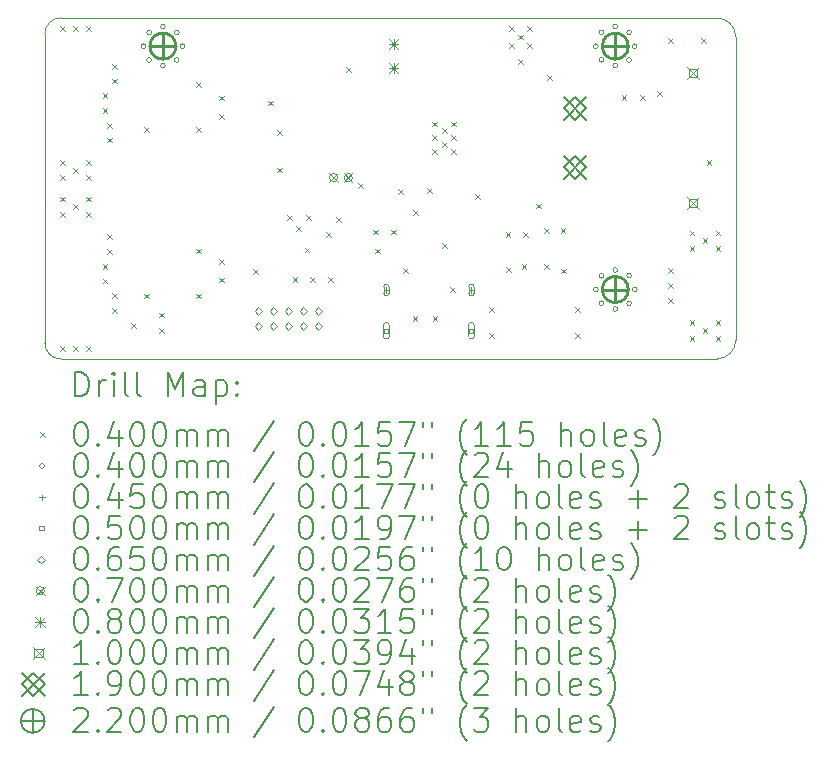
<source format=gbr>
%TF.GenerationSoftware,KiCad,Pcbnew,8.0.1*%
%TF.CreationDate,2024-03-31T17:14:52+03:00*%
%TF.ProjectId,Master board,4d617374-6572-4206-926f-6172642e6b69,rev?*%
%TF.SameCoordinates,Original*%
%TF.FileFunction,Drillmap*%
%TF.FilePolarity,Positive*%
%FSLAX45Y45*%
G04 Gerber Fmt 4.5, Leading zero omitted, Abs format (unit mm)*
G04 Created by KiCad (PCBNEW 8.0.1) date 2024-03-31 17:14:52*
%MOMM*%
%LPD*%
G01*
G04 APERTURE LIST*
%ADD10C,0.050000*%
%ADD11C,0.200000*%
%ADD12C,0.100000*%
%ADD13C,0.190000*%
%ADD14C,0.220000*%
G04 APERTURE END LIST*
D10*
X16539900Y-6780700D02*
X16539900Y-9346700D01*
X10689900Y-9372700D02*
X10689900Y-6754700D01*
X10824900Y-9507700D02*
G75*
G02*
X10689900Y-9372700I0J135000D01*
G01*
X16378900Y-6619700D02*
X10824900Y-6619700D01*
X16378900Y-9507700D02*
X10824900Y-9507700D01*
X16539900Y-9346700D02*
G75*
G02*
X16378900Y-9507700I-161000J0D01*
G01*
X16378900Y-6619700D02*
G75*
G02*
X16539900Y-6780700I0J-161000D01*
G01*
X10689900Y-6754700D02*
G75*
G02*
X10824900Y-6619700I135000J0D01*
G01*
D11*
D12*
X10819900Y-6689200D02*
X10859900Y-6729200D01*
X10859900Y-6689200D02*
X10819900Y-6729200D01*
X10819900Y-7824200D02*
X10859900Y-7864200D01*
X10859900Y-7824200D02*
X10819900Y-7864200D01*
X10819900Y-7954200D02*
X10859900Y-7994200D01*
X10859900Y-7954200D02*
X10819900Y-7994200D01*
X10819900Y-8133200D02*
X10859900Y-8173200D01*
X10859900Y-8133200D02*
X10819900Y-8173200D01*
X10819900Y-8263200D02*
X10859900Y-8303200D01*
X10859900Y-8263200D02*
X10819900Y-8303200D01*
X10819900Y-9398200D02*
X10859900Y-9438200D01*
X10859900Y-9398200D02*
X10819900Y-9438200D01*
X10929900Y-6689200D02*
X10969900Y-6729200D01*
X10969900Y-6689200D02*
X10929900Y-6729200D01*
X10929900Y-7889200D02*
X10969900Y-7929200D01*
X10969900Y-7889200D02*
X10929900Y-7929200D01*
X10929900Y-8198200D02*
X10969900Y-8238200D01*
X10969900Y-8198200D02*
X10929900Y-8238200D01*
X10929900Y-9398200D02*
X10969900Y-9438200D01*
X10969900Y-9398200D02*
X10929900Y-9438200D01*
X11039900Y-6689200D02*
X11079900Y-6729200D01*
X11079900Y-6689200D02*
X11039900Y-6729200D01*
X11039900Y-7824200D02*
X11079900Y-7864200D01*
X11079900Y-7824200D02*
X11039900Y-7864200D01*
X11039900Y-7954200D02*
X11079900Y-7994200D01*
X11079900Y-7954200D02*
X11039900Y-7994200D01*
X11039900Y-8133200D02*
X11079900Y-8173200D01*
X11079900Y-8133200D02*
X11039900Y-8173200D01*
X11039900Y-8263200D02*
X11079900Y-8303200D01*
X11079900Y-8263200D02*
X11039900Y-8303200D01*
X11039900Y-9398200D02*
X11079900Y-9438200D01*
X11079900Y-9398200D02*
X11039900Y-9438200D01*
X11179900Y-7259200D02*
X11219900Y-7299200D01*
X11219900Y-7259200D02*
X11179900Y-7299200D01*
X11179900Y-7384200D02*
X11219900Y-7424200D01*
X11219900Y-7384200D02*
X11179900Y-7424200D01*
X11179900Y-8703200D02*
X11219900Y-8743200D01*
X11219900Y-8703200D02*
X11179900Y-8743200D01*
X11179900Y-8828200D02*
X11219900Y-8868200D01*
X11219900Y-8828200D02*
X11179900Y-8868200D01*
X11219900Y-7509200D02*
X11259900Y-7549200D01*
X11259900Y-7509200D02*
X11219900Y-7549200D01*
X11219900Y-7634200D02*
X11259900Y-7674200D01*
X11259900Y-7634200D02*
X11219900Y-7674200D01*
X11219900Y-8453200D02*
X11259900Y-8493200D01*
X11259900Y-8453200D02*
X11219900Y-8493200D01*
X11219900Y-8578200D02*
X11259900Y-8618200D01*
X11259900Y-8578200D02*
X11219900Y-8618200D01*
X11259900Y-7009200D02*
X11299900Y-7049200D01*
X11299900Y-7009200D02*
X11259900Y-7049200D01*
X11259900Y-7134200D02*
X11299900Y-7174200D01*
X11299900Y-7134200D02*
X11259900Y-7174200D01*
X11259900Y-8953200D02*
X11299900Y-8993200D01*
X11299900Y-8953200D02*
X11259900Y-8993200D01*
X11259900Y-9078200D02*
X11299900Y-9118200D01*
X11299900Y-9078200D02*
X11259900Y-9118200D01*
X11422700Y-9203500D02*
X11462700Y-9243500D01*
X11462700Y-9203500D02*
X11422700Y-9243500D01*
X11531100Y-7546000D02*
X11571100Y-7586000D01*
X11571100Y-7546000D02*
X11531100Y-7586000D01*
X11533000Y-8955700D02*
X11573000Y-8995700D01*
X11573000Y-8955700D02*
X11533000Y-8995700D01*
X11655350Y-9116300D02*
X11695350Y-9156300D01*
X11695350Y-9116300D02*
X11655350Y-9156300D01*
X11655350Y-9246300D02*
X11695350Y-9286300D01*
X11695350Y-9246300D02*
X11655350Y-9286300D01*
X11968600Y-7165000D02*
X12008600Y-7205000D01*
X12008600Y-7165000D02*
X11968600Y-7205000D01*
X11968600Y-7546000D02*
X12008600Y-7586000D01*
X12008600Y-7546000D02*
X11968600Y-7586000D01*
X11970500Y-8574700D02*
X12010500Y-8614700D01*
X12010500Y-8574700D02*
X11970500Y-8614700D01*
X11970500Y-8955700D02*
X12010500Y-8995700D01*
X12010500Y-8955700D02*
X11970500Y-8995700D01*
X12164400Y-7278000D02*
X12204400Y-7318000D01*
X12204400Y-7278000D02*
X12164400Y-7318000D01*
X12164400Y-7433000D02*
X12204400Y-7473000D01*
X12204400Y-7433000D02*
X12164400Y-7473000D01*
X12167000Y-8665400D02*
X12207000Y-8705400D01*
X12207000Y-8665400D02*
X12167000Y-8705400D01*
X12167000Y-8820400D02*
X12207000Y-8860400D01*
X12207000Y-8820400D02*
X12167000Y-8860400D01*
X12456500Y-8744400D02*
X12496500Y-8784400D01*
X12496500Y-8744400D02*
X12456500Y-8784400D01*
X12583000Y-7319600D02*
X12623000Y-7359600D01*
X12623000Y-7319600D02*
X12583000Y-7359600D01*
X12655600Y-7567600D02*
X12695600Y-7607600D01*
X12695600Y-7567600D02*
X12655600Y-7607600D01*
X12656100Y-7888400D02*
X12696100Y-7928400D01*
X12696100Y-7888400D02*
X12656100Y-7928400D01*
X12742800Y-8289300D02*
X12782800Y-8329300D01*
X12782800Y-8289300D02*
X12742800Y-8329300D01*
X12787800Y-8814050D02*
X12827800Y-8854050D01*
X12827800Y-8814050D02*
X12787800Y-8854050D01*
X12818100Y-8384050D02*
X12858100Y-8424050D01*
X12858100Y-8384050D02*
X12818100Y-8424050D01*
X12890500Y-8564100D02*
X12930500Y-8604100D01*
X12930500Y-8564100D02*
X12890500Y-8604100D01*
X12902800Y-8289300D02*
X12942800Y-8329300D01*
X12942800Y-8289300D02*
X12902800Y-8329300D01*
X12937800Y-8814050D02*
X12977800Y-8854050D01*
X12977800Y-8814050D02*
X12937800Y-8854050D01*
X13072854Y-8431734D02*
X13112854Y-8471734D01*
X13112854Y-8431734D02*
X13072854Y-8471734D01*
X13087800Y-8814050D02*
X13127800Y-8854050D01*
X13127800Y-8814050D02*
X13087800Y-8854050D01*
X13157800Y-8304050D02*
X13197800Y-8344050D01*
X13197800Y-8304050D02*
X13157800Y-8344050D01*
X13242599Y-7035700D02*
X13282599Y-7075700D01*
X13282599Y-7035700D02*
X13242599Y-7075700D01*
X13343900Y-8019700D02*
X13383900Y-8059700D01*
X13383900Y-8019700D02*
X13343900Y-8059700D01*
X13469100Y-8413200D02*
X13509100Y-8453200D01*
X13509100Y-8413200D02*
X13469100Y-8453200D01*
X13484900Y-8573300D02*
X13524900Y-8613300D01*
X13524900Y-8573300D02*
X13484900Y-8613300D01*
X13624100Y-8413200D02*
X13664100Y-8453200D01*
X13664100Y-8413200D02*
X13624100Y-8453200D01*
X13678900Y-8068900D02*
X13718900Y-8108900D01*
X13718900Y-8068900D02*
X13678900Y-8108900D01*
X13723700Y-8737600D02*
X13763700Y-8777600D01*
X13763700Y-8737600D02*
X13723700Y-8777600D01*
X13803900Y-9146100D02*
X13843900Y-9186100D01*
X13843900Y-9146100D02*
X13803900Y-9186100D01*
X13808000Y-8246600D02*
X13848000Y-8286600D01*
X13848000Y-8246600D02*
X13808000Y-8286600D01*
X13930026Y-8062451D02*
X13970026Y-8102451D01*
X13970026Y-8062451D02*
X13930026Y-8102451D01*
X13972050Y-7498600D02*
X14012050Y-7538600D01*
X14012050Y-7498600D02*
X13972050Y-7538600D01*
X13972050Y-7613600D02*
X14012050Y-7653600D01*
X14012050Y-7613600D02*
X13972050Y-7653600D01*
X13972050Y-7728600D02*
X14012050Y-7768600D01*
X14012050Y-7728600D02*
X13972050Y-7768600D01*
X13973500Y-9146100D02*
X14013500Y-9186100D01*
X14013500Y-9146100D02*
X13973500Y-9186100D01*
X14052550Y-7556100D02*
X14092550Y-7596100D01*
X14092550Y-7556100D02*
X14052550Y-7596100D01*
X14052550Y-7671100D02*
X14092550Y-7711100D01*
X14092550Y-7671100D02*
X14052550Y-7711100D01*
X14056700Y-8528200D02*
X14096700Y-8568200D01*
X14096700Y-8528200D02*
X14056700Y-8568200D01*
X14122600Y-8900900D02*
X14162600Y-8940900D01*
X14162600Y-8900900D02*
X14122600Y-8940900D01*
X14133050Y-7498600D02*
X14173050Y-7538600D01*
X14173050Y-7498600D02*
X14133050Y-7538600D01*
X14133050Y-7613600D02*
X14173050Y-7653600D01*
X14173050Y-7613600D02*
X14133050Y-7653600D01*
X14133050Y-7728600D02*
X14173050Y-7768600D01*
X14173050Y-7728600D02*
X14133050Y-7768600D01*
X14332400Y-8114500D02*
X14372400Y-8154500D01*
X14372400Y-8114500D02*
X14332400Y-8154500D01*
X14449200Y-9069700D02*
X14489200Y-9109700D01*
X14489200Y-9069700D02*
X14449200Y-9109700D01*
X14449200Y-9290700D02*
X14489200Y-9330700D01*
X14489200Y-9290700D02*
X14449200Y-9330700D01*
X14590500Y-8434700D02*
X14630500Y-8474700D01*
X14630500Y-8434700D02*
X14590500Y-8474700D01*
X14596800Y-8730800D02*
X14636800Y-8770800D01*
X14636800Y-8730800D02*
X14596800Y-8770800D01*
X14622325Y-6689700D02*
X14662325Y-6729700D01*
X14662325Y-6689700D02*
X14622325Y-6729700D01*
X14622325Y-6834700D02*
X14662325Y-6874700D01*
X14662325Y-6834700D02*
X14622325Y-6874700D01*
X14697325Y-6762200D02*
X14737325Y-6802200D01*
X14737325Y-6762200D02*
X14697325Y-6802200D01*
X14697325Y-6966950D02*
X14737325Y-7006950D01*
X14737325Y-6966950D02*
X14697325Y-7006950D01*
X14726800Y-8707400D02*
X14766800Y-8747400D01*
X14766800Y-8707400D02*
X14726800Y-8747400D01*
X14736800Y-8434700D02*
X14776800Y-8474700D01*
X14776800Y-8434700D02*
X14736800Y-8474700D01*
X14772325Y-6689700D02*
X14812325Y-6729700D01*
X14812325Y-6689700D02*
X14772325Y-6729700D01*
X14772325Y-6834700D02*
X14812325Y-6874700D01*
X14812325Y-6834700D02*
X14772325Y-6874700D01*
X14850700Y-8191900D02*
X14890700Y-8231900D01*
X14890700Y-8191900D02*
X14850700Y-8231900D01*
X14916950Y-8397400D02*
X14956950Y-8437400D01*
X14956950Y-8397400D02*
X14916950Y-8437400D01*
X14916950Y-8707400D02*
X14956950Y-8747400D01*
X14956950Y-8707400D02*
X14916950Y-8747400D01*
X14942100Y-7106000D02*
X14982100Y-7146000D01*
X14982100Y-7106000D02*
X14942100Y-7146000D01*
X15056950Y-8397400D02*
X15096950Y-8437400D01*
X15096950Y-8397400D02*
X15056950Y-8437400D01*
X15061950Y-8742400D02*
X15101950Y-8782400D01*
X15101950Y-8742400D02*
X15061950Y-8782400D01*
X15179200Y-9069700D02*
X15219200Y-9109700D01*
X15219200Y-9069700D02*
X15179200Y-9109700D01*
X15179200Y-9290700D02*
X15219200Y-9330700D01*
X15219200Y-9290700D02*
X15179200Y-9330700D01*
X15574500Y-7274900D02*
X15614500Y-7314900D01*
X15614500Y-7274900D02*
X15574500Y-7314900D01*
X15729500Y-7274900D02*
X15769500Y-7314900D01*
X15769500Y-7274900D02*
X15729500Y-7314900D01*
X15873400Y-7241500D02*
X15913400Y-7281500D01*
X15913400Y-7241500D02*
X15873400Y-7281500D01*
X15966650Y-6789100D02*
X16006650Y-6829100D01*
X16006650Y-6789100D02*
X15966650Y-6829100D01*
X15969900Y-8741700D02*
X16009900Y-8781700D01*
X16009900Y-8741700D02*
X15969900Y-8781700D01*
X15969900Y-8866700D02*
X16009900Y-8906700D01*
X16009900Y-8866700D02*
X15969900Y-8906700D01*
X15969900Y-8991700D02*
X16009900Y-9031700D01*
X16009900Y-8991700D02*
X15969900Y-9031700D01*
X16149900Y-8421700D02*
X16189900Y-8461700D01*
X16189900Y-8421700D02*
X16149900Y-8461700D01*
X16149900Y-8551700D02*
X16189900Y-8591700D01*
X16189900Y-8551700D02*
X16149900Y-8591700D01*
X16149900Y-9181700D02*
X16189900Y-9221700D01*
X16189900Y-9181700D02*
X16149900Y-9221700D01*
X16149900Y-9311700D02*
X16189900Y-9351700D01*
X16189900Y-9311700D02*
X16149900Y-9351700D01*
X16246650Y-6789100D02*
X16286650Y-6829100D01*
X16286650Y-6789100D02*
X16246650Y-6829100D01*
X16259900Y-8486700D02*
X16299900Y-8526700D01*
X16299900Y-8486700D02*
X16259900Y-8526700D01*
X16259900Y-9246700D02*
X16299900Y-9286700D01*
X16299900Y-9246700D02*
X16259900Y-9286700D01*
X16294500Y-7824600D02*
X16334500Y-7864600D01*
X16334500Y-7824600D02*
X16294500Y-7864600D01*
X16369900Y-8421700D02*
X16409900Y-8461700D01*
X16409900Y-8421700D02*
X16369900Y-8461700D01*
X16369900Y-8551700D02*
X16409900Y-8591700D01*
X16409900Y-8551700D02*
X16369900Y-8591700D01*
X16369900Y-9181700D02*
X16409900Y-9221700D01*
X16409900Y-9181700D02*
X16369900Y-9221700D01*
X16369900Y-9311700D02*
X16409900Y-9351700D01*
X16409900Y-9311700D02*
X16369900Y-9351700D01*
X11544900Y-6859700D02*
G75*
G02*
X11504900Y-6859700I-20000J0D01*
G01*
X11504900Y-6859700D02*
G75*
G02*
X11544900Y-6859700I20000J0D01*
G01*
X11593227Y-6743027D02*
G75*
G02*
X11553227Y-6743027I-20000J0D01*
G01*
X11553227Y-6743027D02*
G75*
G02*
X11593227Y-6743027I20000J0D01*
G01*
X11593227Y-6976373D02*
G75*
G02*
X11553227Y-6976373I-20000J0D01*
G01*
X11553227Y-6976373D02*
G75*
G02*
X11593227Y-6976373I20000J0D01*
G01*
X11709900Y-6694700D02*
G75*
G02*
X11669900Y-6694700I-20000J0D01*
G01*
X11669900Y-6694700D02*
G75*
G02*
X11709900Y-6694700I20000J0D01*
G01*
X11709900Y-7024700D02*
G75*
G02*
X11669900Y-7024700I-20000J0D01*
G01*
X11669900Y-7024700D02*
G75*
G02*
X11709900Y-7024700I20000J0D01*
G01*
X11826573Y-6743027D02*
G75*
G02*
X11786573Y-6743027I-20000J0D01*
G01*
X11786573Y-6743027D02*
G75*
G02*
X11826573Y-6743027I20000J0D01*
G01*
X11826573Y-6976373D02*
G75*
G02*
X11786573Y-6976373I-20000J0D01*
G01*
X11786573Y-6976373D02*
G75*
G02*
X11826573Y-6976373I20000J0D01*
G01*
X11874900Y-6859700D02*
G75*
G02*
X11834900Y-6859700I-20000J0D01*
G01*
X11834900Y-6859700D02*
G75*
G02*
X11874900Y-6859700I20000J0D01*
G01*
X15374900Y-6859700D02*
G75*
G02*
X15334900Y-6859700I-20000J0D01*
G01*
X15334900Y-6859700D02*
G75*
G02*
X15374900Y-6859700I20000J0D01*
G01*
X15374900Y-8919700D02*
G75*
G02*
X15334900Y-8919700I-20000J0D01*
G01*
X15334900Y-8919700D02*
G75*
G02*
X15374900Y-8919700I20000J0D01*
G01*
X15423227Y-6743027D02*
G75*
G02*
X15383227Y-6743027I-20000J0D01*
G01*
X15383227Y-6743027D02*
G75*
G02*
X15423227Y-6743027I20000J0D01*
G01*
X15423227Y-6976373D02*
G75*
G02*
X15383227Y-6976373I-20000J0D01*
G01*
X15383227Y-6976373D02*
G75*
G02*
X15423227Y-6976373I20000J0D01*
G01*
X15423227Y-8803027D02*
G75*
G02*
X15383227Y-8803027I-20000J0D01*
G01*
X15383227Y-8803027D02*
G75*
G02*
X15423227Y-8803027I20000J0D01*
G01*
X15423227Y-9036373D02*
G75*
G02*
X15383227Y-9036373I-20000J0D01*
G01*
X15383227Y-9036373D02*
G75*
G02*
X15423227Y-9036373I20000J0D01*
G01*
X15539900Y-6694700D02*
G75*
G02*
X15499900Y-6694700I-20000J0D01*
G01*
X15499900Y-6694700D02*
G75*
G02*
X15539900Y-6694700I20000J0D01*
G01*
X15539900Y-7024700D02*
G75*
G02*
X15499900Y-7024700I-20000J0D01*
G01*
X15499900Y-7024700D02*
G75*
G02*
X15539900Y-7024700I20000J0D01*
G01*
X15539900Y-8754700D02*
G75*
G02*
X15499900Y-8754700I-20000J0D01*
G01*
X15499900Y-8754700D02*
G75*
G02*
X15539900Y-8754700I20000J0D01*
G01*
X15539900Y-9084700D02*
G75*
G02*
X15499900Y-9084700I-20000J0D01*
G01*
X15499900Y-9084700D02*
G75*
G02*
X15539900Y-9084700I20000J0D01*
G01*
X15656573Y-6743027D02*
G75*
G02*
X15616573Y-6743027I-20000J0D01*
G01*
X15616573Y-6743027D02*
G75*
G02*
X15656573Y-6743027I20000J0D01*
G01*
X15656573Y-6976373D02*
G75*
G02*
X15616573Y-6976373I-20000J0D01*
G01*
X15616573Y-6976373D02*
G75*
G02*
X15656573Y-6976373I20000J0D01*
G01*
X15656573Y-8803027D02*
G75*
G02*
X15616573Y-8803027I-20000J0D01*
G01*
X15616573Y-8803027D02*
G75*
G02*
X15656573Y-8803027I20000J0D01*
G01*
X15656573Y-9036373D02*
G75*
G02*
X15616573Y-9036373I-20000J0D01*
G01*
X15616573Y-9036373D02*
G75*
G02*
X15656573Y-9036373I20000J0D01*
G01*
X15704900Y-6859700D02*
G75*
G02*
X15664900Y-6859700I-20000J0D01*
G01*
X15664900Y-6859700D02*
G75*
G02*
X15704900Y-6859700I20000J0D01*
G01*
X15704900Y-8919700D02*
G75*
G02*
X15664900Y-8919700I-20000J0D01*
G01*
X15664900Y-8919700D02*
G75*
G02*
X15704900Y-8919700I20000J0D01*
G01*
X13581200Y-8900900D02*
X13581200Y-8945900D01*
X13558700Y-8923400D02*
X13603700Y-8923400D01*
X13558700Y-8895900D02*
X13558700Y-8950900D01*
X13603700Y-8950900D02*
G75*
G02*
X13558700Y-8950900I-22500J0D01*
G01*
X13603700Y-8950900D02*
X13603700Y-8895900D01*
X13603700Y-8895900D02*
G75*
G03*
X13558700Y-8895900I-22500J0D01*
G01*
X14301200Y-8900900D02*
X14301200Y-8945900D01*
X14278700Y-8923400D02*
X14323700Y-8923400D01*
X14278700Y-8895900D02*
X14278700Y-8950900D01*
X14323700Y-8950900D02*
G75*
G02*
X14278700Y-8950900I-22500J0D01*
G01*
X14323700Y-8950900D02*
X14323700Y-8895900D01*
X14323700Y-8895900D02*
G75*
G03*
X14278700Y-8895900I-22500J0D01*
G01*
X13598878Y-9286078D02*
X13598878Y-9250722D01*
X13563522Y-9250722D01*
X13563522Y-9286078D01*
X13598878Y-9286078D01*
X13556200Y-9223400D02*
X13556200Y-9313400D01*
X13606200Y-9313400D02*
G75*
G02*
X13556200Y-9313400I-25000J0D01*
G01*
X13606200Y-9313400D02*
X13606200Y-9223400D01*
X13606200Y-9223400D02*
G75*
G03*
X13556200Y-9223400I-25000J0D01*
G01*
X14318878Y-9286078D02*
X14318878Y-9250722D01*
X14283522Y-9250722D01*
X14283522Y-9286078D01*
X14318878Y-9286078D01*
X14276200Y-9223400D02*
X14276200Y-9313400D01*
X14326200Y-9313400D02*
G75*
G02*
X14276200Y-9313400I-25000J0D01*
G01*
X14326200Y-9313400D02*
X14326200Y-9223400D01*
X14326200Y-9223400D02*
G75*
G03*
X14276200Y-9223400I-25000J0D01*
G01*
X12499100Y-9136500D02*
X12531600Y-9104000D01*
X12499100Y-9071500D01*
X12466600Y-9104000D01*
X12499100Y-9136500D01*
X12499100Y-9263500D02*
X12531600Y-9231000D01*
X12499100Y-9198500D01*
X12466600Y-9231000D01*
X12499100Y-9263500D01*
X12626100Y-9136500D02*
X12658600Y-9104000D01*
X12626100Y-9071500D01*
X12593600Y-9104000D01*
X12626100Y-9136500D01*
X12626100Y-9263500D02*
X12658600Y-9231000D01*
X12626100Y-9198500D01*
X12593600Y-9231000D01*
X12626100Y-9263500D01*
X12753100Y-9136500D02*
X12785600Y-9104000D01*
X12753100Y-9071500D01*
X12720600Y-9104000D01*
X12753100Y-9136500D01*
X12753100Y-9263500D02*
X12785600Y-9231000D01*
X12753100Y-9198500D01*
X12720600Y-9231000D01*
X12753100Y-9263500D01*
X12880100Y-9136500D02*
X12912600Y-9104000D01*
X12880100Y-9071500D01*
X12847600Y-9104000D01*
X12880100Y-9136500D01*
X12880100Y-9263500D02*
X12912600Y-9231000D01*
X12880100Y-9198500D01*
X12847600Y-9231000D01*
X12880100Y-9263500D01*
X13007100Y-9136500D02*
X13039600Y-9104000D01*
X13007100Y-9071500D01*
X12974600Y-9104000D01*
X13007100Y-9136500D01*
X13007100Y-9263500D02*
X13039600Y-9231000D01*
X13007100Y-9198500D01*
X12974600Y-9231000D01*
X13007100Y-9263500D01*
X13100100Y-7937500D02*
X13170100Y-8007500D01*
X13170100Y-7937500D02*
X13100100Y-8007500D01*
X13170100Y-7972500D02*
G75*
G02*
X13100100Y-7972500I-35000J0D01*
G01*
X13100100Y-7972500D02*
G75*
G02*
X13170100Y-7972500I35000J0D01*
G01*
X13224687Y-7937500D02*
X13294687Y-8007500D01*
X13294687Y-7937500D02*
X13224687Y-8007500D01*
X13294687Y-7972500D02*
G75*
G02*
X13224687Y-7972500I-35000J0D01*
G01*
X13224687Y-7972500D02*
G75*
G02*
X13294687Y-7972500I35000J0D01*
G01*
X13603625Y-6802761D02*
X13683625Y-6882761D01*
X13683625Y-6802761D02*
X13603625Y-6882761D01*
X13643625Y-6802761D02*
X13643625Y-6882761D01*
X13603625Y-6842761D02*
X13683625Y-6842761D01*
X13603625Y-7002761D02*
X13683625Y-7082761D01*
X13683625Y-7002761D02*
X13603625Y-7082761D01*
X13643625Y-7002761D02*
X13643625Y-7082761D01*
X13603625Y-7042761D02*
X13683625Y-7042761D01*
X16129900Y-7036500D02*
X16229900Y-7136500D01*
X16229900Y-7036500D02*
X16129900Y-7136500D01*
X16215256Y-7121856D02*
X16215256Y-7051144D01*
X16144544Y-7051144D01*
X16144544Y-7121856D01*
X16215256Y-7121856D01*
X16129900Y-8136500D02*
X16229900Y-8236500D01*
X16229900Y-8136500D02*
X16129900Y-8236500D01*
X16215256Y-8221856D02*
X16215256Y-8151144D01*
X16144544Y-8151144D01*
X16144544Y-8221856D01*
X16215256Y-8221856D01*
D13*
X15084900Y-7291500D02*
X15274900Y-7481500D01*
X15274900Y-7291500D02*
X15084900Y-7481500D01*
X15179900Y-7481500D02*
X15274900Y-7386500D01*
X15179900Y-7291500D01*
X15084900Y-7386500D01*
X15179900Y-7481500D01*
X15084900Y-7791500D02*
X15274900Y-7981500D01*
X15274900Y-7791500D02*
X15084900Y-7981500D01*
X15179900Y-7981500D02*
X15274900Y-7886500D01*
X15179900Y-7791500D01*
X15084900Y-7886500D01*
X15179900Y-7981500D01*
D14*
X11689900Y-6749700D02*
X11689900Y-6969700D01*
X11579900Y-6859700D02*
X11799900Y-6859700D01*
X11799900Y-6859700D02*
G75*
G02*
X11579900Y-6859700I-110000J0D01*
G01*
X11579900Y-6859700D02*
G75*
G02*
X11799900Y-6859700I110000J0D01*
G01*
X15519900Y-6749700D02*
X15519900Y-6969700D01*
X15409900Y-6859700D02*
X15629900Y-6859700D01*
X15629900Y-6859700D02*
G75*
G02*
X15409900Y-6859700I-110000J0D01*
G01*
X15409900Y-6859700D02*
G75*
G02*
X15629900Y-6859700I110000J0D01*
G01*
X15519900Y-8809700D02*
X15519900Y-9029700D01*
X15409900Y-8919700D02*
X15629900Y-8919700D01*
X15629900Y-8919700D02*
G75*
G02*
X15409900Y-8919700I-110000J0D01*
G01*
X15409900Y-8919700D02*
G75*
G02*
X15629900Y-8919700I110000J0D01*
G01*
D11*
X10948177Y-9821684D02*
X10948177Y-9621684D01*
X10948177Y-9621684D02*
X10995796Y-9621684D01*
X10995796Y-9621684D02*
X11024367Y-9631208D01*
X11024367Y-9631208D02*
X11043415Y-9650255D01*
X11043415Y-9650255D02*
X11052939Y-9669303D01*
X11052939Y-9669303D02*
X11062463Y-9707398D01*
X11062463Y-9707398D02*
X11062463Y-9735970D01*
X11062463Y-9735970D02*
X11052939Y-9774065D01*
X11052939Y-9774065D02*
X11043415Y-9793112D01*
X11043415Y-9793112D02*
X11024367Y-9812160D01*
X11024367Y-9812160D02*
X10995796Y-9821684D01*
X10995796Y-9821684D02*
X10948177Y-9821684D01*
X11148177Y-9821684D02*
X11148177Y-9688350D01*
X11148177Y-9726446D02*
X11157701Y-9707398D01*
X11157701Y-9707398D02*
X11167224Y-9697874D01*
X11167224Y-9697874D02*
X11186272Y-9688350D01*
X11186272Y-9688350D02*
X11205320Y-9688350D01*
X11271986Y-9821684D02*
X11271986Y-9688350D01*
X11271986Y-9621684D02*
X11262462Y-9631208D01*
X11262462Y-9631208D02*
X11271986Y-9640731D01*
X11271986Y-9640731D02*
X11281510Y-9631208D01*
X11281510Y-9631208D02*
X11271986Y-9621684D01*
X11271986Y-9621684D02*
X11271986Y-9640731D01*
X11395796Y-9821684D02*
X11376748Y-9812160D01*
X11376748Y-9812160D02*
X11367224Y-9793112D01*
X11367224Y-9793112D02*
X11367224Y-9621684D01*
X11500558Y-9821684D02*
X11481510Y-9812160D01*
X11481510Y-9812160D02*
X11471986Y-9793112D01*
X11471986Y-9793112D02*
X11471986Y-9621684D01*
X11729129Y-9821684D02*
X11729129Y-9621684D01*
X11729129Y-9621684D02*
X11795796Y-9764541D01*
X11795796Y-9764541D02*
X11862462Y-9621684D01*
X11862462Y-9621684D02*
X11862462Y-9821684D01*
X12043415Y-9821684D02*
X12043415Y-9716922D01*
X12043415Y-9716922D02*
X12033891Y-9697874D01*
X12033891Y-9697874D02*
X12014843Y-9688350D01*
X12014843Y-9688350D02*
X11976748Y-9688350D01*
X11976748Y-9688350D02*
X11957701Y-9697874D01*
X12043415Y-9812160D02*
X12024367Y-9821684D01*
X12024367Y-9821684D02*
X11976748Y-9821684D01*
X11976748Y-9821684D02*
X11957701Y-9812160D01*
X11957701Y-9812160D02*
X11948177Y-9793112D01*
X11948177Y-9793112D02*
X11948177Y-9774065D01*
X11948177Y-9774065D02*
X11957701Y-9755017D01*
X11957701Y-9755017D02*
X11976748Y-9745493D01*
X11976748Y-9745493D02*
X12024367Y-9745493D01*
X12024367Y-9745493D02*
X12043415Y-9735970D01*
X12138653Y-9688350D02*
X12138653Y-9888350D01*
X12138653Y-9697874D02*
X12157701Y-9688350D01*
X12157701Y-9688350D02*
X12195796Y-9688350D01*
X12195796Y-9688350D02*
X12214843Y-9697874D01*
X12214843Y-9697874D02*
X12224367Y-9707398D01*
X12224367Y-9707398D02*
X12233891Y-9726446D01*
X12233891Y-9726446D02*
X12233891Y-9783589D01*
X12233891Y-9783589D02*
X12224367Y-9802636D01*
X12224367Y-9802636D02*
X12214843Y-9812160D01*
X12214843Y-9812160D02*
X12195796Y-9821684D01*
X12195796Y-9821684D02*
X12157701Y-9821684D01*
X12157701Y-9821684D02*
X12138653Y-9812160D01*
X12319605Y-9802636D02*
X12329129Y-9812160D01*
X12329129Y-9812160D02*
X12319605Y-9821684D01*
X12319605Y-9821684D02*
X12310082Y-9812160D01*
X12310082Y-9812160D02*
X12319605Y-9802636D01*
X12319605Y-9802636D02*
X12319605Y-9821684D01*
X12319605Y-9697874D02*
X12329129Y-9707398D01*
X12329129Y-9707398D02*
X12319605Y-9716922D01*
X12319605Y-9716922D02*
X12310082Y-9707398D01*
X12310082Y-9707398D02*
X12319605Y-9697874D01*
X12319605Y-9697874D02*
X12319605Y-9716922D01*
D12*
X10647400Y-10130200D02*
X10687400Y-10170200D01*
X10687400Y-10130200D02*
X10647400Y-10170200D01*
D11*
X10986272Y-10041684D02*
X11005320Y-10041684D01*
X11005320Y-10041684D02*
X11024367Y-10051208D01*
X11024367Y-10051208D02*
X11033891Y-10060731D01*
X11033891Y-10060731D02*
X11043415Y-10079779D01*
X11043415Y-10079779D02*
X11052939Y-10117874D01*
X11052939Y-10117874D02*
X11052939Y-10165493D01*
X11052939Y-10165493D02*
X11043415Y-10203589D01*
X11043415Y-10203589D02*
X11033891Y-10222636D01*
X11033891Y-10222636D02*
X11024367Y-10232160D01*
X11024367Y-10232160D02*
X11005320Y-10241684D01*
X11005320Y-10241684D02*
X10986272Y-10241684D01*
X10986272Y-10241684D02*
X10967224Y-10232160D01*
X10967224Y-10232160D02*
X10957701Y-10222636D01*
X10957701Y-10222636D02*
X10948177Y-10203589D01*
X10948177Y-10203589D02*
X10938653Y-10165493D01*
X10938653Y-10165493D02*
X10938653Y-10117874D01*
X10938653Y-10117874D02*
X10948177Y-10079779D01*
X10948177Y-10079779D02*
X10957701Y-10060731D01*
X10957701Y-10060731D02*
X10967224Y-10051208D01*
X10967224Y-10051208D02*
X10986272Y-10041684D01*
X11138653Y-10222636D02*
X11148177Y-10232160D01*
X11148177Y-10232160D02*
X11138653Y-10241684D01*
X11138653Y-10241684D02*
X11129129Y-10232160D01*
X11129129Y-10232160D02*
X11138653Y-10222636D01*
X11138653Y-10222636D02*
X11138653Y-10241684D01*
X11319605Y-10108350D02*
X11319605Y-10241684D01*
X11271986Y-10032160D02*
X11224367Y-10175017D01*
X11224367Y-10175017D02*
X11348177Y-10175017D01*
X11462462Y-10041684D02*
X11481510Y-10041684D01*
X11481510Y-10041684D02*
X11500558Y-10051208D01*
X11500558Y-10051208D02*
X11510082Y-10060731D01*
X11510082Y-10060731D02*
X11519605Y-10079779D01*
X11519605Y-10079779D02*
X11529129Y-10117874D01*
X11529129Y-10117874D02*
X11529129Y-10165493D01*
X11529129Y-10165493D02*
X11519605Y-10203589D01*
X11519605Y-10203589D02*
X11510082Y-10222636D01*
X11510082Y-10222636D02*
X11500558Y-10232160D01*
X11500558Y-10232160D02*
X11481510Y-10241684D01*
X11481510Y-10241684D02*
X11462462Y-10241684D01*
X11462462Y-10241684D02*
X11443415Y-10232160D01*
X11443415Y-10232160D02*
X11433891Y-10222636D01*
X11433891Y-10222636D02*
X11424367Y-10203589D01*
X11424367Y-10203589D02*
X11414843Y-10165493D01*
X11414843Y-10165493D02*
X11414843Y-10117874D01*
X11414843Y-10117874D02*
X11424367Y-10079779D01*
X11424367Y-10079779D02*
X11433891Y-10060731D01*
X11433891Y-10060731D02*
X11443415Y-10051208D01*
X11443415Y-10051208D02*
X11462462Y-10041684D01*
X11652939Y-10041684D02*
X11671986Y-10041684D01*
X11671986Y-10041684D02*
X11691034Y-10051208D01*
X11691034Y-10051208D02*
X11700558Y-10060731D01*
X11700558Y-10060731D02*
X11710082Y-10079779D01*
X11710082Y-10079779D02*
X11719605Y-10117874D01*
X11719605Y-10117874D02*
X11719605Y-10165493D01*
X11719605Y-10165493D02*
X11710082Y-10203589D01*
X11710082Y-10203589D02*
X11700558Y-10222636D01*
X11700558Y-10222636D02*
X11691034Y-10232160D01*
X11691034Y-10232160D02*
X11671986Y-10241684D01*
X11671986Y-10241684D02*
X11652939Y-10241684D01*
X11652939Y-10241684D02*
X11633891Y-10232160D01*
X11633891Y-10232160D02*
X11624367Y-10222636D01*
X11624367Y-10222636D02*
X11614843Y-10203589D01*
X11614843Y-10203589D02*
X11605320Y-10165493D01*
X11605320Y-10165493D02*
X11605320Y-10117874D01*
X11605320Y-10117874D02*
X11614843Y-10079779D01*
X11614843Y-10079779D02*
X11624367Y-10060731D01*
X11624367Y-10060731D02*
X11633891Y-10051208D01*
X11633891Y-10051208D02*
X11652939Y-10041684D01*
X11805320Y-10241684D02*
X11805320Y-10108350D01*
X11805320Y-10127398D02*
X11814843Y-10117874D01*
X11814843Y-10117874D02*
X11833891Y-10108350D01*
X11833891Y-10108350D02*
X11862463Y-10108350D01*
X11862463Y-10108350D02*
X11881510Y-10117874D01*
X11881510Y-10117874D02*
X11891034Y-10136922D01*
X11891034Y-10136922D02*
X11891034Y-10241684D01*
X11891034Y-10136922D02*
X11900558Y-10117874D01*
X11900558Y-10117874D02*
X11919605Y-10108350D01*
X11919605Y-10108350D02*
X11948177Y-10108350D01*
X11948177Y-10108350D02*
X11967224Y-10117874D01*
X11967224Y-10117874D02*
X11976748Y-10136922D01*
X11976748Y-10136922D02*
X11976748Y-10241684D01*
X12071986Y-10241684D02*
X12071986Y-10108350D01*
X12071986Y-10127398D02*
X12081510Y-10117874D01*
X12081510Y-10117874D02*
X12100558Y-10108350D01*
X12100558Y-10108350D02*
X12129129Y-10108350D01*
X12129129Y-10108350D02*
X12148177Y-10117874D01*
X12148177Y-10117874D02*
X12157701Y-10136922D01*
X12157701Y-10136922D02*
X12157701Y-10241684D01*
X12157701Y-10136922D02*
X12167224Y-10117874D01*
X12167224Y-10117874D02*
X12186272Y-10108350D01*
X12186272Y-10108350D02*
X12214843Y-10108350D01*
X12214843Y-10108350D02*
X12233891Y-10117874D01*
X12233891Y-10117874D02*
X12243415Y-10136922D01*
X12243415Y-10136922D02*
X12243415Y-10241684D01*
X12633891Y-10032160D02*
X12462463Y-10289303D01*
X12891034Y-10041684D02*
X12910082Y-10041684D01*
X12910082Y-10041684D02*
X12929129Y-10051208D01*
X12929129Y-10051208D02*
X12938653Y-10060731D01*
X12938653Y-10060731D02*
X12948177Y-10079779D01*
X12948177Y-10079779D02*
X12957701Y-10117874D01*
X12957701Y-10117874D02*
X12957701Y-10165493D01*
X12957701Y-10165493D02*
X12948177Y-10203589D01*
X12948177Y-10203589D02*
X12938653Y-10222636D01*
X12938653Y-10222636D02*
X12929129Y-10232160D01*
X12929129Y-10232160D02*
X12910082Y-10241684D01*
X12910082Y-10241684D02*
X12891034Y-10241684D01*
X12891034Y-10241684D02*
X12871986Y-10232160D01*
X12871986Y-10232160D02*
X12862463Y-10222636D01*
X12862463Y-10222636D02*
X12852939Y-10203589D01*
X12852939Y-10203589D02*
X12843415Y-10165493D01*
X12843415Y-10165493D02*
X12843415Y-10117874D01*
X12843415Y-10117874D02*
X12852939Y-10079779D01*
X12852939Y-10079779D02*
X12862463Y-10060731D01*
X12862463Y-10060731D02*
X12871986Y-10051208D01*
X12871986Y-10051208D02*
X12891034Y-10041684D01*
X13043415Y-10222636D02*
X13052939Y-10232160D01*
X13052939Y-10232160D02*
X13043415Y-10241684D01*
X13043415Y-10241684D02*
X13033891Y-10232160D01*
X13033891Y-10232160D02*
X13043415Y-10222636D01*
X13043415Y-10222636D02*
X13043415Y-10241684D01*
X13176748Y-10041684D02*
X13195796Y-10041684D01*
X13195796Y-10041684D02*
X13214844Y-10051208D01*
X13214844Y-10051208D02*
X13224367Y-10060731D01*
X13224367Y-10060731D02*
X13233891Y-10079779D01*
X13233891Y-10079779D02*
X13243415Y-10117874D01*
X13243415Y-10117874D02*
X13243415Y-10165493D01*
X13243415Y-10165493D02*
X13233891Y-10203589D01*
X13233891Y-10203589D02*
X13224367Y-10222636D01*
X13224367Y-10222636D02*
X13214844Y-10232160D01*
X13214844Y-10232160D02*
X13195796Y-10241684D01*
X13195796Y-10241684D02*
X13176748Y-10241684D01*
X13176748Y-10241684D02*
X13157701Y-10232160D01*
X13157701Y-10232160D02*
X13148177Y-10222636D01*
X13148177Y-10222636D02*
X13138653Y-10203589D01*
X13138653Y-10203589D02*
X13129129Y-10165493D01*
X13129129Y-10165493D02*
X13129129Y-10117874D01*
X13129129Y-10117874D02*
X13138653Y-10079779D01*
X13138653Y-10079779D02*
X13148177Y-10060731D01*
X13148177Y-10060731D02*
X13157701Y-10051208D01*
X13157701Y-10051208D02*
X13176748Y-10041684D01*
X13433891Y-10241684D02*
X13319606Y-10241684D01*
X13376748Y-10241684D02*
X13376748Y-10041684D01*
X13376748Y-10041684D02*
X13357701Y-10070255D01*
X13357701Y-10070255D02*
X13338653Y-10089303D01*
X13338653Y-10089303D02*
X13319606Y-10098827D01*
X13614844Y-10041684D02*
X13519606Y-10041684D01*
X13519606Y-10041684D02*
X13510082Y-10136922D01*
X13510082Y-10136922D02*
X13519606Y-10127398D01*
X13519606Y-10127398D02*
X13538653Y-10117874D01*
X13538653Y-10117874D02*
X13586272Y-10117874D01*
X13586272Y-10117874D02*
X13605320Y-10127398D01*
X13605320Y-10127398D02*
X13614844Y-10136922D01*
X13614844Y-10136922D02*
X13624367Y-10155970D01*
X13624367Y-10155970D02*
X13624367Y-10203589D01*
X13624367Y-10203589D02*
X13614844Y-10222636D01*
X13614844Y-10222636D02*
X13605320Y-10232160D01*
X13605320Y-10232160D02*
X13586272Y-10241684D01*
X13586272Y-10241684D02*
X13538653Y-10241684D01*
X13538653Y-10241684D02*
X13519606Y-10232160D01*
X13519606Y-10232160D02*
X13510082Y-10222636D01*
X13691034Y-10041684D02*
X13824367Y-10041684D01*
X13824367Y-10041684D02*
X13738653Y-10241684D01*
X13891034Y-10041684D02*
X13891034Y-10079779D01*
X13967225Y-10041684D02*
X13967225Y-10079779D01*
X14262463Y-10317874D02*
X14252939Y-10308350D01*
X14252939Y-10308350D02*
X14233891Y-10279779D01*
X14233891Y-10279779D02*
X14224368Y-10260731D01*
X14224368Y-10260731D02*
X14214844Y-10232160D01*
X14214844Y-10232160D02*
X14205320Y-10184541D01*
X14205320Y-10184541D02*
X14205320Y-10146446D01*
X14205320Y-10146446D02*
X14214844Y-10098827D01*
X14214844Y-10098827D02*
X14224368Y-10070255D01*
X14224368Y-10070255D02*
X14233891Y-10051208D01*
X14233891Y-10051208D02*
X14252939Y-10022636D01*
X14252939Y-10022636D02*
X14262463Y-10013112D01*
X14443415Y-10241684D02*
X14329129Y-10241684D01*
X14386272Y-10241684D02*
X14386272Y-10041684D01*
X14386272Y-10041684D02*
X14367225Y-10070255D01*
X14367225Y-10070255D02*
X14348177Y-10089303D01*
X14348177Y-10089303D02*
X14329129Y-10098827D01*
X14633891Y-10241684D02*
X14519606Y-10241684D01*
X14576748Y-10241684D02*
X14576748Y-10041684D01*
X14576748Y-10041684D02*
X14557701Y-10070255D01*
X14557701Y-10070255D02*
X14538653Y-10089303D01*
X14538653Y-10089303D02*
X14519606Y-10098827D01*
X14814844Y-10041684D02*
X14719606Y-10041684D01*
X14719606Y-10041684D02*
X14710082Y-10136922D01*
X14710082Y-10136922D02*
X14719606Y-10127398D01*
X14719606Y-10127398D02*
X14738653Y-10117874D01*
X14738653Y-10117874D02*
X14786272Y-10117874D01*
X14786272Y-10117874D02*
X14805320Y-10127398D01*
X14805320Y-10127398D02*
X14814844Y-10136922D01*
X14814844Y-10136922D02*
X14824368Y-10155970D01*
X14824368Y-10155970D02*
X14824368Y-10203589D01*
X14824368Y-10203589D02*
X14814844Y-10222636D01*
X14814844Y-10222636D02*
X14805320Y-10232160D01*
X14805320Y-10232160D02*
X14786272Y-10241684D01*
X14786272Y-10241684D02*
X14738653Y-10241684D01*
X14738653Y-10241684D02*
X14719606Y-10232160D01*
X14719606Y-10232160D02*
X14710082Y-10222636D01*
X15062463Y-10241684D02*
X15062463Y-10041684D01*
X15148177Y-10241684D02*
X15148177Y-10136922D01*
X15148177Y-10136922D02*
X15138653Y-10117874D01*
X15138653Y-10117874D02*
X15119606Y-10108350D01*
X15119606Y-10108350D02*
X15091034Y-10108350D01*
X15091034Y-10108350D02*
X15071987Y-10117874D01*
X15071987Y-10117874D02*
X15062463Y-10127398D01*
X15271987Y-10241684D02*
X15252939Y-10232160D01*
X15252939Y-10232160D02*
X15243415Y-10222636D01*
X15243415Y-10222636D02*
X15233891Y-10203589D01*
X15233891Y-10203589D02*
X15233891Y-10146446D01*
X15233891Y-10146446D02*
X15243415Y-10127398D01*
X15243415Y-10127398D02*
X15252939Y-10117874D01*
X15252939Y-10117874D02*
X15271987Y-10108350D01*
X15271987Y-10108350D02*
X15300558Y-10108350D01*
X15300558Y-10108350D02*
X15319606Y-10117874D01*
X15319606Y-10117874D02*
X15329130Y-10127398D01*
X15329130Y-10127398D02*
X15338653Y-10146446D01*
X15338653Y-10146446D02*
X15338653Y-10203589D01*
X15338653Y-10203589D02*
X15329130Y-10222636D01*
X15329130Y-10222636D02*
X15319606Y-10232160D01*
X15319606Y-10232160D02*
X15300558Y-10241684D01*
X15300558Y-10241684D02*
X15271987Y-10241684D01*
X15452939Y-10241684D02*
X15433891Y-10232160D01*
X15433891Y-10232160D02*
X15424368Y-10213112D01*
X15424368Y-10213112D02*
X15424368Y-10041684D01*
X15605320Y-10232160D02*
X15586272Y-10241684D01*
X15586272Y-10241684D02*
X15548177Y-10241684D01*
X15548177Y-10241684D02*
X15529130Y-10232160D01*
X15529130Y-10232160D02*
X15519606Y-10213112D01*
X15519606Y-10213112D02*
X15519606Y-10136922D01*
X15519606Y-10136922D02*
X15529130Y-10117874D01*
X15529130Y-10117874D02*
X15548177Y-10108350D01*
X15548177Y-10108350D02*
X15586272Y-10108350D01*
X15586272Y-10108350D02*
X15605320Y-10117874D01*
X15605320Y-10117874D02*
X15614844Y-10136922D01*
X15614844Y-10136922D02*
X15614844Y-10155970D01*
X15614844Y-10155970D02*
X15519606Y-10175017D01*
X15691034Y-10232160D02*
X15710082Y-10241684D01*
X15710082Y-10241684D02*
X15748177Y-10241684D01*
X15748177Y-10241684D02*
X15767225Y-10232160D01*
X15767225Y-10232160D02*
X15776749Y-10213112D01*
X15776749Y-10213112D02*
X15776749Y-10203589D01*
X15776749Y-10203589D02*
X15767225Y-10184541D01*
X15767225Y-10184541D02*
X15748177Y-10175017D01*
X15748177Y-10175017D02*
X15719606Y-10175017D01*
X15719606Y-10175017D02*
X15700558Y-10165493D01*
X15700558Y-10165493D02*
X15691034Y-10146446D01*
X15691034Y-10146446D02*
X15691034Y-10136922D01*
X15691034Y-10136922D02*
X15700558Y-10117874D01*
X15700558Y-10117874D02*
X15719606Y-10108350D01*
X15719606Y-10108350D02*
X15748177Y-10108350D01*
X15748177Y-10108350D02*
X15767225Y-10117874D01*
X15843415Y-10317874D02*
X15852939Y-10308350D01*
X15852939Y-10308350D02*
X15871987Y-10279779D01*
X15871987Y-10279779D02*
X15881511Y-10260731D01*
X15881511Y-10260731D02*
X15891034Y-10232160D01*
X15891034Y-10232160D02*
X15900558Y-10184541D01*
X15900558Y-10184541D02*
X15900558Y-10146446D01*
X15900558Y-10146446D02*
X15891034Y-10098827D01*
X15891034Y-10098827D02*
X15881511Y-10070255D01*
X15881511Y-10070255D02*
X15871987Y-10051208D01*
X15871987Y-10051208D02*
X15852939Y-10022636D01*
X15852939Y-10022636D02*
X15843415Y-10013112D01*
D12*
X10687400Y-10414200D02*
G75*
G02*
X10647400Y-10414200I-20000J0D01*
G01*
X10647400Y-10414200D02*
G75*
G02*
X10687400Y-10414200I20000J0D01*
G01*
D11*
X10986272Y-10305684D02*
X11005320Y-10305684D01*
X11005320Y-10305684D02*
X11024367Y-10315208D01*
X11024367Y-10315208D02*
X11033891Y-10324731D01*
X11033891Y-10324731D02*
X11043415Y-10343779D01*
X11043415Y-10343779D02*
X11052939Y-10381874D01*
X11052939Y-10381874D02*
X11052939Y-10429493D01*
X11052939Y-10429493D02*
X11043415Y-10467589D01*
X11043415Y-10467589D02*
X11033891Y-10486636D01*
X11033891Y-10486636D02*
X11024367Y-10496160D01*
X11024367Y-10496160D02*
X11005320Y-10505684D01*
X11005320Y-10505684D02*
X10986272Y-10505684D01*
X10986272Y-10505684D02*
X10967224Y-10496160D01*
X10967224Y-10496160D02*
X10957701Y-10486636D01*
X10957701Y-10486636D02*
X10948177Y-10467589D01*
X10948177Y-10467589D02*
X10938653Y-10429493D01*
X10938653Y-10429493D02*
X10938653Y-10381874D01*
X10938653Y-10381874D02*
X10948177Y-10343779D01*
X10948177Y-10343779D02*
X10957701Y-10324731D01*
X10957701Y-10324731D02*
X10967224Y-10315208D01*
X10967224Y-10315208D02*
X10986272Y-10305684D01*
X11138653Y-10486636D02*
X11148177Y-10496160D01*
X11148177Y-10496160D02*
X11138653Y-10505684D01*
X11138653Y-10505684D02*
X11129129Y-10496160D01*
X11129129Y-10496160D02*
X11138653Y-10486636D01*
X11138653Y-10486636D02*
X11138653Y-10505684D01*
X11319605Y-10372350D02*
X11319605Y-10505684D01*
X11271986Y-10296160D02*
X11224367Y-10439017D01*
X11224367Y-10439017D02*
X11348177Y-10439017D01*
X11462462Y-10305684D02*
X11481510Y-10305684D01*
X11481510Y-10305684D02*
X11500558Y-10315208D01*
X11500558Y-10315208D02*
X11510082Y-10324731D01*
X11510082Y-10324731D02*
X11519605Y-10343779D01*
X11519605Y-10343779D02*
X11529129Y-10381874D01*
X11529129Y-10381874D02*
X11529129Y-10429493D01*
X11529129Y-10429493D02*
X11519605Y-10467589D01*
X11519605Y-10467589D02*
X11510082Y-10486636D01*
X11510082Y-10486636D02*
X11500558Y-10496160D01*
X11500558Y-10496160D02*
X11481510Y-10505684D01*
X11481510Y-10505684D02*
X11462462Y-10505684D01*
X11462462Y-10505684D02*
X11443415Y-10496160D01*
X11443415Y-10496160D02*
X11433891Y-10486636D01*
X11433891Y-10486636D02*
X11424367Y-10467589D01*
X11424367Y-10467589D02*
X11414843Y-10429493D01*
X11414843Y-10429493D02*
X11414843Y-10381874D01*
X11414843Y-10381874D02*
X11424367Y-10343779D01*
X11424367Y-10343779D02*
X11433891Y-10324731D01*
X11433891Y-10324731D02*
X11443415Y-10315208D01*
X11443415Y-10315208D02*
X11462462Y-10305684D01*
X11652939Y-10305684D02*
X11671986Y-10305684D01*
X11671986Y-10305684D02*
X11691034Y-10315208D01*
X11691034Y-10315208D02*
X11700558Y-10324731D01*
X11700558Y-10324731D02*
X11710082Y-10343779D01*
X11710082Y-10343779D02*
X11719605Y-10381874D01*
X11719605Y-10381874D02*
X11719605Y-10429493D01*
X11719605Y-10429493D02*
X11710082Y-10467589D01*
X11710082Y-10467589D02*
X11700558Y-10486636D01*
X11700558Y-10486636D02*
X11691034Y-10496160D01*
X11691034Y-10496160D02*
X11671986Y-10505684D01*
X11671986Y-10505684D02*
X11652939Y-10505684D01*
X11652939Y-10505684D02*
X11633891Y-10496160D01*
X11633891Y-10496160D02*
X11624367Y-10486636D01*
X11624367Y-10486636D02*
X11614843Y-10467589D01*
X11614843Y-10467589D02*
X11605320Y-10429493D01*
X11605320Y-10429493D02*
X11605320Y-10381874D01*
X11605320Y-10381874D02*
X11614843Y-10343779D01*
X11614843Y-10343779D02*
X11624367Y-10324731D01*
X11624367Y-10324731D02*
X11633891Y-10315208D01*
X11633891Y-10315208D02*
X11652939Y-10305684D01*
X11805320Y-10505684D02*
X11805320Y-10372350D01*
X11805320Y-10391398D02*
X11814843Y-10381874D01*
X11814843Y-10381874D02*
X11833891Y-10372350D01*
X11833891Y-10372350D02*
X11862463Y-10372350D01*
X11862463Y-10372350D02*
X11881510Y-10381874D01*
X11881510Y-10381874D02*
X11891034Y-10400922D01*
X11891034Y-10400922D02*
X11891034Y-10505684D01*
X11891034Y-10400922D02*
X11900558Y-10381874D01*
X11900558Y-10381874D02*
X11919605Y-10372350D01*
X11919605Y-10372350D02*
X11948177Y-10372350D01*
X11948177Y-10372350D02*
X11967224Y-10381874D01*
X11967224Y-10381874D02*
X11976748Y-10400922D01*
X11976748Y-10400922D02*
X11976748Y-10505684D01*
X12071986Y-10505684D02*
X12071986Y-10372350D01*
X12071986Y-10391398D02*
X12081510Y-10381874D01*
X12081510Y-10381874D02*
X12100558Y-10372350D01*
X12100558Y-10372350D02*
X12129129Y-10372350D01*
X12129129Y-10372350D02*
X12148177Y-10381874D01*
X12148177Y-10381874D02*
X12157701Y-10400922D01*
X12157701Y-10400922D02*
X12157701Y-10505684D01*
X12157701Y-10400922D02*
X12167224Y-10381874D01*
X12167224Y-10381874D02*
X12186272Y-10372350D01*
X12186272Y-10372350D02*
X12214843Y-10372350D01*
X12214843Y-10372350D02*
X12233891Y-10381874D01*
X12233891Y-10381874D02*
X12243415Y-10400922D01*
X12243415Y-10400922D02*
X12243415Y-10505684D01*
X12633891Y-10296160D02*
X12462463Y-10553303D01*
X12891034Y-10305684D02*
X12910082Y-10305684D01*
X12910082Y-10305684D02*
X12929129Y-10315208D01*
X12929129Y-10315208D02*
X12938653Y-10324731D01*
X12938653Y-10324731D02*
X12948177Y-10343779D01*
X12948177Y-10343779D02*
X12957701Y-10381874D01*
X12957701Y-10381874D02*
X12957701Y-10429493D01*
X12957701Y-10429493D02*
X12948177Y-10467589D01*
X12948177Y-10467589D02*
X12938653Y-10486636D01*
X12938653Y-10486636D02*
X12929129Y-10496160D01*
X12929129Y-10496160D02*
X12910082Y-10505684D01*
X12910082Y-10505684D02*
X12891034Y-10505684D01*
X12891034Y-10505684D02*
X12871986Y-10496160D01*
X12871986Y-10496160D02*
X12862463Y-10486636D01*
X12862463Y-10486636D02*
X12852939Y-10467589D01*
X12852939Y-10467589D02*
X12843415Y-10429493D01*
X12843415Y-10429493D02*
X12843415Y-10381874D01*
X12843415Y-10381874D02*
X12852939Y-10343779D01*
X12852939Y-10343779D02*
X12862463Y-10324731D01*
X12862463Y-10324731D02*
X12871986Y-10315208D01*
X12871986Y-10315208D02*
X12891034Y-10305684D01*
X13043415Y-10486636D02*
X13052939Y-10496160D01*
X13052939Y-10496160D02*
X13043415Y-10505684D01*
X13043415Y-10505684D02*
X13033891Y-10496160D01*
X13033891Y-10496160D02*
X13043415Y-10486636D01*
X13043415Y-10486636D02*
X13043415Y-10505684D01*
X13176748Y-10305684D02*
X13195796Y-10305684D01*
X13195796Y-10305684D02*
X13214844Y-10315208D01*
X13214844Y-10315208D02*
X13224367Y-10324731D01*
X13224367Y-10324731D02*
X13233891Y-10343779D01*
X13233891Y-10343779D02*
X13243415Y-10381874D01*
X13243415Y-10381874D02*
X13243415Y-10429493D01*
X13243415Y-10429493D02*
X13233891Y-10467589D01*
X13233891Y-10467589D02*
X13224367Y-10486636D01*
X13224367Y-10486636D02*
X13214844Y-10496160D01*
X13214844Y-10496160D02*
X13195796Y-10505684D01*
X13195796Y-10505684D02*
X13176748Y-10505684D01*
X13176748Y-10505684D02*
X13157701Y-10496160D01*
X13157701Y-10496160D02*
X13148177Y-10486636D01*
X13148177Y-10486636D02*
X13138653Y-10467589D01*
X13138653Y-10467589D02*
X13129129Y-10429493D01*
X13129129Y-10429493D02*
X13129129Y-10381874D01*
X13129129Y-10381874D02*
X13138653Y-10343779D01*
X13138653Y-10343779D02*
X13148177Y-10324731D01*
X13148177Y-10324731D02*
X13157701Y-10315208D01*
X13157701Y-10315208D02*
X13176748Y-10305684D01*
X13433891Y-10505684D02*
X13319606Y-10505684D01*
X13376748Y-10505684D02*
X13376748Y-10305684D01*
X13376748Y-10305684D02*
X13357701Y-10334255D01*
X13357701Y-10334255D02*
X13338653Y-10353303D01*
X13338653Y-10353303D02*
X13319606Y-10362827D01*
X13614844Y-10305684D02*
X13519606Y-10305684D01*
X13519606Y-10305684D02*
X13510082Y-10400922D01*
X13510082Y-10400922D02*
X13519606Y-10391398D01*
X13519606Y-10391398D02*
X13538653Y-10381874D01*
X13538653Y-10381874D02*
X13586272Y-10381874D01*
X13586272Y-10381874D02*
X13605320Y-10391398D01*
X13605320Y-10391398D02*
X13614844Y-10400922D01*
X13614844Y-10400922D02*
X13624367Y-10419970D01*
X13624367Y-10419970D02*
X13624367Y-10467589D01*
X13624367Y-10467589D02*
X13614844Y-10486636D01*
X13614844Y-10486636D02*
X13605320Y-10496160D01*
X13605320Y-10496160D02*
X13586272Y-10505684D01*
X13586272Y-10505684D02*
X13538653Y-10505684D01*
X13538653Y-10505684D02*
X13519606Y-10496160D01*
X13519606Y-10496160D02*
X13510082Y-10486636D01*
X13691034Y-10305684D02*
X13824367Y-10305684D01*
X13824367Y-10305684D02*
X13738653Y-10505684D01*
X13891034Y-10305684D02*
X13891034Y-10343779D01*
X13967225Y-10305684D02*
X13967225Y-10343779D01*
X14262463Y-10581874D02*
X14252939Y-10572350D01*
X14252939Y-10572350D02*
X14233891Y-10543779D01*
X14233891Y-10543779D02*
X14224368Y-10524731D01*
X14224368Y-10524731D02*
X14214844Y-10496160D01*
X14214844Y-10496160D02*
X14205320Y-10448541D01*
X14205320Y-10448541D02*
X14205320Y-10410446D01*
X14205320Y-10410446D02*
X14214844Y-10362827D01*
X14214844Y-10362827D02*
X14224368Y-10334255D01*
X14224368Y-10334255D02*
X14233891Y-10315208D01*
X14233891Y-10315208D02*
X14252939Y-10286636D01*
X14252939Y-10286636D02*
X14262463Y-10277112D01*
X14329129Y-10324731D02*
X14338653Y-10315208D01*
X14338653Y-10315208D02*
X14357701Y-10305684D01*
X14357701Y-10305684D02*
X14405320Y-10305684D01*
X14405320Y-10305684D02*
X14424368Y-10315208D01*
X14424368Y-10315208D02*
X14433891Y-10324731D01*
X14433891Y-10324731D02*
X14443415Y-10343779D01*
X14443415Y-10343779D02*
X14443415Y-10362827D01*
X14443415Y-10362827D02*
X14433891Y-10391398D01*
X14433891Y-10391398D02*
X14319606Y-10505684D01*
X14319606Y-10505684D02*
X14443415Y-10505684D01*
X14614844Y-10372350D02*
X14614844Y-10505684D01*
X14567225Y-10296160D02*
X14519606Y-10439017D01*
X14519606Y-10439017D02*
X14643415Y-10439017D01*
X14871987Y-10505684D02*
X14871987Y-10305684D01*
X14957701Y-10505684D02*
X14957701Y-10400922D01*
X14957701Y-10400922D02*
X14948177Y-10381874D01*
X14948177Y-10381874D02*
X14929130Y-10372350D01*
X14929130Y-10372350D02*
X14900558Y-10372350D01*
X14900558Y-10372350D02*
X14881510Y-10381874D01*
X14881510Y-10381874D02*
X14871987Y-10391398D01*
X15081510Y-10505684D02*
X15062463Y-10496160D01*
X15062463Y-10496160D02*
X15052939Y-10486636D01*
X15052939Y-10486636D02*
X15043415Y-10467589D01*
X15043415Y-10467589D02*
X15043415Y-10410446D01*
X15043415Y-10410446D02*
X15052939Y-10391398D01*
X15052939Y-10391398D02*
X15062463Y-10381874D01*
X15062463Y-10381874D02*
X15081510Y-10372350D01*
X15081510Y-10372350D02*
X15110082Y-10372350D01*
X15110082Y-10372350D02*
X15129130Y-10381874D01*
X15129130Y-10381874D02*
X15138653Y-10391398D01*
X15138653Y-10391398D02*
X15148177Y-10410446D01*
X15148177Y-10410446D02*
X15148177Y-10467589D01*
X15148177Y-10467589D02*
X15138653Y-10486636D01*
X15138653Y-10486636D02*
X15129130Y-10496160D01*
X15129130Y-10496160D02*
X15110082Y-10505684D01*
X15110082Y-10505684D02*
X15081510Y-10505684D01*
X15262463Y-10505684D02*
X15243415Y-10496160D01*
X15243415Y-10496160D02*
X15233891Y-10477112D01*
X15233891Y-10477112D02*
X15233891Y-10305684D01*
X15414844Y-10496160D02*
X15395796Y-10505684D01*
X15395796Y-10505684D02*
X15357701Y-10505684D01*
X15357701Y-10505684D02*
X15338653Y-10496160D01*
X15338653Y-10496160D02*
X15329130Y-10477112D01*
X15329130Y-10477112D02*
X15329130Y-10400922D01*
X15329130Y-10400922D02*
X15338653Y-10381874D01*
X15338653Y-10381874D02*
X15357701Y-10372350D01*
X15357701Y-10372350D02*
X15395796Y-10372350D01*
X15395796Y-10372350D02*
X15414844Y-10381874D01*
X15414844Y-10381874D02*
X15424368Y-10400922D01*
X15424368Y-10400922D02*
X15424368Y-10419970D01*
X15424368Y-10419970D02*
X15329130Y-10439017D01*
X15500558Y-10496160D02*
X15519606Y-10505684D01*
X15519606Y-10505684D02*
X15557701Y-10505684D01*
X15557701Y-10505684D02*
X15576749Y-10496160D01*
X15576749Y-10496160D02*
X15586272Y-10477112D01*
X15586272Y-10477112D02*
X15586272Y-10467589D01*
X15586272Y-10467589D02*
X15576749Y-10448541D01*
X15576749Y-10448541D02*
X15557701Y-10439017D01*
X15557701Y-10439017D02*
X15529130Y-10439017D01*
X15529130Y-10439017D02*
X15510082Y-10429493D01*
X15510082Y-10429493D02*
X15500558Y-10410446D01*
X15500558Y-10410446D02*
X15500558Y-10400922D01*
X15500558Y-10400922D02*
X15510082Y-10381874D01*
X15510082Y-10381874D02*
X15529130Y-10372350D01*
X15529130Y-10372350D02*
X15557701Y-10372350D01*
X15557701Y-10372350D02*
X15576749Y-10381874D01*
X15652939Y-10581874D02*
X15662463Y-10572350D01*
X15662463Y-10572350D02*
X15681511Y-10543779D01*
X15681511Y-10543779D02*
X15691034Y-10524731D01*
X15691034Y-10524731D02*
X15700558Y-10496160D01*
X15700558Y-10496160D02*
X15710082Y-10448541D01*
X15710082Y-10448541D02*
X15710082Y-10410446D01*
X15710082Y-10410446D02*
X15700558Y-10362827D01*
X15700558Y-10362827D02*
X15691034Y-10334255D01*
X15691034Y-10334255D02*
X15681511Y-10315208D01*
X15681511Y-10315208D02*
X15662463Y-10286636D01*
X15662463Y-10286636D02*
X15652939Y-10277112D01*
D12*
X10664900Y-10655700D02*
X10664900Y-10700700D01*
X10642400Y-10678200D02*
X10687400Y-10678200D01*
D11*
X10986272Y-10569684D02*
X11005320Y-10569684D01*
X11005320Y-10569684D02*
X11024367Y-10579208D01*
X11024367Y-10579208D02*
X11033891Y-10588731D01*
X11033891Y-10588731D02*
X11043415Y-10607779D01*
X11043415Y-10607779D02*
X11052939Y-10645874D01*
X11052939Y-10645874D02*
X11052939Y-10693493D01*
X11052939Y-10693493D02*
X11043415Y-10731589D01*
X11043415Y-10731589D02*
X11033891Y-10750636D01*
X11033891Y-10750636D02*
X11024367Y-10760160D01*
X11024367Y-10760160D02*
X11005320Y-10769684D01*
X11005320Y-10769684D02*
X10986272Y-10769684D01*
X10986272Y-10769684D02*
X10967224Y-10760160D01*
X10967224Y-10760160D02*
X10957701Y-10750636D01*
X10957701Y-10750636D02*
X10948177Y-10731589D01*
X10948177Y-10731589D02*
X10938653Y-10693493D01*
X10938653Y-10693493D02*
X10938653Y-10645874D01*
X10938653Y-10645874D02*
X10948177Y-10607779D01*
X10948177Y-10607779D02*
X10957701Y-10588731D01*
X10957701Y-10588731D02*
X10967224Y-10579208D01*
X10967224Y-10579208D02*
X10986272Y-10569684D01*
X11138653Y-10750636D02*
X11148177Y-10760160D01*
X11148177Y-10760160D02*
X11138653Y-10769684D01*
X11138653Y-10769684D02*
X11129129Y-10760160D01*
X11129129Y-10760160D02*
X11138653Y-10750636D01*
X11138653Y-10750636D02*
X11138653Y-10769684D01*
X11319605Y-10636350D02*
X11319605Y-10769684D01*
X11271986Y-10560160D02*
X11224367Y-10703017D01*
X11224367Y-10703017D02*
X11348177Y-10703017D01*
X11519605Y-10569684D02*
X11424367Y-10569684D01*
X11424367Y-10569684D02*
X11414843Y-10664922D01*
X11414843Y-10664922D02*
X11424367Y-10655398D01*
X11424367Y-10655398D02*
X11443415Y-10645874D01*
X11443415Y-10645874D02*
X11491034Y-10645874D01*
X11491034Y-10645874D02*
X11510082Y-10655398D01*
X11510082Y-10655398D02*
X11519605Y-10664922D01*
X11519605Y-10664922D02*
X11529129Y-10683970D01*
X11529129Y-10683970D02*
X11529129Y-10731589D01*
X11529129Y-10731589D02*
X11519605Y-10750636D01*
X11519605Y-10750636D02*
X11510082Y-10760160D01*
X11510082Y-10760160D02*
X11491034Y-10769684D01*
X11491034Y-10769684D02*
X11443415Y-10769684D01*
X11443415Y-10769684D02*
X11424367Y-10760160D01*
X11424367Y-10760160D02*
X11414843Y-10750636D01*
X11652939Y-10569684D02*
X11671986Y-10569684D01*
X11671986Y-10569684D02*
X11691034Y-10579208D01*
X11691034Y-10579208D02*
X11700558Y-10588731D01*
X11700558Y-10588731D02*
X11710082Y-10607779D01*
X11710082Y-10607779D02*
X11719605Y-10645874D01*
X11719605Y-10645874D02*
X11719605Y-10693493D01*
X11719605Y-10693493D02*
X11710082Y-10731589D01*
X11710082Y-10731589D02*
X11700558Y-10750636D01*
X11700558Y-10750636D02*
X11691034Y-10760160D01*
X11691034Y-10760160D02*
X11671986Y-10769684D01*
X11671986Y-10769684D02*
X11652939Y-10769684D01*
X11652939Y-10769684D02*
X11633891Y-10760160D01*
X11633891Y-10760160D02*
X11624367Y-10750636D01*
X11624367Y-10750636D02*
X11614843Y-10731589D01*
X11614843Y-10731589D02*
X11605320Y-10693493D01*
X11605320Y-10693493D02*
X11605320Y-10645874D01*
X11605320Y-10645874D02*
X11614843Y-10607779D01*
X11614843Y-10607779D02*
X11624367Y-10588731D01*
X11624367Y-10588731D02*
X11633891Y-10579208D01*
X11633891Y-10579208D02*
X11652939Y-10569684D01*
X11805320Y-10769684D02*
X11805320Y-10636350D01*
X11805320Y-10655398D02*
X11814843Y-10645874D01*
X11814843Y-10645874D02*
X11833891Y-10636350D01*
X11833891Y-10636350D02*
X11862463Y-10636350D01*
X11862463Y-10636350D02*
X11881510Y-10645874D01*
X11881510Y-10645874D02*
X11891034Y-10664922D01*
X11891034Y-10664922D02*
X11891034Y-10769684D01*
X11891034Y-10664922D02*
X11900558Y-10645874D01*
X11900558Y-10645874D02*
X11919605Y-10636350D01*
X11919605Y-10636350D02*
X11948177Y-10636350D01*
X11948177Y-10636350D02*
X11967224Y-10645874D01*
X11967224Y-10645874D02*
X11976748Y-10664922D01*
X11976748Y-10664922D02*
X11976748Y-10769684D01*
X12071986Y-10769684D02*
X12071986Y-10636350D01*
X12071986Y-10655398D02*
X12081510Y-10645874D01*
X12081510Y-10645874D02*
X12100558Y-10636350D01*
X12100558Y-10636350D02*
X12129129Y-10636350D01*
X12129129Y-10636350D02*
X12148177Y-10645874D01*
X12148177Y-10645874D02*
X12157701Y-10664922D01*
X12157701Y-10664922D02*
X12157701Y-10769684D01*
X12157701Y-10664922D02*
X12167224Y-10645874D01*
X12167224Y-10645874D02*
X12186272Y-10636350D01*
X12186272Y-10636350D02*
X12214843Y-10636350D01*
X12214843Y-10636350D02*
X12233891Y-10645874D01*
X12233891Y-10645874D02*
X12243415Y-10664922D01*
X12243415Y-10664922D02*
X12243415Y-10769684D01*
X12633891Y-10560160D02*
X12462463Y-10817303D01*
X12891034Y-10569684D02*
X12910082Y-10569684D01*
X12910082Y-10569684D02*
X12929129Y-10579208D01*
X12929129Y-10579208D02*
X12938653Y-10588731D01*
X12938653Y-10588731D02*
X12948177Y-10607779D01*
X12948177Y-10607779D02*
X12957701Y-10645874D01*
X12957701Y-10645874D02*
X12957701Y-10693493D01*
X12957701Y-10693493D02*
X12948177Y-10731589D01*
X12948177Y-10731589D02*
X12938653Y-10750636D01*
X12938653Y-10750636D02*
X12929129Y-10760160D01*
X12929129Y-10760160D02*
X12910082Y-10769684D01*
X12910082Y-10769684D02*
X12891034Y-10769684D01*
X12891034Y-10769684D02*
X12871986Y-10760160D01*
X12871986Y-10760160D02*
X12862463Y-10750636D01*
X12862463Y-10750636D02*
X12852939Y-10731589D01*
X12852939Y-10731589D02*
X12843415Y-10693493D01*
X12843415Y-10693493D02*
X12843415Y-10645874D01*
X12843415Y-10645874D02*
X12852939Y-10607779D01*
X12852939Y-10607779D02*
X12862463Y-10588731D01*
X12862463Y-10588731D02*
X12871986Y-10579208D01*
X12871986Y-10579208D02*
X12891034Y-10569684D01*
X13043415Y-10750636D02*
X13052939Y-10760160D01*
X13052939Y-10760160D02*
X13043415Y-10769684D01*
X13043415Y-10769684D02*
X13033891Y-10760160D01*
X13033891Y-10760160D02*
X13043415Y-10750636D01*
X13043415Y-10750636D02*
X13043415Y-10769684D01*
X13176748Y-10569684D02*
X13195796Y-10569684D01*
X13195796Y-10569684D02*
X13214844Y-10579208D01*
X13214844Y-10579208D02*
X13224367Y-10588731D01*
X13224367Y-10588731D02*
X13233891Y-10607779D01*
X13233891Y-10607779D02*
X13243415Y-10645874D01*
X13243415Y-10645874D02*
X13243415Y-10693493D01*
X13243415Y-10693493D02*
X13233891Y-10731589D01*
X13233891Y-10731589D02*
X13224367Y-10750636D01*
X13224367Y-10750636D02*
X13214844Y-10760160D01*
X13214844Y-10760160D02*
X13195796Y-10769684D01*
X13195796Y-10769684D02*
X13176748Y-10769684D01*
X13176748Y-10769684D02*
X13157701Y-10760160D01*
X13157701Y-10760160D02*
X13148177Y-10750636D01*
X13148177Y-10750636D02*
X13138653Y-10731589D01*
X13138653Y-10731589D02*
X13129129Y-10693493D01*
X13129129Y-10693493D02*
X13129129Y-10645874D01*
X13129129Y-10645874D02*
X13138653Y-10607779D01*
X13138653Y-10607779D02*
X13148177Y-10588731D01*
X13148177Y-10588731D02*
X13157701Y-10579208D01*
X13157701Y-10579208D02*
X13176748Y-10569684D01*
X13433891Y-10769684D02*
X13319606Y-10769684D01*
X13376748Y-10769684D02*
X13376748Y-10569684D01*
X13376748Y-10569684D02*
X13357701Y-10598255D01*
X13357701Y-10598255D02*
X13338653Y-10617303D01*
X13338653Y-10617303D02*
X13319606Y-10626827D01*
X13500558Y-10569684D02*
X13633891Y-10569684D01*
X13633891Y-10569684D02*
X13548177Y-10769684D01*
X13691034Y-10569684D02*
X13824367Y-10569684D01*
X13824367Y-10569684D02*
X13738653Y-10769684D01*
X13891034Y-10569684D02*
X13891034Y-10607779D01*
X13967225Y-10569684D02*
X13967225Y-10607779D01*
X14262463Y-10845874D02*
X14252939Y-10836350D01*
X14252939Y-10836350D02*
X14233891Y-10807779D01*
X14233891Y-10807779D02*
X14224368Y-10788731D01*
X14224368Y-10788731D02*
X14214844Y-10760160D01*
X14214844Y-10760160D02*
X14205320Y-10712541D01*
X14205320Y-10712541D02*
X14205320Y-10674446D01*
X14205320Y-10674446D02*
X14214844Y-10626827D01*
X14214844Y-10626827D02*
X14224368Y-10598255D01*
X14224368Y-10598255D02*
X14233891Y-10579208D01*
X14233891Y-10579208D02*
X14252939Y-10550636D01*
X14252939Y-10550636D02*
X14262463Y-10541112D01*
X14376748Y-10569684D02*
X14395796Y-10569684D01*
X14395796Y-10569684D02*
X14414844Y-10579208D01*
X14414844Y-10579208D02*
X14424368Y-10588731D01*
X14424368Y-10588731D02*
X14433891Y-10607779D01*
X14433891Y-10607779D02*
X14443415Y-10645874D01*
X14443415Y-10645874D02*
X14443415Y-10693493D01*
X14443415Y-10693493D02*
X14433891Y-10731589D01*
X14433891Y-10731589D02*
X14424368Y-10750636D01*
X14424368Y-10750636D02*
X14414844Y-10760160D01*
X14414844Y-10760160D02*
X14395796Y-10769684D01*
X14395796Y-10769684D02*
X14376748Y-10769684D01*
X14376748Y-10769684D02*
X14357701Y-10760160D01*
X14357701Y-10760160D02*
X14348177Y-10750636D01*
X14348177Y-10750636D02*
X14338653Y-10731589D01*
X14338653Y-10731589D02*
X14329129Y-10693493D01*
X14329129Y-10693493D02*
X14329129Y-10645874D01*
X14329129Y-10645874D02*
X14338653Y-10607779D01*
X14338653Y-10607779D02*
X14348177Y-10588731D01*
X14348177Y-10588731D02*
X14357701Y-10579208D01*
X14357701Y-10579208D02*
X14376748Y-10569684D01*
X14681510Y-10769684D02*
X14681510Y-10569684D01*
X14767225Y-10769684D02*
X14767225Y-10664922D01*
X14767225Y-10664922D02*
X14757701Y-10645874D01*
X14757701Y-10645874D02*
X14738653Y-10636350D01*
X14738653Y-10636350D02*
X14710082Y-10636350D01*
X14710082Y-10636350D02*
X14691034Y-10645874D01*
X14691034Y-10645874D02*
X14681510Y-10655398D01*
X14891034Y-10769684D02*
X14871987Y-10760160D01*
X14871987Y-10760160D02*
X14862463Y-10750636D01*
X14862463Y-10750636D02*
X14852939Y-10731589D01*
X14852939Y-10731589D02*
X14852939Y-10674446D01*
X14852939Y-10674446D02*
X14862463Y-10655398D01*
X14862463Y-10655398D02*
X14871987Y-10645874D01*
X14871987Y-10645874D02*
X14891034Y-10636350D01*
X14891034Y-10636350D02*
X14919606Y-10636350D01*
X14919606Y-10636350D02*
X14938653Y-10645874D01*
X14938653Y-10645874D02*
X14948177Y-10655398D01*
X14948177Y-10655398D02*
X14957701Y-10674446D01*
X14957701Y-10674446D02*
X14957701Y-10731589D01*
X14957701Y-10731589D02*
X14948177Y-10750636D01*
X14948177Y-10750636D02*
X14938653Y-10760160D01*
X14938653Y-10760160D02*
X14919606Y-10769684D01*
X14919606Y-10769684D02*
X14891034Y-10769684D01*
X15071987Y-10769684D02*
X15052939Y-10760160D01*
X15052939Y-10760160D02*
X15043415Y-10741112D01*
X15043415Y-10741112D02*
X15043415Y-10569684D01*
X15224368Y-10760160D02*
X15205320Y-10769684D01*
X15205320Y-10769684D02*
X15167225Y-10769684D01*
X15167225Y-10769684D02*
X15148177Y-10760160D01*
X15148177Y-10760160D02*
X15138653Y-10741112D01*
X15138653Y-10741112D02*
X15138653Y-10664922D01*
X15138653Y-10664922D02*
X15148177Y-10645874D01*
X15148177Y-10645874D02*
X15167225Y-10636350D01*
X15167225Y-10636350D02*
X15205320Y-10636350D01*
X15205320Y-10636350D02*
X15224368Y-10645874D01*
X15224368Y-10645874D02*
X15233891Y-10664922D01*
X15233891Y-10664922D02*
X15233891Y-10683970D01*
X15233891Y-10683970D02*
X15138653Y-10703017D01*
X15310082Y-10760160D02*
X15329130Y-10769684D01*
X15329130Y-10769684D02*
X15367225Y-10769684D01*
X15367225Y-10769684D02*
X15386272Y-10760160D01*
X15386272Y-10760160D02*
X15395796Y-10741112D01*
X15395796Y-10741112D02*
X15395796Y-10731589D01*
X15395796Y-10731589D02*
X15386272Y-10712541D01*
X15386272Y-10712541D02*
X15367225Y-10703017D01*
X15367225Y-10703017D02*
X15338653Y-10703017D01*
X15338653Y-10703017D02*
X15319606Y-10693493D01*
X15319606Y-10693493D02*
X15310082Y-10674446D01*
X15310082Y-10674446D02*
X15310082Y-10664922D01*
X15310082Y-10664922D02*
X15319606Y-10645874D01*
X15319606Y-10645874D02*
X15338653Y-10636350D01*
X15338653Y-10636350D02*
X15367225Y-10636350D01*
X15367225Y-10636350D02*
X15386272Y-10645874D01*
X15633892Y-10693493D02*
X15786273Y-10693493D01*
X15710082Y-10769684D02*
X15710082Y-10617303D01*
X16024368Y-10588731D02*
X16033892Y-10579208D01*
X16033892Y-10579208D02*
X16052939Y-10569684D01*
X16052939Y-10569684D02*
X16100558Y-10569684D01*
X16100558Y-10569684D02*
X16119606Y-10579208D01*
X16119606Y-10579208D02*
X16129130Y-10588731D01*
X16129130Y-10588731D02*
X16138653Y-10607779D01*
X16138653Y-10607779D02*
X16138653Y-10626827D01*
X16138653Y-10626827D02*
X16129130Y-10655398D01*
X16129130Y-10655398D02*
X16014844Y-10769684D01*
X16014844Y-10769684D02*
X16138653Y-10769684D01*
X16367225Y-10760160D02*
X16386273Y-10769684D01*
X16386273Y-10769684D02*
X16424368Y-10769684D01*
X16424368Y-10769684D02*
X16443415Y-10760160D01*
X16443415Y-10760160D02*
X16452939Y-10741112D01*
X16452939Y-10741112D02*
X16452939Y-10731589D01*
X16452939Y-10731589D02*
X16443415Y-10712541D01*
X16443415Y-10712541D02*
X16424368Y-10703017D01*
X16424368Y-10703017D02*
X16395796Y-10703017D01*
X16395796Y-10703017D02*
X16376749Y-10693493D01*
X16376749Y-10693493D02*
X16367225Y-10674446D01*
X16367225Y-10674446D02*
X16367225Y-10664922D01*
X16367225Y-10664922D02*
X16376749Y-10645874D01*
X16376749Y-10645874D02*
X16395796Y-10636350D01*
X16395796Y-10636350D02*
X16424368Y-10636350D01*
X16424368Y-10636350D02*
X16443415Y-10645874D01*
X16567225Y-10769684D02*
X16548177Y-10760160D01*
X16548177Y-10760160D02*
X16538654Y-10741112D01*
X16538654Y-10741112D02*
X16538654Y-10569684D01*
X16671987Y-10769684D02*
X16652939Y-10760160D01*
X16652939Y-10760160D02*
X16643415Y-10750636D01*
X16643415Y-10750636D02*
X16633892Y-10731589D01*
X16633892Y-10731589D02*
X16633892Y-10674446D01*
X16633892Y-10674446D02*
X16643415Y-10655398D01*
X16643415Y-10655398D02*
X16652939Y-10645874D01*
X16652939Y-10645874D02*
X16671987Y-10636350D01*
X16671987Y-10636350D02*
X16700558Y-10636350D01*
X16700558Y-10636350D02*
X16719606Y-10645874D01*
X16719606Y-10645874D02*
X16729130Y-10655398D01*
X16729130Y-10655398D02*
X16738654Y-10674446D01*
X16738654Y-10674446D02*
X16738654Y-10731589D01*
X16738654Y-10731589D02*
X16729130Y-10750636D01*
X16729130Y-10750636D02*
X16719606Y-10760160D01*
X16719606Y-10760160D02*
X16700558Y-10769684D01*
X16700558Y-10769684D02*
X16671987Y-10769684D01*
X16795797Y-10636350D02*
X16871987Y-10636350D01*
X16824368Y-10569684D02*
X16824368Y-10741112D01*
X16824368Y-10741112D02*
X16833892Y-10760160D01*
X16833892Y-10760160D02*
X16852939Y-10769684D01*
X16852939Y-10769684D02*
X16871987Y-10769684D01*
X16929130Y-10760160D02*
X16948177Y-10769684D01*
X16948177Y-10769684D02*
X16986273Y-10769684D01*
X16986273Y-10769684D02*
X17005320Y-10760160D01*
X17005320Y-10760160D02*
X17014844Y-10741112D01*
X17014844Y-10741112D02*
X17014844Y-10731589D01*
X17014844Y-10731589D02*
X17005320Y-10712541D01*
X17005320Y-10712541D02*
X16986273Y-10703017D01*
X16986273Y-10703017D02*
X16957701Y-10703017D01*
X16957701Y-10703017D02*
X16938654Y-10693493D01*
X16938654Y-10693493D02*
X16929130Y-10674446D01*
X16929130Y-10674446D02*
X16929130Y-10664922D01*
X16929130Y-10664922D02*
X16938654Y-10645874D01*
X16938654Y-10645874D02*
X16957701Y-10636350D01*
X16957701Y-10636350D02*
X16986273Y-10636350D01*
X16986273Y-10636350D02*
X17005320Y-10645874D01*
X17081511Y-10845874D02*
X17091035Y-10836350D01*
X17091035Y-10836350D02*
X17110082Y-10807779D01*
X17110082Y-10807779D02*
X17119606Y-10788731D01*
X17119606Y-10788731D02*
X17129130Y-10760160D01*
X17129130Y-10760160D02*
X17138654Y-10712541D01*
X17138654Y-10712541D02*
X17138654Y-10674446D01*
X17138654Y-10674446D02*
X17129130Y-10626827D01*
X17129130Y-10626827D02*
X17119606Y-10598255D01*
X17119606Y-10598255D02*
X17110082Y-10579208D01*
X17110082Y-10579208D02*
X17091035Y-10550636D01*
X17091035Y-10550636D02*
X17081511Y-10541112D01*
D12*
X10680078Y-10959878D02*
X10680078Y-10924522D01*
X10644722Y-10924522D01*
X10644722Y-10959878D01*
X10680078Y-10959878D01*
D11*
X10986272Y-10833684D02*
X11005320Y-10833684D01*
X11005320Y-10833684D02*
X11024367Y-10843208D01*
X11024367Y-10843208D02*
X11033891Y-10852731D01*
X11033891Y-10852731D02*
X11043415Y-10871779D01*
X11043415Y-10871779D02*
X11052939Y-10909874D01*
X11052939Y-10909874D02*
X11052939Y-10957493D01*
X11052939Y-10957493D02*
X11043415Y-10995589D01*
X11043415Y-10995589D02*
X11033891Y-11014636D01*
X11033891Y-11014636D02*
X11024367Y-11024160D01*
X11024367Y-11024160D02*
X11005320Y-11033684D01*
X11005320Y-11033684D02*
X10986272Y-11033684D01*
X10986272Y-11033684D02*
X10967224Y-11024160D01*
X10967224Y-11024160D02*
X10957701Y-11014636D01*
X10957701Y-11014636D02*
X10948177Y-10995589D01*
X10948177Y-10995589D02*
X10938653Y-10957493D01*
X10938653Y-10957493D02*
X10938653Y-10909874D01*
X10938653Y-10909874D02*
X10948177Y-10871779D01*
X10948177Y-10871779D02*
X10957701Y-10852731D01*
X10957701Y-10852731D02*
X10967224Y-10843208D01*
X10967224Y-10843208D02*
X10986272Y-10833684D01*
X11138653Y-11014636D02*
X11148177Y-11024160D01*
X11148177Y-11024160D02*
X11138653Y-11033684D01*
X11138653Y-11033684D02*
X11129129Y-11024160D01*
X11129129Y-11024160D02*
X11138653Y-11014636D01*
X11138653Y-11014636D02*
X11138653Y-11033684D01*
X11329129Y-10833684D02*
X11233891Y-10833684D01*
X11233891Y-10833684D02*
X11224367Y-10928922D01*
X11224367Y-10928922D02*
X11233891Y-10919398D01*
X11233891Y-10919398D02*
X11252939Y-10909874D01*
X11252939Y-10909874D02*
X11300558Y-10909874D01*
X11300558Y-10909874D02*
X11319605Y-10919398D01*
X11319605Y-10919398D02*
X11329129Y-10928922D01*
X11329129Y-10928922D02*
X11338653Y-10947970D01*
X11338653Y-10947970D02*
X11338653Y-10995589D01*
X11338653Y-10995589D02*
X11329129Y-11014636D01*
X11329129Y-11014636D02*
X11319605Y-11024160D01*
X11319605Y-11024160D02*
X11300558Y-11033684D01*
X11300558Y-11033684D02*
X11252939Y-11033684D01*
X11252939Y-11033684D02*
X11233891Y-11024160D01*
X11233891Y-11024160D02*
X11224367Y-11014636D01*
X11462462Y-10833684D02*
X11481510Y-10833684D01*
X11481510Y-10833684D02*
X11500558Y-10843208D01*
X11500558Y-10843208D02*
X11510082Y-10852731D01*
X11510082Y-10852731D02*
X11519605Y-10871779D01*
X11519605Y-10871779D02*
X11529129Y-10909874D01*
X11529129Y-10909874D02*
X11529129Y-10957493D01*
X11529129Y-10957493D02*
X11519605Y-10995589D01*
X11519605Y-10995589D02*
X11510082Y-11014636D01*
X11510082Y-11014636D02*
X11500558Y-11024160D01*
X11500558Y-11024160D02*
X11481510Y-11033684D01*
X11481510Y-11033684D02*
X11462462Y-11033684D01*
X11462462Y-11033684D02*
X11443415Y-11024160D01*
X11443415Y-11024160D02*
X11433891Y-11014636D01*
X11433891Y-11014636D02*
X11424367Y-10995589D01*
X11424367Y-10995589D02*
X11414843Y-10957493D01*
X11414843Y-10957493D02*
X11414843Y-10909874D01*
X11414843Y-10909874D02*
X11424367Y-10871779D01*
X11424367Y-10871779D02*
X11433891Y-10852731D01*
X11433891Y-10852731D02*
X11443415Y-10843208D01*
X11443415Y-10843208D02*
X11462462Y-10833684D01*
X11652939Y-10833684D02*
X11671986Y-10833684D01*
X11671986Y-10833684D02*
X11691034Y-10843208D01*
X11691034Y-10843208D02*
X11700558Y-10852731D01*
X11700558Y-10852731D02*
X11710082Y-10871779D01*
X11710082Y-10871779D02*
X11719605Y-10909874D01*
X11719605Y-10909874D02*
X11719605Y-10957493D01*
X11719605Y-10957493D02*
X11710082Y-10995589D01*
X11710082Y-10995589D02*
X11700558Y-11014636D01*
X11700558Y-11014636D02*
X11691034Y-11024160D01*
X11691034Y-11024160D02*
X11671986Y-11033684D01*
X11671986Y-11033684D02*
X11652939Y-11033684D01*
X11652939Y-11033684D02*
X11633891Y-11024160D01*
X11633891Y-11024160D02*
X11624367Y-11014636D01*
X11624367Y-11014636D02*
X11614843Y-10995589D01*
X11614843Y-10995589D02*
X11605320Y-10957493D01*
X11605320Y-10957493D02*
X11605320Y-10909874D01*
X11605320Y-10909874D02*
X11614843Y-10871779D01*
X11614843Y-10871779D02*
X11624367Y-10852731D01*
X11624367Y-10852731D02*
X11633891Y-10843208D01*
X11633891Y-10843208D02*
X11652939Y-10833684D01*
X11805320Y-11033684D02*
X11805320Y-10900350D01*
X11805320Y-10919398D02*
X11814843Y-10909874D01*
X11814843Y-10909874D02*
X11833891Y-10900350D01*
X11833891Y-10900350D02*
X11862463Y-10900350D01*
X11862463Y-10900350D02*
X11881510Y-10909874D01*
X11881510Y-10909874D02*
X11891034Y-10928922D01*
X11891034Y-10928922D02*
X11891034Y-11033684D01*
X11891034Y-10928922D02*
X11900558Y-10909874D01*
X11900558Y-10909874D02*
X11919605Y-10900350D01*
X11919605Y-10900350D02*
X11948177Y-10900350D01*
X11948177Y-10900350D02*
X11967224Y-10909874D01*
X11967224Y-10909874D02*
X11976748Y-10928922D01*
X11976748Y-10928922D02*
X11976748Y-11033684D01*
X12071986Y-11033684D02*
X12071986Y-10900350D01*
X12071986Y-10919398D02*
X12081510Y-10909874D01*
X12081510Y-10909874D02*
X12100558Y-10900350D01*
X12100558Y-10900350D02*
X12129129Y-10900350D01*
X12129129Y-10900350D02*
X12148177Y-10909874D01*
X12148177Y-10909874D02*
X12157701Y-10928922D01*
X12157701Y-10928922D02*
X12157701Y-11033684D01*
X12157701Y-10928922D02*
X12167224Y-10909874D01*
X12167224Y-10909874D02*
X12186272Y-10900350D01*
X12186272Y-10900350D02*
X12214843Y-10900350D01*
X12214843Y-10900350D02*
X12233891Y-10909874D01*
X12233891Y-10909874D02*
X12243415Y-10928922D01*
X12243415Y-10928922D02*
X12243415Y-11033684D01*
X12633891Y-10824160D02*
X12462463Y-11081303D01*
X12891034Y-10833684D02*
X12910082Y-10833684D01*
X12910082Y-10833684D02*
X12929129Y-10843208D01*
X12929129Y-10843208D02*
X12938653Y-10852731D01*
X12938653Y-10852731D02*
X12948177Y-10871779D01*
X12948177Y-10871779D02*
X12957701Y-10909874D01*
X12957701Y-10909874D02*
X12957701Y-10957493D01*
X12957701Y-10957493D02*
X12948177Y-10995589D01*
X12948177Y-10995589D02*
X12938653Y-11014636D01*
X12938653Y-11014636D02*
X12929129Y-11024160D01*
X12929129Y-11024160D02*
X12910082Y-11033684D01*
X12910082Y-11033684D02*
X12891034Y-11033684D01*
X12891034Y-11033684D02*
X12871986Y-11024160D01*
X12871986Y-11024160D02*
X12862463Y-11014636D01*
X12862463Y-11014636D02*
X12852939Y-10995589D01*
X12852939Y-10995589D02*
X12843415Y-10957493D01*
X12843415Y-10957493D02*
X12843415Y-10909874D01*
X12843415Y-10909874D02*
X12852939Y-10871779D01*
X12852939Y-10871779D02*
X12862463Y-10852731D01*
X12862463Y-10852731D02*
X12871986Y-10843208D01*
X12871986Y-10843208D02*
X12891034Y-10833684D01*
X13043415Y-11014636D02*
X13052939Y-11024160D01*
X13052939Y-11024160D02*
X13043415Y-11033684D01*
X13043415Y-11033684D02*
X13033891Y-11024160D01*
X13033891Y-11024160D02*
X13043415Y-11014636D01*
X13043415Y-11014636D02*
X13043415Y-11033684D01*
X13176748Y-10833684D02*
X13195796Y-10833684D01*
X13195796Y-10833684D02*
X13214844Y-10843208D01*
X13214844Y-10843208D02*
X13224367Y-10852731D01*
X13224367Y-10852731D02*
X13233891Y-10871779D01*
X13233891Y-10871779D02*
X13243415Y-10909874D01*
X13243415Y-10909874D02*
X13243415Y-10957493D01*
X13243415Y-10957493D02*
X13233891Y-10995589D01*
X13233891Y-10995589D02*
X13224367Y-11014636D01*
X13224367Y-11014636D02*
X13214844Y-11024160D01*
X13214844Y-11024160D02*
X13195796Y-11033684D01*
X13195796Y-11033684D02*
X13176748Y-11033684D01*
X13176748Y-11033684D02*
X13157701Y-11024160D01*
X13157701Y-11024160D02*
X13148177Y-11014636D01*
X13148177Y-11014636D02*
X13138653Y-10995589D01*
X13138653Y-10995589D02*
X13129129Y-10957493D01*
X13129129Y-10957493D02*
X13129129Y-10909874D01*
X13129129Y-10909874D02*
X13138653Y-10871779D01*
X13138653Y-10871779D02*
X13148177Y-10852731D01*
X13148177Y-10852731D02*
X13157701Y-10843208D01*
X13157701Y-10843208D02*
X13176748Y-10833684D01*
X13433891Y-11033684D02*
X13319606Y-11033684D01*
X13376748Y-11033684D02*
X13376748Y-10833684D01*
X13376748Y-10833684D02*
X13357701Y-10862255D01*
X13357701Y-10862255D02*
X13338653Y-10881303D01*
X13338653Y-10881303D02*
X13319606Y-10890827D01*
X13529129Y-11033684D02*
X13567225Y-11033684D01*
X13567225Y-11033684D02*
X13586272Y-11024160D01*
X13586272Y-11024160D02*
X13595796Y-11014636D01*
X13595796Y-11014636D02*
X13614844Y-10986065D01*
X13614844Y-10986065D02*
X13624367Y-10947970D01*
X13624367Y-10947970D02*
X13624367Y-10871779D01*
X13624367Y-10871779D02*
X13614844Y-10852731D01*
X13614844Y-10852731D02*
X13605320Y-10843208D01*
X13605320Y-10843208D02*
X13586272Y-10833684D01*
X13586272Y-10833684D02*
X13548177Y-10833684D01*
X13548177Y-10833684D02*
X13529129Y-10843208D01*
X13529129Y-10843208D02*
X13519606Y-10852731D01*
X13519606Y-10852731D02*
X13510082Y-10871779D01*
X13510082Y-10871779D02*
X13510082Y-10919398D01*
X13510082Y-10919398D02*
X13519606Y-10938446D01*
X13519606Y-10938446D02*
X13529129Y-10947970D01*
X13529129Y-10947970D02*
X13548177Y-10957493D01*
X13548177Y-10957493D02*
X13586272Y-10957493D01*
X13586272Y-10957493D02*
X13605320Y-10947970D01*
X13605320Y-10947970D02*
X13614844Y-10938446D01*
X13614844Y-10938446D02*
X13624367Y-10919398D01*
X13691034Y-10833684D02*
X13824367Y-10833684D01*
X13824367Y-10833684D02*
X13738653Y-11033684D01*
X13891034Y-10833684D02*
X13891034Y-10871779D01*
X13967225Y-10833684D02*
X13967225Y-10871779D01*
X14262463Y-11109874D02*
X14252939Y-11100350D01*
X14252939Y-11100350D02*
X14233891Y-11071779D01*
X14233891Y-11071779D02*
X14224368Y-11052731D01*
X14224368Y-11052731D02*
X14214844Y-11024160D01*
X14214844Y-11024160D02*
X14205320Y-10976541D01*
X14205320Y-10976541D02*
X14205320Y-10938446D01*
X14205320Y-10938446D02*
X14214844Y-10890827D01*
X14214844Y-10890827D02*
X14224368Y-10862255D01*
X14224368Y-10862255D02*
X14233891Y-10843208D01*
X14233891Y-10843208D02*
X14252939Y-10814636D01*
X14252939Y-10814636D02*
X14262463Y-10805112D01*
X14376748Y-10833684D02*
X14395796Y-10833684D01*
X14395796Y-10833684D02*
X14414844Y-10843208D01*
X14414844Y-10843208D02*
X14424368Y-10852731D01*
X14424368Y-10852731D02*
X14433891Y-10871779D01*
X14433891Y-10871779D02*
X14443415Y-10909874D01*
X14443415Y-10909874D02*
X14443415Y-10957493D01*
X14443415Y-10957493D02*
X14433891Y-10995589D01*
X14433891Y-10995589D02*
X14424368Y-11014636D01*
X14424368Y-11014636D02*
X14414844Y-11024160D01*
X14414844Y-11024160D02*
X14395796Y-11033684D01*
X14395796Y-11033684D02*
X14376748Y-11033684D01*
X14376748Y-11033684D02*
X14357701Y-11024160D01*
X14357701Y-11024160D02*
X14348177Y-11014636D01*
X14348177Y-11014636D02*
X14338653Y-10995589D01*
X14338653Y-10995589D02*
X14329129Y-10957493D01*
X14329129Y-10957493D02*
X14329129Y-10909874D01*
X14329129Y-10909874D02*
X14338653Y-10871779D01*
X14338653Y-10871779D02*
X14348177Y-10852731D01*
X14348177Y-10852731D02*
X14357701Y-10843208D01*
X14357701Y-10843208D02*
X14376748Y-10833684D01*
X14681510Y-11033684D02*
X14681510Y-10833684D01*
X14767225Y-11033684D02*
X14767225Y-10928922D01*
X14767225Y-10928922D02*
X14757701Y-10909874D01*
X14757701Y-10909874D02*
X14738653Y-10900350D01*
X14738653Y-10900350D02*
X14710082Y-10900350D01*
X14710082Y-10900350D02*
X14691034Y-10909874D01*
X14691034Y-10909874D02*
X14681510Y-10919398D01*
X14891034Y-11033684D02*
X14871987Y-11024160D01*
X14871987Y-11024160D02*
X14862463Y-11014636D01*
X14862463Y-11014636D02*
X14852939Y-10995589D01*
X14852939Y-10995589D02*
X14852939Y-10938446D01*
X14852939Y-10938446D02*
X14862463Y-10919398D01*
X14862463Y-10919398D02*
X14871987Y-10909874D01*
X14871987Y-10909874D02*
X14891034Y-10900350D01*
X14891034Y-10900350D02*
X14919606Y-10900350D01*
X14919606Y-10900350D02*
X14938653Y-10909874D01*
X14938653Y-10909874D02*
X14948177Y-10919398D01*
X14948177Y-10919398D02*
X14957701Y-10938446D01*
X14957701Y-10938446D02*
X14957701Y-10995589D01*
X14957701Y-10995589D02*
X14948177Y-11014636D01*
X14948177Y-11014636D02*
X14938653Y-11024160D01*
X14938653Y-11024160D02*
X14919606Y-11033684D01*
X14919606Y-11033684D02*
X14891034Y-11033684D01*
X15071987Y-11033684D02*
X15052939Y-11024160D01*
X15052939Y-11024160D02*
X15043415Y-11005112D01*
X15043415Y-11005112D02*
X15043415Y-10833684D01*
X15224368Y-11024160D02*
X15205320Y-11033684D01*
X15205320Y-11033684D02*
X15167225Y-11033684D01*
X15167225Y-11033684D02*
X15148177Y-11024160D01*
X15148177Y-11024160D02*
X15138653Y-11005112D01*
X15138653Y-11005112D02*
X15138653Y-10928922D01*
X15138653Y-10928922D02*
X15148177Y-10909874D01*
X15148177Y-10909874D02*
X15167225Y-10900350D01*
X15167225Y-10900350D02*
X15205320Y-10900350D01*
X15205320Y-10900350D02*
X15224368Y-10909874D01*
X15224368Y-10909874D02*
X15233891Y-10928922D01*
X15233891Y-10928922D02*
X15233891Y-10947970D01*
X15233891Y-10947970D02*
X15138653Y-10967017D01*
X15310082Y-11024160D02*
X15329130Y-11033684D01*
X15329130Y-11033684D02*
X15367225Y-11033684D01*
X15367225Y-11033684D02*
X15386272Y-11024160D01*
X15386272Y-11024160D02*
X15395796Y-11005112D01*
X15395796Y-11005112D02*
X15395796Y-10995589D01*
X15395796Y-10995589D02*
X15386272Y-10976541D01*
X15386272Y-10976541D02*
X15367225Y-10967017D01*
X15367225Y-10967017D02*
X15338653Y-10967017D01*
X15338653Y-10967017D02*
X15319606Y-10957493D01*
X15319606Y-10957493D02*
X15310082Y-10938446D01*
X15310082Y-10938446D02*
X15310082Y-10928922D01*
X15310082Y-10928922D02*
X15319606Y-10909874D01*
X15319606Y-10909874D02*
X15338653Y-10900350D01*
X15338653Y-10900350D02*
X15367225Y-10900350D01*
X15367225Y-10900350D02*
X15386272Y-10909874D01*
X15633892Y-10957493D02*
X15786273Y-10957493D01*
X15710082Y-11033684D02*
X15710082Y-10881303D01*
X16024368Y-10852731D02*
X16033892Y-10843208D01*
X16033892Y-10843208D02*
X16052939Y-10833684D01*
X16052939Y-10833684D02*
X16100558Y-10833684D01*
X16100558Y-10833684D02*
X16119606Y-10843208D01*
X16119606Y-10843208D02*
X16129130Y-10852731D01*
X16129130Y-10852731D02*
X16138653Y-10871779D01*
X16138653Y-10871779D02*
X16138653Y-10890827D01*
X16138653Y-10890827D02*
X16129130Y-10919398D01*
X16129130Y-10919398D02*
X16014844Y-11033684D01*
X16014844Y-11033684D02*
X16138653Y-11033684D01*
X16367225Y-11024160D02*
X16386273Y-11033684D01*
X16386273Y-11033684D02*
X16424368Y-11033684D01*
X16424368Y-11033684D02*
X16443415Y-11024160D01*
X16443415Y-11024160D02*
X16452939Y-11005112D01*
X16452939Y-11005112D02*
X16452939Y-10995589D01*
X16452939Y-10995589D02*
X16443415Y-10976541D01*
X16443415Y-10976541D02*
X16424368Y-10967017D01*
X16424368Y-10967017D02*
X16395796Y-10967017D01*
X16395796Y-10967017D02*
X16376749Y-10957493D01*
X16376749Y-10957493D02*
X16367225Y-10938446D01*
X16367225Y-10938446D02*
X16367225Y-10928922D01*
X16367225Y-10928922D02*
X16376749Y-10909874D01*
X16376749Y-10909874D02*
X16395796Y-10900350D01*
X16395796Y-10900350D02*
X16424368Y-10900350D01*
X16424368Y-10900350D02*
X16443415Y-10909874D01*
X16567225Y-11033684D02*
X16548177Y-11024160D01*
X16548177Y-11024160D02*
X16538654Y-11005112D01*
X16538654Y-11005112D02*
X16538654Y-10833684D01*
X16671987Y-11033684D02*
X16652939Y-11024160D01*
X16652939Y-11024160D02*
X16643415Y-11014636D01*
X16643415Y-11014636D02*
X16633892Y-10995589D01*
X16633892Y-10995589D02*
X16633892Y-10938446D01*
X16633892Y-10938446D02*
X16643415Y-10919398D01*
X16643415Y-10919398D02*
X16652939Y-10909874D01*
X16652939Y-10909874D02*
X16671987Y-10900350D01*
X16671987Y-10900350D02*
X16700558Y-10900350D01*
X16700558Y-10900350D02*
X16719606Y-10909874D01*
X16719606Y-10909874D02*
X16729130Y-10919398D01*
X16729130Y-10919398D02*
X16738654Y-10938446D01*
X16738654Y-10938446D02*
X16738654Y-10995589D01*
X16738654Y-10995589D02*
X16729130Y-11014636D01*
X16729130Y-11014636D02*
X16719606Y-11024160D01*
X16719606Y-11024160D02*
X16700558Y-11033684D01*
X16700558Y-11033684D02*
X16671987Y-11033684D01*
X16795797Y-10900350D02*
X16871987Y-10900350D01*
X16824368Y-10833684D02*
X16824368Y-11005112D01*
X16824368Y-11005112D02*
X16833892Y-11024160D01*
X16833892Y-11024160D02*
X16852939Y-11033684D01*
X16852939Y-11033684D02*
X16871987Y-11033684D01*
X16929130Y-11024160D02*
X16948177Y-11033684D01*
X16948177Y-11033684D02*
X16986273Y-11033684D01*
X16986273Y-11033684D02*
X17005320Y-11024160D01*
X17005320Y-11024160D02*
X17014844Y-11005112D01*
X17014844Y-11005112D02*
X17014844Y-10995589D01*
X17014844Y-10995589D02*
X17005320Y-10976541D01*
X17005320Y-10976541D02*
X16986273Y-10967017D01*
X16986273Y-10967017D02*
X16957701Y-10967017D01*
X16957701Y-10967017D02*
X16938654Y-10957493D01*
X16938654Y-10957493D02*
X16929130Y-10938446D01*
X16929130Y-10938446D02*
X16929130Y-10928922D01*
X16929130Y-10928922D02*
X16938654Y-10909874D01*
X16938654Y-10909874D02*
X16957701Y-10900350D01*
X16957701Y-10900350D02*
X16986273Y-10900350D01*
X16986273Y-10900350D02*
X17005320Y-10909874D01*
X17081511Y-11109874D02*
X17091035Y-11100350D01*
X17091035Y-11100350D02*
X17110082Y-11071779D01*
X17110082Y-11071779D02*
X17119606Y-11052731D01*
X17119606Y-11052731D02*
X17129130Y-11024160D01*
X17129130Y-11024160D02*
X17138654Y-10976541D01*
X17138654Y-10976541D02*
X17138654Y-10938446D01*
X17138654Y-10938446D02*
X17129130Y-10890827D01*
X17129130Y-10890827D02*
X17119606Y-10862255D01*
X17119606Y-10862255D02*
X17110082Y-10843208D01*
X17110082Y-10843208D02*
X17091035Y-10814636D01*
X17091035Y-10814636D02*
X17081511Y-10805112D01*
D12*
X10654900Y-11238700D02*
X10687400Y-11206200D01*
X10654900Y-11173700D01*
X10622400Y-11206200D01*
X10654900Y-11238700D01*
D11*
X10986272Y-11097684D02*
X11005320Y-11097684D01*
X11005320Y-11097684D02*
X11024367Y-11107208D01*
X11024367Y-11107208D02*
X11033891Y-11116731D01*
X11033891Y-11116731D02*
X11043415Y-11135779D01*
X11043415Y-11135779D02*
X11052939Y-11173874D01*
X11052939Y-11173874D02*
X11052939Y-11221493D01*
X11052939Y-11221493D02*
X11043415Y-11259588D01*
X11043415Y-11259588D02*
X11033891Y-11278636D01*
X11033891Y-11278636D02*
X11024367Y-11288160D01*
X11024367Y-11288160D02*
X11005320Y-11297684D01*
X11005320Y-11297684D02*
X10986272Y-11297684D01*
X10986272Y-11297684D02*
X10967224Y-11288160D01*
X10967224Y-11288160D02*
X10957701Y-11278636D01*
X10957701Y-11278636D02*
X10948177Y-11259588D01*
X10948177Y-11259588D02*
X10938653Y-11221493D01*
X10938653Y-11221493D02*
X10938653Y-11173874D01*
X10938653Y-11173874D02*
X10948177Y-11135779D01*
X10948177Y-11135779D02*
X10957701Y-11116731D01*
X10957701Y-11116731D02*
X10967224Y-11107208D01*
X10967224Y-11107208D02*
X10986272Y-11097684D01*
X11138653Y-11278636D02*
X11148177Y-11288160D01*
X11148177Y-11288160D02*
X11138653Y-11297684D01*
X11138653Y-11297684D02*
X11129129Y-11288160D01*
X11129129Y-11288160D02*
X11138653Y-11278636D01*
X11138653Y-11278636D02*
X11138653Y-11297684D01*
X11319605Y-11097684D02*
X11281510Y-11097684D01*
X11281510Y-11097684D02*
X11262462Y-11107208D01*
X11262462Y-11107208D02*
X11252939Y-11116731D01*
X11252939Y-11116731D02*
X11233891Y-11145303D01*
X11233891Y-11145303D02*
X11224367Y-11183398D01*
X11224367Y-11183398D02*
X11224367Y-11259588D01*
X11224367Y-11259588D02*
X11233891Y-11278636D01*
X11233891Y-11278636D02*
X11243415Y-11288160D01*
X11243415Y-11288160D02*
X11262462Y-11297684D01*
X11262462Y-11297684D02*
X11300558Y-11297684D01*
X11300558Y-11297684D02*
X11319605Y-11288160D01*
X11319605Y-11288160D02*
X11329129Y-11278636D01*
X11329129Y-11278636D02*
X11338653Y-11259588D01*
X11338653Y-11259588D02*
X11338653Y-11211969D01*
X11338653Y-11211969D02*
X11329129Y-11192922D01*
X11329129Y-11192922D02*
X11319605Y-11183398D01*
X11319605Y-11183398D02*
X11300558Y-11173874D01*
X11300558Y-11173874D02*
X11262462Y-11173874D01*
X11262462Y-11173874D02*
X11243415Y-11183398D01*
X11243415Y-11183398D02*
X11233891Y-11192922D01*
X11233891Y-11192922D02*
X11224367Y-11211969D01*
X11519605Y-11097684D02*
X11424367Y-11097684D01*
X11424367Y-11097684D02*
X11414843Y-11192922D01*
X11414843Y-11192922D02*
X11424367Y-11183398D01*
X11424367Y-11183398D02*
X11443415Y-11173874D01*
X11443415Y-11173874D02*
X11491034Y-11173874D01*
X11491034Y-11173874D02*
X11510082Y-11183398D01*
X11510082Y-11183398D02*
X11519605Y-11192922D01*
X11519605Y-11192922D02*
X11529129Y-11211969D01*
X11529129Y-11211969D02*
X11529129Y-11259588D01*
X11529129Y-11259588D02*
X11519605Y-11278636D01*
X11519605Y-11278636D02*
X11510082Y-11288160D01*
X11510082Y-11288160D02*
X11491034Y-11297684D01*
X11491034Y-11297684D02*
X11443415Y-11297684D01*
X11443415Y-11297684D02*
X11424367Y-11288160D01*
X11424367Y-11288160D02*
X11414843Y-11278636D01*
X11652939Y-11097684D02*
X11671986Y-11097684D01*
X11671986Y-11097684D02*
X11691034Y-11107208D01*
X11691034Y-11107208D02*
X11700558Y-11116731D01*
X11700558Y-11116731D02*
X11710082Y-11135779D01*
X11710082Y-11135779D02*
X11719605Y-11173874D01*
X11719605Y-11173874D02*
X11719605Y-11221493D01*
X11719605Y-11221493D02*
X11710082Y-11259588D01*
X11710082Y-11259588D02*
X11700558Y-11278636D01*
X11700558Y-11278636D02*
X11691034Y-11288160D01*
X11691034Y-11288160D02*
X11671986Y-11297684D01*
X11671986Y-11297684D02*
X11652939Y-11297684D01*
X11652939Y-11297684D02*
X11633891Y-11288160D01*
X11633891Y-11288160D02*
X11624367Y-11278636D01*
X11624367Y-11278636D02*
X11614843Y-11259588D01*
X11614843Y-11259588D02*
X11605320Y-11221493D01*
X11605320Y-11221493D02*
X11605320Y-11173874D01*
X11605320Y-11173874D02*
X11614843Y-11135779D01*
X11614843Y-11135779D02*
X11624367Y-11116731D01*
X11624367Y-11116731D02*
X11633891Y-11107208D01*
X11633891Y-11107208D02*
X11652939Y-11097684D01*
X11805320Y-11297684D02*
X11805320Y-11164350D01*
X11805320Y-11183398D02*
X11814843Y-11173874D01*
X11814843Y-11173874D02*
X11833891Y-11164350D01*
X11833891Y-11164350D02*
X11862463Y-11164350D01*
X11862463Y-11164350D02*
X11881510Y-11173874D01*
X11881510Y-11173874D02*
X11891034Y-11192922D01*
X11891034Y-11192922D02*
X11891034Y-11297684D01*
X11891034Y-11192922D02*
X11900558Y-11173874D01*
X11900558Y-11173874D02*
X11919605Y-11164350D01*
X11919605Y-11164350D02*
X11948177Y-11164350D01*
X11948177Y-11164350D02*
X11967224Y-11173874D01*
X11967224Y-11173874D02*
X11976748Y-11192922D01*
X11976748Y-11192922D02*
X11976748Y-11297684D01*
X12071986Y-11297684D02*
X12071986Y-11164350D01*
X12071986Y-11183398D02*
X12081510Y-11173874D01*
X12081510Y-11173874D02*
X12100558Y-11164350D01*
X12100558Y-11164350D02*
X12129129Y-11164350D01*
X12129129Y-11164350D02*
X12148177Y-11173874D01*
X12148177Y-11173874D02*
X12157701Y-11192922D01*
X12157701Y-11192922D02*
X12157701Y-11297684D01*
X12157701Y-11192922D02*
X12167224Y-11173874D01*
X12167224Y-11173874D02*
X12186272Y-11164350D01*
X12186272Y-11164350D02*
X12214843Y-11164350D01*
X12214843Y-11164350D02*
X12233891Y-11173874D01*
X12233891Y-11173874D02*
X12243415Y-11192922D01*
X12243415Y-11192922D02*
X12243415Y-11297684D01*
X12633891Y-11088160D02*
X12462463Y-11345303D01*
X12891034Y-11097684D02*
X12910082Y-11097684D01*
X12910082Y-11097684D02*
X12929129Y-11107208D01*
X12929129Y-11107208D02*
X12938653Y-11116731D01*
X12938653Y-11116731D02*
X12948177Y-11135779D01*
X12948177Y-11135779D02*
X12957701Y-11173874D01*
X12957701Y-11173874D02*
X12957701Y-11221493D01*
X12957701Y-11221493D02*
X12948177Y-11259588D01*
X12948177Y-11259588D02*
X12938653Y-11278636D01*
X12938653Y-11278636D02*
X12929129Y-11288160D01*
X12929129Y-11288160D02*
X12910082Y-11297684D01*
X12910082Y-11297684D02*
X12891034Y-11297684D01*
X12891034Y-11297684D02*
X12871986Y-11288160D01*
X12871986Y-11288160D02*
X12862463Y-11278636D01*
X12862463Y-11278636D02*
X12852939Y-11259588D01*
X12852939Y-11259588D02*
X12843415Y-11221493D01*
X12843415Y-11221493D02*
X12843415Y-11173874D01*
X12843415Y-11173874D02*
X12852939Y-11135779D01*
X12852939Y-11135779D02*
X12862463Y-11116731D01*
X12862463Y-11116731D02*
X12871986Y-11107208D01*
X12871986Y-11107208D02*
X12891034Y-11097684D01*
X13043415Y-11278636D02*
X13052939Y-11288160D01*
X13052939Y-11288160D02*
X13043415Y-11297684D01*
X13043415Y-11297684D02*
X13033891Y-11288160D01*
X13033891Y-11288160D02*
X13043415Y-11278636D01*
X13043415Y-11278636D02*
X13043415Y-11297684D01*
X13176748Y-11097684D02*
X13195796Y-11097684D01*
X13195796Y-11097684D02*
X13214844Y-11107208D01*
X13214844Y-11107208D02*
X13224367Y-11116731D01*
X13224367Y-11116731D02*
X13233891Y-11135779D01*
X13233891Y-11135779D02*
X13243415Y-11173874D01*
X13243415Y-11173874D02*
X13243415Y-11221493D01*
X13243415Y-11221493D02*
X13233891Y-11259588D01*
X13233891Y-11259588D02*
X13224367Y-11278636D01*
X13224367Y-11278636D02*
X13214844Y-11288160D01*
X13214844Y-11288160D02*
X13195796Y-11297684D01*
X13195796Y-11297684D02*
X13176748Y-11297684D01*
X13176748Y-11297684D02*
X13157701Y-11288160D01*
X13157701Y-11288160D02*
X13148177Y-11278636D01*
X13148177Y-11278636D02*
X13138653Y-11259588D01*
X13138653Y-11259588D02*
X13129129Y-11221493D01*
X13129129Y-11221493D02*
X13129129Y-11173874D01*
X13129129Y-11173874D02*
X13138653Y-11135779D01*
X13138653Y-11135779D02*
X13148177Y-11116731D01*
X13148177Y-11116731D02*
X13157701Y-11107208D01*
X13157701Y-11107208D02*
X13176748Y-11097684D01*
X13319606Y-11116731D02*
X13329129Y-11107208D01*
X13329129Y-11107208D02*
X13348177Y-11097684D01*
X13348177Y-11097684D02*
X13395796Y-11097684D01*
X13395796Y-11097684D02*
X13414844Y-11107208D01*
X13414844Y-11107208D02*
X13424367Y-11116731D01*
X13424367Y-11116731D02*
X13433891Y-11135779D01*
X13433891Y-11135779D02*
X13433891Y-11154827D01*
X13433891Y-11154827D02*
X13424367Y-11183398D01*
X13424367Y-11183398D02*
X13310082Y-11297684D01*
X13310082Y-11297684D02*
X13433891Y-11297684D01*
X13614844Y-11097684D02*
X13519606Y-11097684D01*
X13519606Y-11097684D02*
X13510082Y-11192922D01*
X13510082Y-11192922D02*
X13519606Y-11183398D01*
X13519606Y-11183398D02*
X13538653Y-11173874D01*
X13538653Y-11173874D02*
X13586272Y-11173874D01*
X13586272Y-11173874D02*
X13605320Y-11183398D01*
X13605320Y-11183398D02*
X13614844Y-11192922D01*
X13614844Y-11192922D02*
X13624367Y-11211969D01*
X13624367Y-11211969D02*
X13624367Y-11259588D01*
X13624367Y-11259588D02*
X13614844Y-11278636D01*
X13614844Y-11278636D02*
X13605320Y-11288160D01*
X13605320Y-11288160D02*
X13586272Y-11297684D01*
X13586272Y-11297684D02*
X13538653Y-11297684D01*
X13538653Y-11297684D02*
X13519606Y-11288160D01*
X13519606Y-11288160D02*
X13510082Y-11278636D01*
X13795796Y-11097684D02*
X13757701Y-11097684D01*
X13757701Y-11097684D02*
X13738653Y-11107208D01*
X13738653Y-11107208D02*
X13729129Y-11116731D01*
X13729129Y-11116731D02*
X13710082Y-11145303D01*
X13710082Y-11145303D02*
X13700558Y-11183398D01*
X13700558Y-11183398D02*
X13700558Y-11259588D01*
X13700558Y-11259588D02*
X13710082Y-11278636D01*
X13710082Y-11278636D02*
X13719606Y-11288160D01*
X13719606Y-11288160D02*
X13738653Y-11297684D01*
X13738653Y-11297684D02*
X13776748Y-11297684D01*
X13776748Y-11297684D02*
X13795796Y-11288160D01*
X13795796Y-11288160D02*
X13805320Y-11278636D01*
X13805320Y-11278636D02*
X13814844Y-11259588D01*
X13814844Y-11259588D02*
X13814844Y-11211969D01*
X13814844Y-11211969D02*
X13805320Y-11192922D01*
X13805320Y-11192922D02*
X13795796Y-11183398D01*
X13795796Y-11183398D02*
X13776748Y-11173874D01*
X13776748Y-11173874D02*
X13738653Y-11173874D01*
X13738653Y-11173874D02*
X13719606Y-11183398D01*
X13719606Y-11183398D02*
X13710082Y-11192922D01*
X13710082Y-11192922D02*
X13700558Y-11211969D01*
X13891034Y-11097684D02*
X13891034Y-11135779D01*
X13967225Y-11097684D02*
X13967225Y-11135779D01*
X14262463Y-11373874D02*
X14252939Y-11364350D01*
X14252939Y-11364350D02*
X14233891Y-11335779D01*
X14233891Y-11335779D02*
X14224368Y-11316731D01*
X14224368Y-11316731D02*
X14214844Y-11288160D01*
X14214844Y-11288160D02*
X14205320Y-11240541D01*
X14205320Y-11240541D02*
X14205320Y-11202446D01*
X14205320Y-11202446D02*
X14214844Y-11154827D01*
X14214844Y-11154827D02*
X14224368Y-11126255D01*
X14224368Y-11126255D02*
X14233891Y-11107208D01*
X14233891Y-11107208D02*
X14252939Y-11078636D01*
X14252939Y-11078636D02*
X14262463Y-11069112D01*
X14443415Y-11297684D02*
X14329129Y-11297684D01*
X14386272Y-11297684D02*
X14386272Y-11097684D01*
X14386272Y-11097684D02*
X14367225Y-11126255D01*
X14367225Y-11126255D02*
X14348177Y-11145303D01*
X14348177Y-11145303D02*
X14329129Y-11154827D01*
X14567225Y-11097684D02*
X14586272Y-11097684D01*
X14586272Y-11097684D02*
X14605320Y-11107208D01*
X14605320Y-11107208D02*
X14614844Y-11116731D01*
X14614844Y-11116731D02*
X14624368Y-11135779D01*
X14624368Y-11135779D02*
X14633891Y-11173874D01*
X14633891Y-11173874D02*
X14633891Y-11221493D01*
X14633891Y-11221493D02*
X14624368Y-11259588D01*
X14624368Y-11259588D02*
X14614844Y-11278636D01*
X14614844Y-11278636D02*
X14605320Y-11288160D01*
X14605320Y-11288160D02*
X14586272Y-11297684D01*
X14586272Y-11297684D02*
X14567225Y-11297684D01*
X14567225Y-11297684D02*
X14548177Y-11288160D01*
X14548177Y-11288160D02*
X14538653Y-11278636D01*
X14538653Y-11278636D02*
X14529129Y-11259588D01*
X14529129Y-11259588D02*
X14519606Y-11221493D01*
X14519606Y-11221493D02*
X14519606Y-11173874D01*
X14519606Y-11173874D02*
X14529129Y-11135779D01*
X14529129Y-11135779D02*
X14538653Y-11116731D01*
X14538653Y-11116731D02*
X14548177Y-11107208D01*
X14548177Y-11107208D02*
X14567225Y-11097684D01*
X14871987Y-11297684D02*
X14871987Y-11097684D01*
X14957701Y-11297684D02*
X14957701Y-11192922D01*
X14957701Y-11192922D02*
X14948177Y-11173874D01*
X14948177Y-11173874D02*
X14929130Y-11164350D01*
X14929130Y-11164350D02*
X14900558Y-11164350D01*
X14900558Y-11164350D02*
X14881510Y-11173874D01*
X14881510Y-11173874D02*
X14871987Y-11183398D01*
X15081510Y-11297684D02*
X15062463Y-11288160D01*
X15062463Y-11288160D02*
X15052939Y-11278636D01*
X15052939Y-11278636D02*
X15043415Y-11259588D01*
X15043415Y-11259588D02*
X15043415Y-11202446D01*
X15043415Y-11202446D02*
X15052939Y-11183398D01*
X15052939Y-11183398D02*
X15062463Y-11173874D01*
X15062463Y-11173874D02*
X15081510Y-11164350D01*
X15081510Y-11164350D02*
X15110082Y-11164350D01*
X15110082Y-11164350D02*
X15129130Y-11173874D01*
X15129130Y-11173874D02*
X15138653Y-11183398D01*
X15138653Y-11183398D02*
X15148177Y-11202446D01*
X15148177Y-11202446D02*
X15148177Y-11259588D01*
X15148177Y-11259588D02*
X15138653Y-11278636D01*
X15138653Y-11278636D02*
X15129130Y-11288160D01*
X15129130Y-11288160D02*
X15110082Y-11297684D01*
X15110082Y-11297684D02*
X15081510Y-11297684D01*
X15262463Y-11297684D02*
X15243415Y-11288160D01*
X15243415Y-11288160D02*
X15233891Y-11269112D01*
X15233891Y-11269112D02*
X15233891Y-11097684D01*
X15414844Y-11288160D02*
X15395796Y-11297684D01*
X15395796Y-11297684D02*
X15357701Y-11297684D01*
X15357701Y-11297684D02*
X15338653Y-11288160D01*
X15338653Y-11288160D02*
X15329130Y-11269112D01*
X15329130Y-11269112D02*
X15329130Y-11192922D01*
X15329130Y-11192922D02*
X15338653Y-11173874D01*
X15338653Y-11173874D02*
X15357701Y-11164350D01*
X15357701Y-11164350D02*
X15395796Y-11164350D01*
X15395796Y-11164350D02*
X15414844Y-11173874D01*
X15414844Y-11173874D02*
X15424368Y-11192922D01*
X15424368Y-11192922D02*
X15424368Y-11211969D01*
X15424368Y-11211969D02*
X15329130Y-11231017D01*
X15500558Y-11288160D02*
X15519606Y-11297684D01*
X15519606Y-11297684D02*
X15557701Y-11297684D01*
X15557701Y-11297684D02*
X15576749Y-11288160D01*
X15576749Y-11288160D02*
X15586272Y-11269112D01*
X15586272Y-11269112D02*
X15586272Y-11259588D01*
X15586272Y-11259588D02*
X15576749Y-11240541D01*
X15576749Y-11240541D02*
X15557701Y-11231017D01*
X15557701Y-11231017D02*
X15529130Y-11231017D01*
X15529130Y-11231017D02*
X15510082Y-11221493D01*
X15510082Y-11221493D02*
X15500558Y-11202446D01*
X15500558Y-11202446D02*
X15500558Y-11192922D01*
X15500558Y-11192922D02*
X15510082Y-11173874D01*
X15510082Y-11173874D02*
X15529130Y-11164350D01*
X15529130Y-11164350D02*
X15557701Y-11164350D01*
X15557701Y-11164350D02*
X15576749Y-11173874D01*
X15652939Y-11373874D02*
X15662463Y-11364350D01*
X15662463Y-11364350D02*
X15681511Y-11335779D01*
X15681511Y-11335779D02*
X15691034Y-11316731D01*
X15691034Y-11316731D02*
X15700558Y-11288160D01*
X15700558Y-11288160D02*
X15710082Y-11240541D01*
X15710082Y-11240541D02*
X15710082Y-11202446D01*
X15710082Y-11202446D02*
X15700558Y-11154827D01*
X15700558Y-11154827D02*
X15691034Y-11126255D01*
X15691034Y-11126255D02*
X15681511Y-11107208D01*
X15681511Y-11107208D02*
X15662463Y-11078636D01*
X15662463Y-11078636D02*
X15652939Y-11069112D01*
D12*
X10617400Y-11435200D02*
X10687400Y-11505200D01*
X10687400Y-11435200D02*
X10617400Y-11505200D01*
X10687400Y-11470200D02*
G75*
G02*
X10617400Y-11470200I-35000J0D01*
G01*
X10617400Y-11470200D02*
G75*
G02*
X10687400Y-11470200I35000J0D01*
G01*
D11*
X10986272Y-11361684D02*
X11005320Y-11361684D01*
X11005320Y-11361684D02*
X11024367Y-11371208D01*
X11024367Y-11371208D02*
X11033891Y-11380731D01*
X11033891Y-11380731D02*
X11043415Y-11399779D01*
X11043415Y-11399779D02*
X11052939Y-11437874D01*
X11052939Y-11437874D02*
X11052939Y-11485493D01*
X11052939Y-11485493D02*
X11043415Y-11523588D01*
X11043415Y-11523588D02*
X11033891Y-11542636D01*
X11033891Y-11542636D02*
X11024367Y-11552160D01*
X11024367Y-11552160D02*
X11005320Y-11561684D01*
X11005320Y-11561684D02*
X10986272Y-11561684D01*
X10986272Y-11561684D02*
X10967224Y-11552160D01*
X10967224Y-11552160D02*
X10957701Y-11542636D01*
X10957701Y-11542636D02*
X10948177Y-11523588D01*
X10948177Y-11523588D02*
X10938653Y-11485493D01*
X10938653Y-11485493D02*
X10938653Y-11437874D01*
X10938653Y-11437874D02*
X10948177Y-11399779D01*
X10948177Y-11399779D02*
X10957701Y-11380731D01*
X10957701Y-11380731D02*
X10967224Y-11371208D01*
X10967224Y-11371208D02*
X10986272Y-11361684D01*
X11138653Y-11542636D02*
X11148177Y-11552160D01*
X11148177Y-11552160D02*
X11138653Y-11561684D01*
X11138653Y-11561684D02*
X11129129Y-11552160D01*
X11129129Y-11552160D02*
X11138653Y-11542636D01*
X11138653Y-11542636D02*
X11138653Y-11561684D01*
X11214843Y-11361684D02*
X11348177Y-11361684D01*
X11348177Y-11361684D02*
X11262462Y-11561684D01*
X11462462Y-11361684D02*
X11481510Y-11361684D01*
X11481510Y-11361684D02*
X11500558Y-11371208D01*
X11500558Y-11371208D02*
X11510082Y-11380731D01*
X11510082Y-11380731D02*
X11519605Y-11399779D01*
X11519605Y-11399779D02*
X11529129Y-11437874D01*
X11529129Y-11437874D02*
X11529129Y-11485493D01*
X11529129Y-11485493D02*
X11519605Y-11523588D01*
X11519605Y-11523588D02*
X11510082Y-11542636D01*
X11510082Y-11542636D02*
X11500558Y-11552160D01*
X11500558Y-11552160D02*
X11481510Y-11561684D01*
X11481510Y-11561684D02*
X11462462Y-11561684D01*
X11462462Y-11561684D02*
X11443415Y-11552160D01*
X11443415Y-11552160D02*
X11433891Y-11542636D01*
X11433891Y-11542636D02*
X11424367Y-11523588D01*
X11424367Y-11523588D02*
X11414843Y-11485493D01*
X11414843Y-11485493D02*
X11414843Y-11437874D01*
X11414843Y-11437874D02*
X11424367Y-11399779D01*
X11424367Y-11399779D02*
X11433891Y-11380731D01*
X11433891Y-11380731D02*
X11443415Y-11371208D01*
X11443415Y-11371208D02*
X11462462Y-11361684D01*
X11652939Y-11361684D02*
X11671986Y-11361684D01*
X11671986Y-11361684D02*
X11691034Y-11371208D01*
X11691034Y-11371208D02*
X11700558Y-11380731D01*
X11700558Y-11380731D02*
X11710082Y-11399779D01*
X11710082Y-11399779D02*
X11719605Y-11437874D01*
X11719605Y-11437874D02*
X11719605Y-11485493D01*
X11719605Y-11485493D02*
X11710082Y-11523588D01*
X11710082Y-11523588D02*
X11700558Y-11542636D01*
X11700558Y-11542636D02*
X11691034Y-11552160D01*
X11691034Y-11552160D02*
X11671986Y-11561684D01*
X11671986Y-11561684D02*
X11652939Y-11561684D01*
X11652939Y-11561684D02*
X11633891Y-11552160D01*
X11633891Y-11552160D02*
X11624367Y-11542636D01*
X11624367Y-11542636D02*
X11614843Y-11523588D01*
X11614843Y-11523588D02*
X11605320Y-11485493D01*
X11605320Y-11485493D02*
X11605320Y-11437874D01*
X11605320Y-11437874D02*
X11614843Y-11399779D01*
X11614843Y-11399779D02*
X11624367Y-11380731D01*
X11624367Y-11380731D02*
X11633891Y-11371208D01*
X11633891Y-11371208D02*
X11652939Y-11361684D01*
X11805320Y-11561684D02*
X11805320Y-11428350D01*
X11805320Y-11447398D02*
X11814843Y-11437874D01*
X11814843Y-11437874D02*
X11833891Y-11428350D01*
X11833891Y-11428350D02*
X11862463Y-11428350D01*
X11862463Y-11428350D02*
X11881510Y-11437874D01*
X11881510Y-11437874D02*
X11891034Y-11456922D01*
X11891034Y-11456922D02*
X11891034Y-11561684D01*
X11891034Y-11456922D02*
X11900558Y-11437874D01*
X11900558Y-11437874D02*
X11919605Y-11428350D01*
X11919605Y-11428350D02*
X11948177Y-11428350D01*
X11948177Y-11428350D02*
X11967224Y-11437874D01*
X11967224Y-11437874D02*
X11976748Y-11456922D01*
X11976748Y-11456922D02*
X11976748Y-11561684D01*
X12071986Y-11561684D02*
X12071986Y-11428350D01*
X12071986Y-11447398D02*
X12081510Y-11437874D01*
X12081510Y-11437874D02*
X12100558Y-11428350D01*
X12100558Y-11428350D02*
X12129129Y-11428350D01*
X12129129Y-11428350D02*
X12148177Y-11437874D01*
X12148177Y-11437874D02*
X12157701Y-11456922D01*
X12157701Y-11456922D02*
X12157701Y-11561684D01*
X12157701Y-11456922D02*
X12167224Y-11437874D01*
X12167224Y-11437874D02*
X12186272Y-11428350D01*
X12186272Y-11428350D02*
X12214843Y-11428350D01*
X12214843Y-11428350D02*
X12233891Y-11437874D01*
X12233891Y-11437874D02*
X12243415Y-11456922D01*
X12243415Y-11456922D02*
X12243415Y-11561684D01*
X12633891Y-11352160D02*
X12462463Y-11609303D01*
X12891034Y-11361684D02*
X12910082Y-11361684D01*
X12910082Y-11361684D02*
X12929129Y-11371208D01*
X12929129Y-11371208D02*
X12938653Y-11380731D01*
X12938653Y-11380731D02*
X12948177Y-11399779D01*
X12948177Y-11399779D02*
X12957701Y-11437874D01*
X12957701Y-11437874D02*
X12957701Y-11485493D01*
X12957701Y-11485493D02*
X12948177Y-11523588D01*
X12948177Y-11523588D02*
X12938653Y-11542636D01*
X12938653Y-11542636D02*
X12929129Y-11552160D01*
X12929129Y-11552160D02*
X12910082Y-11561684D01*
X12910082Y-11561684D02*
X12891034Y-11561684D01*
X12891034Y-11561684D02*
X12871986Y-11552160D01*
X12871986Y-11552160D02*
X12862463Y-11542636D01*
X12862463Y-11542636D02*
X12852939Y-11523588D01*
X12852939Y-11523588D02*
X12843415Y-11485493D01*
X12843415Y-11485493D02*
X12843415Y-11437874D01*
X12843415Y-11437874D02*
X12852939Y-11399779D01*
X12852939Y-11399779D02*
X12862463Y-11380731D01*
X12862463Y-11380731D02*
X12871986Y-11371208D01*
X12871986Y-11371208D02*
X12891034Y-11361684D01*
X13043415Y-11542636D02*
X13052939Y-11552160D01*
X13052939Y-11552160D02*
X13043415Y-11561684D01*
X13043415Y-11561684D02*
X13033891Y-11552160D01*
X13033891Y-11552160D02*
X13043415Y-11542636D01*
X13043415Y-11542636D02*
X13043415Y-11561684D01*
X13176748Y-11361684D02*
X13195796Y-11361684D01*
X13195796Y-11361684D02*
X13214844Y-11371208D01*
X13214844Y-11371208D02*
X13224367Y-11380731D01*
X13224367Y-11380731D02*
X13233891Y-11399779D01*
X13233891Y-11399779D02*
X13243415Y-11437874D01*
X13243415Y-11437874D02*
X13243415Y-11485493D01*
X13243415Y-11485493D02*
X13233891Y-11523588D01*
X13233891Y-11523588D02*
X13224367Y-11542636D01*
X13224367Y-11542636D02*
X13214844Y-11552160D01*
X13214844Y-11552160D02*
X13195796Y-11561684D01*
X13195796Y-11561684D02*
X13176748Y-11561684D01*
X13176748Y-11561684D02*
X13157701Y-11552160D01*
X13157701Y-11552160D02*
X13148177Y-11542636D01*
X13148177Y-11542636D02*
X13138653Y-11523588D01*
X13138653Y-11523588D02*
X13129129Y-11485493D01*
X13129129Y-11485493D02*
X13129129Y-11437874D01*
X13129129Y-11437874D02*
X13138653Y-11399779D01*
X13138653Y-11399779D02*
X13148177Y-11380731D01*
X13148177Y-11380731D02*
X13157701Y-11371208D01*
X13157701Y-11371208D02*
X13176748Y-11361684D01*
X13319606Y-11380731D02*
X13329129Y-11371208D01*
X13329129Y-11371208D02*
X13348177Y-11361684D01*
X13348177Y-11361684D02*
X13395796Y-11361684D01*
X13395796Y-11361684D02*
X13414844Y-11371208D01*
X13414844Y-11371208D02*
X13424367Y-11380731D01*
X13424367Y-11380731D02*
X13433891Y-11399779D01*
X13433891Y-11399779D02*
X13433891Y-11418827D01*
X13433891Y-11418827D02*
X13424367Y-11447398D01*
X13424367Y-11447398D02*
X13310082Y-11561684D01*
X13310082Y-11561684D02*
X13433891Y-11561684D01*
X13500558Y-11361684D02*
X13633891Y-11361684D01*
X13633891Y-11361684D02*
X13548177Y-11561684D01*
X13795796Y-11361684D02*
X13757701Y-11361684D01*
X13757701Y-11361684D02*
X13738653Y-11371208D01*
X13738653Y-11371208D02*
X13729129Y-11380731D01*
X13729129Y-11380731D02*
X13710082Y-11409303D01*
X13710082Y-11409303D02*
X13700558Y-11447398D01*
X13700558Y-11447398D02*
X13700558Y-11523588D01*
X13700558Y-11523588D02*
X13710082Y-11542636D01*
X13710082Y-11542636D02*
X13719606Y-11552160D01*
X13719606Y-11552160D02*
X13738653Y-11561684D01*
X13738653Y-11561684D02*
X13776748Y-11561684D01*
X13776748Y-11561684D02*
X13795796Y-11552160D01*
X13795796Y-11552160D02*
X13805320Y-11542636D01*
X13805320Y-11542636D02*
X13814844Y-11523588D01*
X13814844Y-11523588D02*
X13814844Y-11475969D01*
X13814844Y-11475969D02*
X13805320Y-11456922D01*
X13805320Y-11456922D02*
X13795796Y-11447398D01*
X13795796Y-11447398D02*
X13776748Y-11437874D01*
X13776748Y-11437874D02*
X13738653Y-11437874D01*
X13738653Y-11437874D02*
X13719606Y-11447398D01*
X13719606Y-11447398D02*
X13710082Y-11456922D01*
X13710082Y-11456922D02*
X13700558Y-11475969D01*
X13891034Y-11361684D02*
X13891034Y-11399779D01*
X13967225Y-11361684D02*
X13967225Y-11399779D01*
X14262463Y-11637874D02*
X14252939Y-11628350D01*
X14252939Y-11628350D02*
X14233891Y-11599779D01*
X14233891Y-11599779D02*
X14224368Y-11580731D01*
X14224368Y-11580731D02*
X14214844Y-11552160D01*
X14214844Y-11552160D02*
X14205320Y-11504541D01*
X14205320Y-11504541D02*
X14205320Y-11466446D01*
X14205320Y-11466446D02*
X14214844Y-11418827D01*
X14214844Y-11418827D02*
X14224368Y-11390255D01*
X14224368Y-11390255D02*
X14233891Y-11371208D01*
X14233891Y-11371208D02*
X14252939Y-11342636D01*
X14252939Y-11342636D02*
X14262463Y-11333112D01*
X14329129Y-11380731D02*
X14338653Y-11371208D01*
X14338653Y-11371208D02*
X14357701Y-11361684D01*
X14357701Y-11361684D02*
X14405320Y-11361684D01*
X14405320Y-11361684D02*
X14424368Y-11371208D01*
X14424368Y-11371208D02*
X14433891Y-11380731D01*
X14433891Y-11380731D02*
X14443415Y-11399779D01*
X14443415Y-11399779D02*
X14443415Y-11418827D01*
X14443415Y-11418827D02*
X14433891Y-11447398D01*
X14433891Y-11447398D02*
X14319606Y-11561684D01*
X14319606Y-11561684D02*
X14443415Y-11561684D01*
X14681510Y-11561684D02*
X14681510Y-11361684D01*
X14767225Y-11561684D02*
X14767225Y-11456922D01*
X14767225Y-11456922D02*
X14757701Y-11437874D01*
X14757701Y-11437874D02*
X14738653Y-11428350D01*
X14738653Y-11428350D02*
X14710082Y-11428350D01*
X14710082Y-11428350D02*
X14691034Y-11437874D01*
X14691034Y-11437874D02*
X14681510Y-11447398D01*
X14891034Y-11561684D02*
X14871987Y-11552160D01*
X14871987Y-11552160D02*
X14862463Y-11542636D01*
X14862463Y-11542636D02*
X14852939Y-11523588D01*
X14852939Y-11523588D02*
X14852939Y-11466446D01*
X14852939Y-11466446D02*
X14862463Y-11447398D01*
X14862463Y-11447398D02*
X14871987Y-11437874D01*
X14871987Y-11437874D02*
X14891034Y-11428350D01*
X14891034Y-11428350D02*
X14919606Y-11428350D01*
X14919606Y-11428350D02*
X14938653Y-11437874D01*
X14938653Y-11437874D02*
X14948177Y-11447398D01*
X14948177Y-11447398D02*
X14957701Y-11466446D01*
X14957701Y-11466446D02*
X14957701Y-11523588D01*
X14957701Y-11523588D02*
X14948177Y-11542636D01*
X14948177Y-11542636D02*
X14938653Y-11552160D01*
X14938653Y-11552160D02*
X14919606Y-11561684D01*
X14919606Y-11561684D02*
X14891034Y-11561684D01*
X15071987Y-11561684D02*
X15052939Y-11552160D01*
X15052939Y-11552160D02*
X15043415Y-11533112D01*
X15043415Y-11533112D02*
X15043415Y-11361684D01*
X15224368Y-11552160D02*
X15205320Y-11561684D01*
X15205320Y-11561684D02*
X15167225Y-11561684D01*
X15167225Y-11561684D02*
X15148177Y-11552160D01*
X15148177Y-11552160D02*
X15138653Y-11533112D01*
X15138653Y-11533112D02*
X15138653Y-11456922D01*
X15138653Y-11456922D02*
X15148177Y-11437874D01*
X15148177Y-11437874D02*
X15167225Y-11428350D01*
X15167225Y-11428350D02*
X15205320Y-11428350D01*
X15205320Y-11428350D02*
X15224368Y-11437874D01*
X15224368Y-11437874D02*
X15233891Y-11456922D01*
X15233891Y-11456922D02*
X15233891Y-11475969D01*
X15233891Y-11475969D02*
X15138653Y-11495017D01*
X15310082Y-11552160D02*
X15329130Y-11561684D01*
X15329130Y-11561684D02*
X15367225Y-11561684D01*
X15367225Y-11561684D02*
X15386272Y-11552160D01*
X15386272Y-11552160D02*
X15395796Y-11533112D01*
X15395796Y-11533112D02*
X15395796Y-11523588D01*
X15395796Y-11523588D02*
X15386272Y-11504541D01*
X15386272Y-11504541D02*
X15367225Y-11495017D01*
X15367225Y-11495017D02*
X15338653Y-11495017D01*
X15338653Y-11495017D02*
X15319606Y-11485493D01*
X15319606Y-11485493D02*
X15310082Y-11466446D01*
X15310082Y-11466446D02*
X15310082Y-11456922D01*
X15310082Y-11456922D02*
X15319606Y-11437874D01*
X15319606Y-11437874D02*
X15338653Y-11428350D01*
X15338653Y-11428350D02*
X15367225Y-11428350D01*
X15367225Y-11428350D02*
X15386272Y-11437874D01*
X15462463Y-11637874D02*
X15471987Y-11628350D01*
X15471987Y-11628350D02*
X15491034Y-11599779D01*
X15491034Y-11599779D02*
X15500558Y-11580731D01*
X15500558Y-11580731D02*
X15510082Y-11552160D01*
X15510082Y-11552160D02*
X15519606Y-11504541D01*
X15519606Y-11504541D02*
X15519606Y-11466446D01*
X15519606Y-11466446D02*
X15510082Y-11418827D01*
X15510082Y-11418827D02*
X15500558Y-11390255D01*
X15500558Y-11390255D02*
X15491034Y-11371208D01*
X15491034Y-11371208D02*
X15471987Y-11342636D01*
X15471987Y-11342636D02*
X15462463Y-11333112D01*
D12*
X10607400Y-11694200D02*
X10687400Y-11774200D01*
X10687400Y-11694200D02*
X10607400Y-11774200D01*
X10647400Y-11694200D02*
X10647400Y-11774200D01*
X10607400Y-11734200D02*
X10687400Y-11734200D01*
D11*
X10986272Y-11625684D02*
X11005320Y-11625684D01*
X11005320Y-11625684D02*
X11024367Y-11635208D01*
X11024367Y-11635208D02*
X11033891Y-11644731D01*
X11033891Y-11644731D02*
X11043415Y-11663779D01*
X11043415Y-11663779D02*
X11052939Y-11701874D01*
X11052939Y-11701874D02*
X11052939Y-11749493D01*
X11052939Y-11749493D02*
X11043415Y-11787588D01*
X11043415Y-11787588D02*
X11033891Y-11806636D01*
X11033891Y-11806636D02*
X11024367Y-11816160D01*
X11024367Y-11816160D02*
X11005320Y-11825684D01*
X11005320Y-11825684D02*
X10986272Y-11825684D01*
X10986272Y-11825684D02*
X10967224Y-11816160D01*
X10967224Y-11816160D02*
X10957701Y-11806636D01*
X10957701Y-11806636D02*
X10948177Y-11787588D01*
X10948177Y-11787588D02*
X10938653Y-11749493D01*
X10938653Y-11749493D02*
X10938653Y-11701874D01*
X10938653Y-11701874D02*
X10948177Y-11663779D01*
X10948177Y-11663779D02*
X10957701Y-11644731D01*
X10957701Y-11644731D02*
X10967224Y-11635208D01*
X10967224Y-11635208D02*
X10986272Y-11625684D01*
X11138653Y-11806636D02*
X11148177Y-11816160D01*
X11148177Y-11816160D02*
X11138653Y-11825684D01*
X11138653Y-11825684D02*
X11129129Y-11816160D01*
X11129129Y-11816160D02*
X11138653Y-11806636D01*
X11138653Y-11806636D02*
X11138653Y-11825684D01*
X11262462Y-11711398D02*
X11243415Y-11701874D01*
X11243415Y-11701874D02*
X11233891Y-11692350D01*
X11233891Y-11692350D02*
X11224367Y-11673303D01*
X11224367Y-11673303D02*
X11224367Y-11663779D01*
X11224367Y-11663779D02*
X11233891Y-11644731D01*
X11233891Y-11644731D02*
X11243415Y-11635208D01*
X11243415Y-11635208D02*
X11262462Y-11625684D01*
X11262462Y-11625684D02*
X11300558Y-11625684D01*
X11300558Y-11625684D02*
X11319605Y-11635208D01*
X11319605Y-11635208D02*
X11329129Y-11644731D01*
X11329129Y-11644731D02*
X11338653Y-11663779D01*
X11338653Y-11663779D02*
X11338653Y-11673303D01*
X11338653Y-11673303D02*
X11329129Y-11692350D01*
X11329129Y-11692350D02*
X11319605Y-11701874D01*
X11319605Y-11701874D02*
X11300558Y-11711398D01*
X11300558Y-11711398D02*
X11262462Y-11711398D01*
X11262462Y-11711398D02*
X11243415Y-11720922D01*
X11243415Y-11720922D02*
X11233891Y-11730446D01*
X11233891Y-11730446D02*
X11224367Y-11749493D01*
X11224367Y-11749493D02*
X11224367Y-11787588D01*
X11224367Y-11787588D02*
X11233891Y-11806636D01*
X11233891Y-11806636D02*
X11243415Y-11816160D01*
X11243415Y-11816160D02*
X11262462Y-11825684D01*
X11262462Y-11825684D02*
X11300558Y-11825684D01*
X11300558Y-11825684D02*
X11319605Y-11816160D01*
X11319605Y-11816160D02*
X11329129Y-11806636D01*
X11329129Y-11806636D02*
X11338653Y-11787588D01*
X11338653Y-11787588D02*
X11338653Y-11749493D01*
X11338653Y-11749493D02*
X11329129Y-11730446D01*
X11329129Y-11730446D02*
X11319605Y-11720922D01*
X11319605Y-11720922D02*
X11300558Y-11711398D01*
X11462462Y-11625684D02*
X11481510Y-11625684D01*
X11481510Y-11625684D02*
X11500558Y-11635208D01*
X11500558Y-11635208D02*
X11510082Y-11644731D01*
X11510082Y-11644731D02*
X11519605Y-11663779D01*
X11519605Y-11663779D02*
X11529129Y-11701874D01*
X11529129Y-11701874D02*
X11529129Y-11749493D01*
X11529129Y-11749493D02*
X11519605Y-11787588D01*
X11519605Y-11787588D02*
X11510082Y-11806636D01*
X11510082Y-11806636D02*
X11500558Y-11816160D01*
X11500558Y-11816160D02*
X11481510Y-11825684D01*
X11481510Y-11825684D02*
X11462462Y-11825684D01*
X11462462Y-11825684D02*
X11443415Y-11816160D01*
X11443415Y-11816160D02*
X11433891Y-11806636D01*
X11433891Y-11806636D02*
X11424367Y-11787588D01*
X11424367Y-11787588D02*
X11414843Y-11749493D01*
X11414843Y-11749493D02*
X11414843Y-11701874D01*
X11414843Y-11701874D02*
X11424367Y-11663779D01*
X11424367Y-11663779D02*
X11433891Y-11644731D01*
X11433891Y-11644731D02*
X11443415Y-11635208D01*
X11443415Y-11635208D02*
X11462462Y-11625684D01*
X11652939Y-11625684D02*
X11671986Y-11625684D01*
X11671986Y-11625684D02*
X11691034Y-11635208D01*
X11691034Y-11635208D02*
X11700558Y-11644731D01*
X11700558Y-11644731D02*
X11710082Y-11663779D01*
X11710082Y-11663779D02*
X11719605Y-11701874D01*
X11719605Y-11701874D02*
X11719605Y-11749493D01*
X11719605Y-11749493D02*
X11710082Y-11787588D01*
X11710082Y-11787588D02*
X11700558Y-11806636D01*
X11700558Y-11806636D02*
X11691034Y-11816160D01*
X11691034Y-11816160D02*
X11671986Y-11825684D01*
X11671986Y-11825684D02*
X11652939Y-11825684D01*
X11652939Y-11825684D02*
X11633891Y-11816160D01*
X11633891Y-11816160D02*
X11624367Y-11806636D01*
X11624367Y-11806636D02*
X11614843Y-11787588D01*
X11614843Y-11787588D02*
X11605320Y-11749493D01*
X11605320Y-11749493D02*
X11605320Y-11701874D01*
X11605320Y-11701874D02*
X11614843Y-11663779D01*
X11614843Y-11663779D02*
X11624367Y-11644731D01*
X11624367Y-11644731D02*
X11633891Y-11635208D01*
X11633891Y-11635208D02*
X11652939Y-11625684D01*
X11805320Y-11825684D02*
X11805320Y-11692350D01*
X11805320Y-11711398D02*
X11814843Y-11701874D01*
X11814843Y-11701874D02*
X11833891Y-11692350D01*
X11833891Y-11692350D02*
X11862463Y-11692350D01*
X11862463Y-11692350D02*
X11881510Y-11701874D01*
X11881510Y-11701874D02*
X11891034Y-11720922D01*
X11891034Y-11720922D02*
X11891034Y-11825684D01*
X11891034Y-11720922D02*
X11900558Y-11701874D01*
X11900558Y-11701874D02*
X11919605Y-11692350D01*
X11919605Y-11692350D02*
X11948177Y-11692350D01*
X11948177Y-11692350D02*
X11967224Y-11701874D01*
X11967224Y-11701874D02*
X11976748Y-11720922D01*
X11976748Y-11720922D02*
X11976748Y-11825684D01*
X12071986Y-11825684D02*
X12071986Y-11692350D01*
X12071986Y-11711398D02*
X12081510Y-11701874D01*
X12081510Y-11701874D02*
X12100558Y-11692350D01*
X12100558Y-11692350D02*
X12129129Y-11692350D01*
X12129129Y-11692350D02*
X12148177Y-11701874D01*
X12148177Y-11701874D02*
X12157701Y-11720922D01*
X12157701Y-11720922D02*
X12157701Y-11825684D01*
X12157701Y-11720922D02*
X12167224Y-11701874D01*
X12167224Y-11701874D02*
X12186272Y-11692350D01*
X12186272Y-11692350D02*
X12214843Y-11692350D01*
X12214843Y-11692350D02*
X12233891Y-11701874D01*
X12233891Y-11701874D02*
X12243415Y-11720922D01*
X12243415Y-11720922D02*
X12243415Y-11825684D01*
X12633891Y-11616160D02*
X12462463Y-11873303D01*
X12891034Y-11625684D02*
X12910082Y-11625684D01*
X12910082Y-11625684D02*
X12929129Y-11635208D01*
X12929129Y-11635208D02*
X12938653Y-11644731D01*
X12938653Y-11644731D02*
X12948177Y-11663779D01*
X12948177Y-11663779D02*
X12957701Y-11701874D01*
X12957701Y-11701874D02*
X12957701Y-11749493D01*
X12957701Y-11749493D02*
X12948177Y-11787588D01*
X12948177Y-11787588D02*
X12938653Y-11806636D01*
X12938653Y-11806636D02*
X12929129Y-11816160D01*
X12929129Y-11816160D02*
X12910082Y-11825684D01*
X12910082Y-11825684D02*
X12891034Y-11825684D01*
X12891034Y-11825684D02*
X12871986Y-11816160D01*
X12871986Y-11816160D02*
X12862463Y-11806636D01*
X12862463Y-11806636D02*
X12852939Y-11787588D01*
X12852939Y-11787588D02*
X12843415Y-11749493D01*
X12843415Y-11749493D02*
X12843415Y-11701874D01*
X12843415Y-11701874D02*
X12852939Y-11663779D01*
X12852939Y-11663779D02*
X12862463Y-11644731D01*
X12862463Y-11644731D02*
X12871986Y-11635208D01*
X12871986Y-11635208D02*
X12891034Y-11625684D01*
X13043415Y-11806636D02*
X13052939Y-11816160D01*
X13052939Y-11816160D02*
X13043415Y-11825684D01*
X13043415Y-11825684D02*
X13033891Y-11816160D01*
X13033891Y-11816160D02*
X13043415Y-11806636D01*
X13043415Y-11806636D02*
X13043415Y-11825684D01*
X13176748Y-11625684D02*
X13195796Y-11625684D01*
X13195796Y-11625684D02*
X13214844Y-11635208D01*
X13214844Y-11635208D02*
X13224367Y-11644731D01*
X13224367Y-11644731D02*
X13233891Y-11663779D01*
X13233891Y-11663779D02*
X13243415Y-11701874D01*
X13243415Y-11701874D02*
X13243415Y-11749493D01*
X13243415Y-11749493D02*
X13233891Y-11787588D01*
X13233891Y-11787588D02*
X13224367Y-11806636D01*
X13224367Y-11806636D02*
X13214844Y-11816160D01*
X13214844Y-11816160D02*
X13195796Y-11825684D01*
X13195796Y-11825684D02*
X13176748Y-11825684D01*
X13176748Y-11825684D02*
X13157701Y-11816160D01*
X13157701Y-11816160D02*
X13148177Y-11806636D01*
X13148177Y-11806636D02*
X13138653Y-11787588D01*
X13138653Y-11787588D02*
X13129129Y-11749493D01*
X13129129Y-11749493D02*
X13129129Y-11701874D01*
X13129129Y-11701874D02*
X13138653Y-11663779D01*
X13138653Y-11663779D02*
X13148177Y-11644731D01*
X13148177Y-11644731D02*
X13157701Y-11635208D01*
X13157701Y-11635208D02*
X13176748Y-11625684D01*
X13310082Y-11625684D02*
X13433891Y-11625684D01*
X13433891Y-11625684D02*
X13367225Y-11701874D01*
X13367225Y-11701874D02*
X13395796Y-11701874D01*
X13395796Y-11701874D02*
X13414844Y-11711398D01*
X13414844Y-11711398D02*
X13424367Y-11720922D01*
X13424367Y-11720922D02*
X13433891Y-11739969D01*
X13433891Y-11739969D02*
X13433891Y-11787588D01*
X13433891Y-11787588D02*
X13424367Y-11806636D01*
X13424367Y-11806636D02*
X13414844Y-11816160D01*
X13414844Y-11816160D02*
X13395796Y-11825684D01*
X13395796Y-11825684D02*
X13338653Y-11825684D01*
X13338653Y-11825684D02*
X13319606Y-11816160D01*
X13319606Y-11816160D02*
X13310082Y-11806636D01*
X13624367Y-11825684D02*
X13510082Y-11825684D01*
X13567225Y-11825684D02*
X13567225Y-11625684D01*
X13567225Y-11625684D02*
X13548177Y-11654255D01*
X13548177Y-11654255D02*
X13529129Y-11673303D01*
X13529129Y-11673303D02*
X13510082Y-11682827D01*
X13805320Y-11625684D02*
X13710082Y-11625684D01*
X13710082Y-11625684D02*
X13700558Y-11720922D01*
X13700558Y-11720922D02*
X13710082Y-11711398D01*
X13710082Y-11711398D02*
X13729129Y-11701874D01*
X13729129Y-11701874D02*
X13776748Y-11701874D01*
X13776748Y-11701874D02*
X13795796Y-11711398D01*
X13795796Y-11711398D02*
X13805320Y-11720922D01*
X13805320Y-11720922D02*
X13814844Y-11739969D01*
X13814844Y-11739969D02*
X13814844Y-11787588D01*
X13814844Y-11787588D02*
X13805320Y-11806636D01*
X13805320Y-11806636D02*
X13795796Y-11816160D01*
X13795796Y-11816160D02*
X13776748Y-11825684D01*
X13776748Y-11825684D02*
X13729129Y-11825684D01*
X13729129Y-11825684D02*
X13710082Y-11816160D01*
X13710082Y-11816160D02*
X13700558Y-11806636D01*
X13891034Y-11625684D02*
X13891034Y-11663779D01*
X13967225Y-11625684D02*
X13967225Y-11663779D01*
X14262463Y-11901874D02*
X14252939Y-11892350D01*
X14252939Y-11892350D02*
X14233891Y-11863779D01*
X14233891Y-11863779D02*
X14224368Y-11844731D01*
X14224368Y-11844731D02*
X14214844Y-11816160D01*
X14214844Y-11816160D02*
X14205320Y-11768541D01*
X14205320Y-11768541D02*
X14205320Y-11730446D01*
X14205320Y-11730446D02*
X14214844Y-11682827D01*
X14214844Y-11682827D02*
X14224368Y-11654255D01*
X14224368Y-11654255D02*
X14233891Y-11635208D01*
X14233891Y-11635208D02*
X14252939Y-11606636D01*
X14252939Y-11606636D02*
X14262463Y-11597112D01*
X14329129Y-11644731D02*
X14338653Y-11635208D01*
X14338653Y-11635208D02*
X14357701Y-11625684D01*
X14357701Y-11625684D02*
X14405320Y-11625684D01*
X14405320Y-11625684D02*
X14424368Y-11635208D01*
X14424368Y-11635208D02*
X14433891Y-11644731D01*
X14433891Y-11644731D02*
X14443415Y-11663779D01*
X14443415Y-11663779D02*
X14443415Y-11682827D01*
X14443415Y-11682827D02*
X14433891Y-11711398D01*
X14433891Y-11711398D02*
X14319606Y-11825684D01*
X14319606Y-11825684D02*
X14443415Y-11825684D01*
X14681510Y-11825684D02*
X14681510Y-11625684D01*
X14767225Y-11825684D02*
X14767225Y-11720922D01*
X14767225Y-11720922D02*
X14757701Y-11701874D01*
X14757701Y-11701874D02*
X14738653Y-11692350D01*
X14738653Y-11692350D02*
X14710082Y-11692350D01*
X14710082Y-11692350D02*
X14691034Y-11701874D01*
X14691034Y-11701874D02*
X14681510Y-11711398D01*
X14891034Y-11825684D02*
X14871987Y-11816160D01*
X14871987Y-11816160D02*
X14862463Y-11806636D01*
X14862463Y-11806636D02*
X14852939Y-11787588D01*
X14852939Y-11787588D02*
X14852939Y-11730446D01*
X14852939Y-11730446D02*
X14862463Y-11711398D01*
X14862463Y-11711398D02*
X14871987Y-11701874D01*
X14871987Y-11701874D02*
X14891034Y-11692350D01*
X14891034Y-11692350D02*
X14919606Y-11692350D01*
X14919606Y-11692350D02*
X14938653Y-11701874D01*
X14938653Y-11701874D02*
X14948177Y-11711398D01*
X14948177Y-11711398D02*
X14957701Y-11730446D01*
X14957701Y-11730446D02*
X14957701Y-11787588D01*
X14957701Y-11787588D02*
X14948177Y-11806636D01*
X14948177Y-11806636D02*
X14938653Y-11816160D01*
X14938653Y-11816160D02*
X14919606Y-11825684D01*
X14919606Y-11825684D02*
X14891034Y-11825684D01*
X15071987Y-11825684D02*
X15052939Y-11816160D01*
X15052939Y-11816160D02*
X15043415Y-11797112D01*
X15043415Y-11797112D02*
X15043415Y-11625684D01*
X15224368Y-11816160D02*
X15205320Y-11825684D01*
X15205320Y-11825684D02*
X15167225Y-11825684D01*
X15167225Y-11825684D02*
X15148177Y-11816160D01*
X15148177Y-11816160D02*
X15138653Y-11797112D01*
X15138653Y-11797112D02*
X15138653Y-11720922D01*
X15138653Y-11720922D02*
X15148177Y-11701874D01*
X15148177Y-11701874D02*
X15167225Y-11692350D01*
X15167225Y-11692350D02*
X15205320Y-11692350D01*
X15205320Y-11692350D02*
X15224368Y-11701874D01*
X15224368Y-11701874D02*
X15233891Y-11720922D01*
X15233891Y-11720922D02*
X15233891Y-11739969D01*
X15233891Y-11739969D02*
X15138653Y-11759017D01*
X15310082Y-11816160D02*
X15329130Y-11825684D01*
X15329130Y-11825684D02*
X15367225Y-11825684D01*
X15367225Y-11825684D02*
X15386272Y-11816160D01*
X15386272Y-11816160D02*
X15395796Y-11797112D01*
X15395796Y-11797112D02*
X15395796Y-11787588D01*
X15395796Y-11787588D02*
X15386272Y-11768541D01*
X15386272Y-11768541D02*
X15367225Y-11759017D01*
X15367225Y-11759017D02*
X15338653Y-11759017D01*
X15338653Y-11759017D02*
X15319606Y-11749493D01*
X15319606Y-11749493D02*
X15310082Y-11730446D01*
X15310082Y-11730446D02*
X15310082Y-11720922D01*
X15310082Y-11720922D02*
X15319606Y-11701874D01*
X15319606Y-11701874D02*
X15338653Y-11692350D01*
X15338653Y-11692350D02*
X15367225Y-11692350D01*
X15367225Y-11692350D02*
X15386272Y-11701874D01*
X15462463Y-11901874D02*
X15471987Y-11892350D01*
X15471987Y-11892350D02*
X15491034Y-11863779D01*
X15491034Y-11863779D02*
X15500558Y-11844731D01*
X15500558Y-11844731D02*
X15510082Y-11816160D01*
X15510082Y-11816160D02*
X15519606Y-11768541D01*
X15519606Y-11768541D02*
X15519606Y-11730446D01*
X15519606Y-11730446D02*
X15510082Y-11682827D01*
X15510082Y-11682827D02*
X15500558Y-11654255D01*
X15500558Y-11654255D02*
X15491034Y-11635208D01*
X15491034Y-11635208D02*
X15471987Y-11606636D01*
X15471987Y-11606636D02*
X15462463Y-11597112D01*
D12*
X10587400Y-11948200D02*
X10687400Y-12048200D01*
X10687400Y-11948200D02*
X10587400Y-12048200D01*
X10672756Y-12033556D02*
X10672756Y-11962844D01*
X10602044Y-11962844D01*
X10602044Y-12033556D01*
X10672756Y-12033556D01*
D11*
X11052939Y-12089684D02*
X10938653Y-12089684D01*
X10995796Y-12089684D02*
X10995796Y-11889684D01*
X10995796Y-11889684D02*
X10976748Y-11918255D01*
X10976748Y-11918255D02*
X10957701Y-11937303D01*
X10957701Y-11937303D02*
X10938653Y-11946827D01*
X11138653Y-12070636D02*
X11148177Y-12080160D01*
X11148177Y-12080160D02*
X11138653Y-12089684D01*
X11138653Y-12089684D02*
X11129129Y-12080160D01*
X11129129Y-12080160D02*
X11138653Y-12070636D01*
X11138653Y-12070636D02*
X11138653Y-12089684D01*
X11271986Y-11889684D02*
X11291034Y-11889684D01*
X11291034Y-11889684D02*
X11310082Y-11899208D01*
X11310082Y-11899208D02*
X11319605Y-11908731D01*
X11319605Y-11908731D02*
X11329129Y-11927779D01*
X11329129Y-11927779D02*
X11338653Y-11965874D01*
X11338653Y-11965874D02*
X11338653Y-12013493D01*
X11338653Y-12013493D02*
X11329129Y-12051588D01*
X11329129Y-12051588D02*
X11319605Y-12070636D01*
X11319605Y-12070636D02*
X11310082Y-12080160D01*
X11310082Y-12080160D02*
X11291034Y-12089684D01*
X11291034Y-12089684D02*
X11271986Y-12089684D01*
X11271986Y-12089684D02*
X11252939Y-12080160D01*
X11252939Y-12080160D02*
X11243415Y-12070636D01*
X11243415Y-12070636D02*
X11233891Y-12051588D01*
X11233891Y-12051588D02*
X11224367Y-12013493D01*
X11224367Y-12013493D02*
X11224367Y-11965874D01*
X11224367Y-11965874D02*
X11233891Y-11927779D01*
X11233891Y-11927779D02*
X11243415Y-11908731D01*
X11243415Y-11908731D02*
X11252939Y-11899208D01*
X11252939Y-11899208D02*
X11271986Y-11889684D01*
X11462462Y-11889684D02*
X11481510Y-11889684D01*
X11481510Y-11889684D02*
X11500558Y-11899208D01*
X11500558Y-11899208D02*
X11510082Y-11908731D01*
X11510082Y-11908731D02*
X11519605Y-11927779D01*
X11519605Y-11927779D02*
X11529129Y-11965874D01*
X11529129Y-11965874D02*
X11529129Y-12013493D01*
X11529129Y-12013493D02*
X11519605Y-12051588D01*
X11519605Y-12051588D02*
X11510082Y-12070636D01*
X11510082Y-12070636D02*
X11500558Y-12080160D01*
X11500558Y-12080160D02*
X11481510Y-12089684D01*
X11481510Y-12089684D02*
X11462462Y-12089684D01*
X11462462Y-12089684D02*
X11443415Y-12080160D01*
X11443415Y-12080160D02*
X11433891Y-12070636D01*
X11433891Y-12070636D02*
X11424367Y-12051588D01*
X11424367Y-12051588D02*
X11414843Y-12013493D01*
X11414843Y-12013493D02*
X11414843Y-11965874D01*
X11414843Y-11965874D02*
X11424367Y-11927779D01*
X11424367Y-11927779D02*
X11433891Y-11908731D01*
X11433891Y-11908731D02*
X11443415Y-11899208D01*
X11443415Y-11899208D02*
X11462462Y-11889684D01*
X11652939Y-11889684D02*
X11671986Y-11889684D01*
X11671986Y-11889684D02*
X11691034Y-11899208D01*
X11691034Y-11899208D02*
X11700558Y-11908731D01*
X11700558Y-11908731D02*
X11710082Y-11927779D01*
X11710082Y-11927779D02*
X11719605Y-11965874D01*
X11719605Y-11965874D02*
X11719605Y-12013493D01*
X11719605Y-12013493D02*
X11710082Y-12051588D01*
X11710082Y-12051588D02*
X11700558Y-12070636D01*
X11700558Y-12070636D02*
X11691034Y-12080160D01*
X11691034Y-12080160D02*
X11671986Y-12089684D01*
X11671986Y-12089684D02*
X11652939Y-12089684D01*
X11652939Y-12089684D02*
X11633891Y-12080160D01*
X11633891Y-12080160D02*
X11624367Y-12070636D01*
X11624367Y-12070636D02*
X11614843Y-12051588D01*
X11614843Y-12051588D02*
X11605320Y-12013493D01*
X11605320Y-12013493D02*
X11605320Y-11965874D01*
X11605320Y-11965874D02*
X11614843Y-11927779D01*
X11614843Y-11927779D02*
X11624367Y-11908731D01*
X11624367Y-11908731D02*
X11633891Y-11899208D01*
X11633891Y-11899208D02*
X11652939Y-11889684D01*
X11805320Y-12089684D02*
X11805320Y-11956350D01*
X11805320Y-11975398D02*
X11814843Y-11965874D01*
X11814843Y-11965874D02*
X11833891Y-11956350D01*
X11833891Y-11956350D02*
X11862463Y-11956350D01*
X11862463Y-11956350D02*
X11881510Y-11965874D01*
X11881510Y-11965874D02*
X11891034Y-11984922D01*
X11891034Y-11984922D02*
X11891034Y-12089684D01*
X11891034Y-11984922D02*
X11900558Y-11965874D01*
X11900558Y-11965874D02*
X11919605Y-11956350D01*
X11919605Y-11956350D02*
X11948177Y-11956350D01*
X11948177Y-11956350D02*
X11967224Y-11965874D01*
X11967224Y-11965874D02*
X11976748Y-11984922D01*
X11976748Y-11984922D02*
X11976748Y-12089684D01*
X12071986Y-12089684D02*
X12071986Y-11956350D01*
X12071986Y-11975398D02*
X12081510Y-11965874D01*
X12081510Y-11965874D02*
X12100558Y-11956350D01*
X12100558Y-11956350D02*
X12129129Y-11956350D01*
X12129129Y-11956350D02*
X12148177Y-11965874D01*
X12148177Y-11965874D02*
X12157701Y-11984922D01*
X12157701Y-11984922D02*
X12157701Y-12089684D01*
X12157701Y-11984922D02*
X12167224Y-11965874D01*
X12167224Y-11965874D02*
X12186272Y-11956350D01*
X12186272Y-11956350D02*
X12214843Y-11956350D01*
X12214843Y-11956350D02*
X12233891Y-11965874D01*
X12233891Y-11965874D02*
X12243415Y-11984922D01*
X12243415Y-11984922D02*
X12243415Y-12089684D01*
X12633891Y-11880160D02*
X12462463Y-12137303D01*
X12891034Y-11889684D02*
X12910082Y-11889684D01*
X12910082Y-11889684D02*
X12929129Y-11899208D01*
X12929129Y-11899208D02*
X12938653Y-11908731D01*
X12938653Y-11908731D02*
X12948177Y-11927779D01*
X12948177Y-11927779D02*
X12957701Y-11965874D01*
X12957701Y-11965874D02*
X12957701Y-12013493D01*
X12957701Y-12013493D02*
X12948177Y-12051588D01*
X12948177Y-12051588D02*
X12938653Y-12070636D01*
X12938653Y-12070636D02*
X12929129Y-12080160D01*
X12929129Y-12080160D02*
X12910082Y-12089684D01*
X12910082Y-12089684D02*
X12891034Y-12089684D01*
X12891034Y-12089684D02*
X12871986Y-12080160D01*
X12871986Y-12080160D02*
X12862463Y-12070636D01*
X12862463Y-12070636D02*
X12852939Y-12051588D01*
X12852939Y-12051588D02*
X12843415Y-12013493D01*
X12843415Y-12013493D02*
X12843415Y-11965874D01*
X12843415Y-11965874D02*
X12852939Y-11927779D01*
X12852939Y-11927779D02*
X12862463Y-11908731D01*
X12862463Y-11908731D02*
X12871986Y-11899208D01*
X12871986Y-11899208D02*
X12891034Y-11889684D01*
X13043415Y-12070636D02*
X13052939Y-12080160D01*
X13052939Y-12080160D02*
X13043415Y-12089684D01*
X13043415Y-12089684D02*
X13033891Y-12080160D01*
X13033891Y-12080160D02*
X13043415Y-12070636D01*
X13043415Y-12070636D02*
X13043415Y-12089684D01*
X13176748Y-11889684D02*
X13195796Y-11889684D01*
X13195796Y-11889684D02*
X13214844Y-11899208D01*
X13214844Y-11899208D02*
X13224367Y-11908731D01*
X13224367Y-11908731D02*
X13233891Y-11927779D01*
X13233891Y-11927779D02*
X13243415Y-11965874D01*
X13243415Y-11965874D02*
X13243415Y-12013493D01*
X13243415Y-12013493D02*
X13233891Y-12051588D01*
X13233891Y-12051588D02*
X13224367Y-12070636D01*
X13224367Y-12070636D02*
X13214844Y-12080160D01*
X13214844Y-12080160D02*
X13195796Y-12089684D01*
X13195796Y-12089684D02*
X13176748Y-12089684D01*
X13176748Y-12089684D02*
X13157701Y-12080160D01*
X13157701Y-12080160D02*
X13148177Y-12070636D01*
X13148177Y-12070636D02*
X13138653Y-12051588D01*
X13138653Y-12051588D02*
X13129129Y-12013493D01*
X13129129Y-12013493D02*
X13129129Y-11965874D01*
X13129129Y-11965874D02*
X13138653Y-11927779D01*
X13138653Y-11927779D02*
X13148177Y-11908731D01*
X13148177Y-11908731D02*
X13157701Y-11899208D01*
X13157701Y-11899208D02*
X13176748Y-11889684D01*
X13310082Y-11889684D02*
X13433891Y-11889684D01*
X13433891Y-11889684D02*
X13367225Y-11965874D01*
X13367225Y-11965874D02*
X13395796Y-11965874D01*
X13395796Y-11965874D02*
X13414844Y-11975398D01*
X13414844Y-11975398D02*
X13424367Y-11984922D01*
X13424367Y-11984922D02*
X13433891Y-12003969D01*
X13433891Y-12003969D02*
X13433891Y-12051588D01*
X13433891Y-12051588D02*
X13424367Y-12070636D01*
X13424367Y-12070636D02*
X13414844Y-12080160D01*
X13414844Y-12080160D02*
X13395796Y-12089684D01*
X13395796Y-12089684D02*
X13338653Y-12089684D01*
X13338653Y-12089684D02*
X13319606Y-12080160D01*
X13319606Y-12080160D02*
X13310082Y-12070636D01*
X13529129Y-12089684D02*
X13567225Y-12089684D01*
X13567225Y-12089684D02*
X13586272Y-12080160D01*
X13586272Y-12080160D02*
X13595796Y-12070636D01*
X13595796Y-12070636D02*
X13614844Y-12042065D01*
X13614844Y-12042065D02*
X13624367Y-12003969D01*
X13624367Y-12003969D02*
X13624367Y-11927779D01*
X13624367Y-11927779D02*
X13614844Y-11908731D01*
X13614844Y-11908731D02*
X13605320Y-11899208D01*
X13605320Y-11899208D02*
X13586272Y-11889684D01*
X13586272Y-11889684D02*
X13548177Y-11889684D01*
X13548177Y-11889684D02*
X13529129Y-11899208D01*
X13529129Y-11899208D02*
X13519606Y-11908731D01*
X13519606Y-11908731D02*
X13510082Y-11927779D01*
X13510082Y-11927779D02*
X13510082Y-11975398D01*
X13510082Y-11975398D02*
X13519606Y-11994446D01*
X13519606Y-11994446D02*
X13529129Y-12003969D01*
X13529129Y-12003969D02*
X13548177Y-12013493D01*
X13548177Y-12013493D02*
X13586272Y-12013493D01*
X13586272Y-12013493D02*
X13605320Y-12003969D01*
X13605320Y-12003969D02*
X13614844Y-11994446D01*
X13614844Y-11994446D02*
X13624367Y-11975398D01*
X13795796Y-11956350D02*
X13795796Y-12089684D01*
X13748177Y-11880160D02*
X13700558Y-12023017D01*
X13700558Y-12023017D02*
X13824367Y-12023017D01*
X13891034Y-11889684D02*
X13891034Y-11927779D01*
X13967225Y-11889684D02*
X13967225Y-11927779D01*
X14262463Y-12165874D02*
X14252939Y-12156350D01*
X14252939Y-12156350D02*
X14233891Y-12127779D01*
X14233891Y-12127779D02*
X14224368Y-12108731D01*
X14224368Y-12108731D02*
X14214844Y-12080160D01*
X14214844Y-12080160D02*
X14205320Y-12032541D01*
X14205320Y-12032541D02*
X14205320Y-11994446D01*
X14205320Y-11994446D02*
X14214844Y-11946827D01*
X14214844Y-11946827D02*
X14224368Y-11918255D01*
X14224368Y-11918255D02*
X14233891Y-11899208D01*
X14233891Y-11899208D02*
X14252939Y-11870636D01*
X14252939Y-11870636D02*
X14262463Y-11861112D01*
X14329129Y-11908731D02*
X14338653Y-11899208D01*
X14338653Y-11899208D02*
X14357701Y-11889684D01*
X14357701Y-11889684D02*
X14405320Y-11889684D01*
X14405320Y-11889684D02*
X14424368Y-11899208D01*
X14424368Y-11899208D02*
X14433891Y-11908731D01*
X14433891Y-11908731D02*
X14443415Y-11927779D01*
X14443415Y-11927779D02*
X14443415Y-11946827D01*
X14443415Y-11946827D02*
X14433891Y-11975398D01*
X14433891Y-11975398D02*
X14319606Y-12089684D01*
X14319606Y-12089684D02*
X14443415Y-12089684D01*
X14681510Y-12089684D02*
X14681510Y-11889684D01*
X14767225Y-12089684D02*
X14767225Y-11984922D01*
X14767225Y-11984922D02*
X14757701Y-11965874D01*
X14757701Y-11965874D02*
X14738653Y-11956350D01*
X14738653Y-11956350D02*
X14710082Y-11956350D01*
X14710082Y-11956350D02*
X14691034Y-11965874D01*
X14691034Y-11965874D02*
X14681510Y-11975398D01*
X14891034Y-12089684D02*
X14871987Y-12080160D01*
X14871987Y-12080160D02*
X14862463Y-12070636D01*
X14862463Y-12070636D02*
X14852939Y-12051588D01*
X14852939Y-12051588D02*
X14852939Y-11994446D01*
X14852939Y-11994446D02*
X14862463Y-11975398D01*
X14862463Y-11975398D02*
X14871987Y-11965874D01*
X14871987Y-11965874D02*
X14891034Y-11956350D01*
X14891034Y-11956350D02*
X14919606Y-11956350D01*
X14919606Y-11956350D02*
X14938653Y-11965874D01*
X14938653Y-11965874D02*
X14948177Y-11975398D01*
X14948177Y-11975398D02*
X14957701Y-11994446D01*
X14957701Y-11994446D02*
X14957701Y-12051588D01*
X14957701Y-12051588D02*
X14948177Y-12070636D01*
X14948177Y-12070636D02*
X14938653Y-12080160D01*
X14938653Y-12080160D02*
X14919606Y-12089684D01*
X14919606Y-12089684D02*
X14891034Y-12089684D01*
X15071987Y-12089684D02*
X15052939Y-12080160D01*
X15052939Y-12080160D02*
X15043415Y-12061112D01*
X15043415Y-12061112D02*
X15043415Y-11889684D01*
X15224368Y-12080160D02*
X15205320Y-12089684D01*
X15205320Y-12089684D02*
X15167225Y-12089684D01*
X15167225Y-12089684D02*
X15148177Y-12080160D01*
X15148177Y-12080160D02*
X15138653Y-12061112D01*
X15138653Y-12061112D02*
X15138653Y-11984922D01*
X15138653Y-11984922D02*
X15148177Y-11965874D01*
X15148177Y-11965874D02*
X15167225Y-11956350D01*
X15167225Y-11956350D02*
X15205320Y-11956350D01*
X15205320Y-11956350D02*
X15224368Y-11965874D01*
X15224368Y-11965874D02*
X15233891Y-11984922D01*
X15233891Y-11984922D02*
X15233891Y-12003969D01*
X15233891Y-12003969D02*
X15138653Y-12023017D01*
X15310082Y-12080160D02*
X15329130Y-12089684D01*
X15329130Y-12089684D02*
X15367225Y-12089684D01*
X15367225Y-12089684D02*
X15386272Y-12080160D01*
X15386272Y-12080160D02*
X15395796Y-12061112D01*
X15395796Y-12061112D02*
X15395796Y-12051588D01*
X15395796Y-12051588D02*
X15386272Y-12032541D01*
X15386272Y-12032541D02*
X15367225Y-12023017D01*
X15367225Y-12023017D02*
X15338653Y-12023017D01*
X15338653Y-12023017D02*
X15319606Y-12013493D01*
X15319606Y-12013493D02*
X15310082Y-11994446D01*
X15310082Y-11994446D02*
X15310082Y-11984922D01*
X15310082Y-11984922D02*
X15319606Y-11965874D01*
X15319606Y-11965874D02*
X15338653Y-11956350D01*
X15338653Y-11956350D02*
X15367225Y-11956350D01*
X15367225Y-11956350D02*
X15386272Y-11965874D01*
X15462463Y-12165874D02*
X15471987Y-12156350D01*
X15471987Y-12156350D02*
X15491034Y-12127779D01*
X15491034Y-12127779D02*
X15500558Y-12108731D01*
X15500558Y-12108731D02*
X15510082Y-12080160D01*
X15510082Y-12080160D02*
X15519606Y-12032541D01*
X15519606Y-12032541D02*
X15519606Y-11994446D01*
X15519606Y-11994446D02*
X15510082Y-11946827D01*
X15510082Y-11946827D02*
X15500558Y-11918255D01*
X15500558Y-11918255D02*
X15491034Y-11899208D01*
X15491034Y-11899208D02*
X15471987Y-11870636D01*
X15471987Y-11870636D02*
X15462463Y-11861112D01*
D13*
X10497400Y-12167200D02*
X10687400Y-12357200D01*
X10687400Y-12167200D02*
X10497400Y-12357200D01*
X10592400Y-12357200D02*
X10687400Y-12262200D01*
X10592400Y-12167200D01*
X10497400Y-12262200D01*
X10592400Y-12357200D01*
D11*
X11052939Y-12353684D02*
X10938653Y-12353684D01*
X10995796Y-12353684D02*
X10995796Y-12153684D01*
X10995796Y-12153684D02*
X10976748Y-12182255D01*
X10976748Y-12182255D02*
X10957701Y-12201303D01*
X10957701Y-12201303D02*
X10938653Y-12210827D01*
X11138653Y-12334636D02*
X11148177Y-12344160D01*
X11148177Y-12344160D02*
X11138653Y-12353684D01*
X11138653Y-12353684D02*
X11129129Y-12344160D01*
X11129129Y-12344160D02*
X11138653Y-12334636D01*
X11138653Y-12334636D02*
X11138653Y-12353684D01*
X11243415Y-12353684D02*
X11281510Y-12353684D01*
X11281510Y-12353684D02*
X11300558Y-12344160D01*
X11300558Y-12344160D02*
X11310082Y-12334636D01*
X11310082Y-12334636D02*
X11329129Y-12306065D01*
X11329129Y-12306065D02*
X11338653Y-12267969D01*
X11338653Y-12267969D02*
X11338653Y-12191779D01*
X11338653Y-12191779D02*
X11329129Y-12172731D01*
X11329129Y-12172731D02*
X11319605Y-12163208D01*
X11319605Y-12163208D02*
X11300558Y-12153684D01*
X11300558Y-12153684D02*
X11262462Y-12153684D01*
X11262462Y-12153684D02*
X11243415Y-12163208D01*
X11243415Y-12163208D02*
X11233891Y-12172731D01*
X11233891Y-12172731D02*
X11224367Y-12191779D01*
X11224367Y-12191779D02*
X11224367Y-12239398D01*
X11224367Y-12239398D02*
X11233891Y-12258446D01*
X11233891Y-12258446D02*
X11243415Y-12267969D01*
X11243415Y-12267969D02*
X11262462Y-12277493D01*
X11262462Y-12277493D02*
X11300558Y-12277493D01*
X11300558Y-12277493D02*
X11319605Y-12267969D01*
X11319605Y-12267969D02*
X11329129Y-12258446D01*
X11329129Y-12258446D02*
X11338653Y-12239398D01*
X11462462Y-12153684D02*
X11481510Y-12153684D01*
X11481510Y-12153684D02*
X11500558Y-12163208D01*
X11500558Y-12163208D02*
X11510082Y-12172731D01*
X11510082Y-12172731D02*
X11519605Y-12191779D01*
X11519605Y-12191779D02*
X11529129Y-12229874D01*
X11529129Y-12229874D02*
X11529129Y-12277493D01*
X11529129Y-12277493D02*
X11519605Y-12315588D01*
X11519605Y-12315588D02*
X11510082Y-12334636D01*
X11510082Y-12334636D02*
X11500558Y-12344160D01*
X11500558Y-12344160D02*
X11481510Y-12353684D01*
X11481510Y-12353684D02*
X11462462Y-12353684D01*
X11462462Y-12353684D02*
X11443415Y-12344160D01*
X11443415Y-12344160D02*
X11433891Y-12334636D01*
X11433891Y-12334636D02*
X11424367Y-12315588D01*
X11424367Y-12315588D02*
X11414843Y-12277493D01*
X11414843Y-12277493D02*
X11414843Y-12229874D01*
X11414843Y-12229874D02*
X11424367Y-12191779D01*
X11424367Y-12191779D02*
X11433891Y-12172731D01*
X11433891Y-12172731D02*
X11443415Y-12163208D01*
X11443415Y-12163208D02*
X11462462Y-12153684D01*
X11652939Y-12153684D02*
X11671986Y-12153684D01*
X11671986Y-12153684D02*
X11691034Y-12163208D01*
X11691034Y-12163208D02*
X11700558Y-12172731D01*
X11700558Y-12172731D02*
X11710082Y-12191779D01*
X11710082Y-12191779D02*
X11719605Y-12229874D01*
X11719605Y-12229874D02*
X11719605Y-12277493D01*
X11719605Y-12277493D02*
X11710082Y-12315588D01*
X11710082Y-12315588D02*
X11700558Y-12334636D01*
X11700558Y-12334636D02*
X11691034Y-12344160D01*
X11691034Y-12344160D02*
X11671986Y-12353684D01*
X11671986Y-12353684D02*
X11652939Y-12353684D01*
X11652939Y-12353684D02*
X11633891Y-12344160D01*
X11633891Y-12344160D02*
X11624367Y-12334636D01*
X11624367Y-12334636D02*
X11614843Y-12315588D01*
X11614843Y-12315588D02*
X11605320Y-12277493D01*
X11605320Y-12277493D02*
X11605320Y-12229874D01*
X11605320Y-12229874D02*
X11614843Y-12191779D01*
X11614843Y-12191779D02*
X11624367Y-12172731D01*
X11624367Y-12172731D02*
X11633891Y-12163208D01*
X11633891Y-12163208D02*
X11652939Y-12153684D01*
X11805320Y-12353684D02*
X11805320Y-12220350D01*
X11805320Y-12239398D02*
X11814843Y-12229874D01*
X11814843Y-12229874D02*
X11833891Y-12220350D01*
X11833891Y-12220350D02*
X11862463Y-12220350D01*
X11862463Y-12220350D02*
X11881510Y-12229874D01*
X11881510Y-12229874D02*
X11891034Y-12248922D01*
X11891034Y-12248922D02*
X11891034Y-12353684D01*
X11891034Y-12248922D02*
X11900558Y-12229874D01*
X11900558Y-12229874D02*
X11919605Y-12220350D01*
X11919605Y-12220350D02*
X11948177Y-12220350D01*
X11948177Y-12220350D02*
X11967224Y-12229874D01*
X11967224Y-12229874D02*
X11976748Y-12248922D01*
X11976748Y-12248922D02*
X11976748Y-12353684D01*
X12071986Y-12353684D02*
X12071986Y-12220350D01*
X12071986Y-12239398D02*
X12081510Y-12229874D01*
X12081510Y-12229874D02*
X12100558Y-12220350D01*
X12100558Y-12220350D02*
X12129129Y-12220350D01*
X12129129Y-12220350D02*
X12148177Y-12229874D01*
X12148177Y-12229874D02*
X12157701Y-12248922D01*
X12157701Y-12248922D02*
X12157701Y-12353684D01*
X12157701Y-12248922D02*
X12167224Y-12229874D01*
X12167224Y-12229874D02*
X12186272Y-12220350D01*
X12186272Y-12220350D02*
X12214843Y-12220350D01*
X12214843Y-12220350D02*
X12233891Y-12229874D01*
X12233891Y-12229874D02*
X12243415Y-12248922D01*
X12243415Y-12248922D02*
X12243415Y-12353684D01*
X12633891Y-12144160D02*
X12462463Y-12401303D01*
X12891034Y-12153684D02*
X12910082Y-12153684D01*
X12910082Y-12153684D02*
X12929129Y-12163208D01*
X12929129Y-12163208D02*
X12938653Y-12172731D01*
X12938653Y-12172731D02*
X12948177Y-12191779D01*
X12948177Y-12191779D02*
X12957701Y-12229874D01*
X12957701Y-12229874D02*
X12957701Y-12277493D01*
X12957701Y-12277493D02*
X12948177Y-12315588D01*
X12948177Y-12315588D02*
X12938653Y-12334636D01*
X12938653Y-12334636D02*
X12929129Y-12344160D01*
X12929129Y-12344160D02*
X12910082Y-12353684D01*
X12910082Y-12353684D02*
X12891034Y-12353684D01*
X12891034Y-12353684D02*
X12871986Y-12344160D01*
X12871986Y-12344160D02*
X12862463Y-12334636D01*
X12862463Y-12334636D02*
X12852939Y-12315588D01*
X12852939Y-12315588D02*
X12843415Y-12277493D01*
X12843415Y-12277493D02*
X12843415Y-12229874D01*
X12843415Y-12229874D02*
X12852939Y-12191779D01*
X12852939Y-12191779D02*
X12862463Y-12172731D01*
X12862463Y-12172731D02*
X12871986Y-12163208D01*
X12871986Y-12163208D02*
X12891034Y-12153684D01*
X13043415Y-12334636D02*
X13052939Y-12344160D01*
X13052939Y-12344160D02*
X13043415Y-12353684D01*
X13043415Y-12353684D02*
X13033891Y-12344160D01*
X13033891Y-12344160D02*
X13043415Y-12334636D01*
X13043415Y-12334636D02*
X13043415Y-12353684D01*
X13176748Y-12153684D02*
X13195796Y-12153684D01*
X13195796Y-12153684D02*
X13214844Y-12163208D01*
X13214844Y-12163208D02*
X13224367Y-12172731D01*
X13224367Y-12172731D02*
X13233891Y-12191779D01*
X13233891Y-12191779D02*
X13243415Y-12229874D01*
X13243415Y-12229874D02*
X13243415Y-12277493D01*
X13243415Y-12277493D02*
X13233891Y-12315588D01*
X13233891Y-12315588D02*
X13224367Y-12334636D01*
X13224367Y-12334636D02*
X13214844Y-12344160D01*
X13214844Y-12344160D02*
X13195796Y-12353684D01*
X13195796Y-12353684D02*
X13176748Y-12353684D01*
X13176748Y-12353684D02*
X13157701Y-12344160D01*
X13157701Y-12344160D02*
X13148177Y-12334636D01*
X13148177Y-12334636D02*
X13138653Y-12315588D01*
X13138653Y-12315588D02*
X13129129Y-12277493D01*
X13129129Y-12277493D02*
X13129129Y-12229874D01*
X13129129Y-12229874D02*
X13138653Y-12191779D01*
X13138653Y-12191779D02*
X13148177Y-12172731D01*
X13148177Y-12172731D02*
X13157701Y-12163208D01*
X13157701Y-12163208D02*
X13176748Y-12153684D01*
X13310082Y-12153684D02*
X13443415Y-12153684D01*
X13443415Y-12153684D02*
X13357701Y-12353684D01*
X13605320Y-12220350D02*
X13605320Y-12353684D01*
X13557701Y-12144160D02*
X13510082Y-12287017D01*
X13510082Y-12287017D02*
X13633891Y-12287017D01*
X13738653Y-12239398D02*
X13719606Y-12229874D01*
X13719606Y-12229874D02*
X13710082Y-12220350D01*
X13710082Y-12220350D02*
X13700558Y-12201303D01*
X13700558Y-12201303D02*
X13700558Y-12191779D01*
X13700558Y-12191779D02*
X13710082Y-12172731D01*
X13710082Y-12172731D02*
X13719606Y-12163208D01*
X13719606Y-12163208D02*
X13738653Y-12153684D01*
X13738653Y-12153684D02*
X13776748Y-12153684D01*
X13776748Y-12153684D02*
X13795796Y-12163208D01*
X13795796Y-12163208D02*
X13805320Y-12172731D01*
X13805320Y-12172731D02*
X13814844Y-12191779D01*
X13814844Y-12191779D02*
X13814844Y-12201303D01*
X13814844Y-12201303D02*
X13805320Y-12220350D01*
X13805320Y-12220350D02*
X13795796Y-12229874D01*
X13795796Y-12229874D02*
X13776748Y-12239398D01*
X13776748Y-12239398D02*
X13738653Y-12239398D01*
X13738653Y-12239398D02*
X13719606Y-12248922D01*
X13719606Y-12248922D02*
X13710082Y-12258446D01*
X13710082Y-12258446D02*
X13700558Y-12277493D01*
X13700558Y-12277493D02*
X13700558Y-12315588D01*
X13700558Y-12315588D02*
X13710082Y-12334636D01*
X13710082Y-12334636D02*
X13719606Y-12344160D01*
X13719606Y-12344160D02*
X13738653Y-12353684D01*
X13738653Y-12353684D02*
X13776748Y-12353684D01*
X13776748Y-12353684D02*
X13795796Y-12344160D01*
X13795796Y-12344160D02*
X13805320Y-12334636D01*
X13805320Y-12334636D02*
X13814844Y-12315588D01*
X13814844Y-12315588D02*
X13814844Y-12277493D01*
X13814844Y-12277493D02*
X13805320Y-12258446D01*
X13805320Y-12258446D02*
X13795796Y-12248922D01*
X13795796Y-12248922D02*
X13776748Y-12239398D01*
X13891034Y-12153684D02*
X13891034Y-12191779D01*
X13967225Y-12153684D02*
X13967225Y-12191779D01*
X14262463Y-12429874D02*
X14252939Y-12420350D01*
X14252939Y-12420350D02*
X14233891Y-12391779D01*
X14233891Y-12391779D02*
X14224368Y-12372731D01*
X14224368Y-12372731D02*
X14214844Y-12344160D01*
X14214844Y-12344160D02*
X14205320Y-12296541D01*
X14205320Y-12296541D02*
X14205320Y-12258446D01*
X14205320Y-12258446D02*
X14214844Y-12210827D01*
X14214844Y-12210827D02*
X14224368Y-12182255D01*
X14224368Y-12182255D02*
X14233891Y-12163208D01*
X14233891Y-12163208D02*
X14252939Y-12134636D01*
X14252939Y-12134636D02*
X14262463Y-12125112D01*
X14329129Y-12172731D02*
X14338653Y-12163208D01*
X14338653Y-12163208D02*
X14357701Y-12153684D01*
X14357701Y-12153684D02*
X14405320Y-12153684D01*
X14405320Y-12153684D02*
X14424368Y-12163208D01*
X14424368Y-12163208D02*
X14433891Y-12172731D01*
X14433891Y-12172731D02*
X14443415Y-12191779D01*
X14443415Y-12191779D02*
X14443415Y-12210827D01*
X14443415Y-12210827D02*
X14433891Y-12239398D01*
X14433891Y-12239398D02*
X14319606Y-12353684D01*
X14319606Y-12353684D02*
X14443415Y-12353684D01*
X14681510Y-12353684D02*
X14681510Y-12153684D01*
X14767225Y-12353684D02*
X14767225Y-12248922D01*
X14767225Y-12248922D02*
X14757701Y-12229874D01*
X14757701Y-12229874D02*
X14738653Y-12220350D01*
X14738653Y-12220350D02*
X14710082Y-12220350D01*
X14710082Y-12220350D02*
X14691034Y-12229874D01*
X14691034Y-12229874D02*
X14681510Y-12239398D01*
X14891034Y-12353684D02*
X14871987Y-12344160D01*
X14871987Y-12344160D02*
X14862463Y-12334636D01*
X14862463Y-12334636D02*
X14852939Y-12315588D01*
X14852939Y-12315588D02*
X14852939Y-12258446D01*
X14852939Y-12258446D02*
X14862463Y-12239398D01*
X14862463Y-12239398D02*
X14871987Y-12229874D01*
X14871987Y-12229874D02*
X14891034Y-12220350D01*
X14891034Y-12220350D02*
X14919606Y-12220350D01*
X14919606Y-12220350D02*
X14938653Y-12229874D01*
X14938653Y-12229874D02*
X14948177Y-12239398D01*
X14948177Y-12239398D02*
X14957701Y-12258446D01*
X14957701Y-12258446D02*
X14957701Y-12315588D01*
X14957701Y-12315588D02*
X14948177Y-12334636D01*
X14948177Y-12334636D02*
X14938653Y-12344160D01*
X14938653Y-12344160D02*
X14919606Y-12353684D01*
X14919606Y-12353684D02*
X14891034Y-12353684D01*
X15071987Y-12353684D02*
X15052939Y-12344160D01*
X15052939Y-12344160D02*
X15043415Y-12325112D01*
X15043415Y-12325112D02*
X15043415Y-12153684D01*
X15224368Y-12344160D02*
X15205320Y-12353684D01*
X15205320Y-12353684D02*
X15167225Y-12353684D01*
X15167225Y-12353684D02*
X15148177Y-12344160D01*
X15148177Y-12344160D02*
X15138653Y-12325112D01*
X15138653Y-12325112D02*
X15138653Y-12248922D01*
X15138653Y-12248922D02*
X15148177Y-12229874D01*
X15148177Y-12229874D02*
X15167225Y-12220350D01*
X15167225Y-12220350D02*
X15205320Y-12220350D01*
X15205320Y-12220350D02*
X15224368Y-12229874D01*
X15224368Y-12229874D02*
X15233891Y-12248922D01*
X15233891Y-12248922D02*
X15233891Y-12267969D01*
X15233891Y-12267969D02*
X15138653Y-12287017D01*
X15310082Y-12344160D02*
X15329130Y-12353684D01*
X15329130Y-12353684D02*
X15367225Y-12353684D01*
X15367225Y-12353684D02*
X15386272Y-12344160D01*
X15386272Y-12344160D02*
X15395796Y-12325112D01*
X15395796Y-12325112D02*
X15395796Y-12315588D01*
X15395796Y-12315588D02*
X15386272Y-12296541D01*
X15386272Y-12296541D02*
X15367225Y-12287017D01*
X15367225Y-12287017D02*
X15338653Y-12287017D01*
X15338653Y-12287017D02*
X15319606Y-12277493D01*
X15319606Y-12277493D02*
X15310082Y-12258446D01*
X15310082Y-12258446D02*
X15310082Y-12248922D01*
X15310082Y-12248922D02*
X15319606Y-12229874D01*
X15319606Y-12229874D02*
X15338653Y-12220350D01*
X15338653Y-12220350D02*
X15367225Y-12220350D01*
X15367225Y-12220350D02*
X15386272Y-12229874D01*
X15462463Y-12429874D02*
X15471987Y-12420350D01*
X15471987Y-12420350D02*
X15491034Y-12391779D01*
X15491034Y-12391779D02*
X15500558Y-12372731D01*
X15500558Y-12372731D02*
X15510082Y-12344160D01*
X15510082Y-12344160D02*
X15519606Y-12296541D01*
X15519606Y-12296541D02*
X15519606Y-12258446D01*
X15519606Y-12258446D02*
X15510082Y-12210827D01*
X15510082Y-12210827D02*
X15500558Y-12182255D01*
X15500558Y-12182255D02*
X15491034Y-12163208D01*
X15491034Y-12163208D02*
X15471987Y-12134636D01*
X15471987Y-12134636D02*
X15462463Y-12125112D01*
X10587400Y-12472200D02*
X10587400Y-12672200D01*
X10487400Y-12572200D02*
X10687400Y-12572200D01*
X10687400Y-12572200D02*
G75*
G02*
X10487400Y-12572200I-100000J0D01*
G01*
X10487400Y-12572200D02*
G75*
G02*
X10687400Y-12572200I100000J0D01*
G01*
X10938653Y-12482731D02*
X10948177Y-12473208D01*
X10948177Y-12473208D02*
X10967224Y-12463684D01*
X10967224Y-12463684D02*
X11014844Y-12463684D01*
X11014844Y-12463684D02*
X11033891Y-12473208D01*
X11033891Y-12473208D02*
X11043415Y-12482731D01*
X11043415Y-12482731D02*
X11052939Y-12501779D01*
X11052939Y-12501779D02*
X11052939Y-12520827D01*
X11052939Y-12520827D02*
X11043415Y-12549398D01*
X11043415Y-12549398D02*
X10929129Y-12663684D01*
X10929129Y-12663684D02*
X11052939Y-12663684D01*
X11138653Y-12644636D02*
X11148177Y-12654160D01*
X11148177Y-12654160D02*
X11138653Y-12663684D01*
X11138653Y-12663684D02*
X11129129Y-12654160D01*
X11129129Y-12654160D02*
X11138653Y-12644636D01*
X11138653Y-12644636D02*
X11138653Y-12663684D01*
X11224367Y-12482731D02*
X11233891Y-12473208D01*
X11233891Y-12473208D02*
X11252939Y-12463684D01*
X11252939Y-12463684D02*
X11300558Y-12463684D01*
X11300558Y-12463684D02*
X11319605Y-12473208D01*
X11319605Y-12473208D02*
X11329129Y-12482731D01*
X11329129Y-12482731D02*
X11338653Y-12501779D01*
X11338653Y-12501779D02*
X11338653Y-12520827D01*
X11338653Y-12520827D02*
X11329129Y-12549398D01*
X11329129Y-12549398D02*
X11214843Y-12663684D01*
X11214843Y-12663684D02*
X11338653Y-12663684D01*
X11462462Y-12463684D02*
X11481510Y-12463684D01*
X11481510Y-12463684D02*
X11500558Y-12473208D01*
X11500558Y-12473208D02*
X11510082Y-12482731D01*
X11510082Y-12482731D02*
X11519605Y-12501779D01*
X11519605Y-12501779D02*
X11529129Y-12539874D01*
X11529129Y-12539874D02*
X11529129Y-12587493D01*
X11529129Y-12587493D02*
X11519605Y-12625588D01*
X11519605Y-12625588D02*
X11510082Y-12644636D01*
X11510082Y-12644636D02*
X11500558Y-12654160D01*
X11500558Y-12654160D02*
X11481510Y-12663684D01*
X11481510Y-12663684D02*
X11462462Y-12663684D01*
X11462462Y-12663684D02*
X11443415Y-12654160D01*
X11443415Y-12654160D02*
X11433891Y-12644636D01*
X11433891Y-12644636D02*
X11424367Y-12625588D01*
X11424367Y-12625588D02*
X11414843Y-12587493D01*
X11414843Y-12587493D02*
X11414843Y-12539874D01*
X11414843Y-12539874D02*
X11424367Y-12501779D01*
X11424367Y-12501779D02*
X11433891Y-12482731D01*
X11433891Y-12482731D02*
X11443415Y-12473208D01*
X11443415Y-12473208D02*
X11462462Y-12463684D01*
X11652939Y-12463684D02*
X11671986Y-12463684D01*
X11671986Y-12463684D02*
X11691034Y-12473208D01*
X11691034Y-12473208D02*
X11700558Y-12482731D01*
X11700558Y-12482731D02*
X11710082Y-12501779D01*
X11710082Y-12501779D02*
X11719605Y-12539874D01*
X11719605Y-12539874D02*
X11719605Y-12587493D01*
X11719605Y-12587493D02*
X11710082Y-12625588D01*
X11710082Y-12625588D02*
X11700558Y-12644636D01*
X11700558Y-12644636D02*
X11691034Y-12654160D01*
X11691034Y-12654160D02*
X11671986Y-12663684D01*
X11671986Y-12663684D02*
X11652939Y-12663684D01*
X11652939Y-12663684D02*
X11633891Y-12654160D01*
X11633891Y-12654160D02*
X11624367Y-12644636D01*
X11624367Y-12644636D02*
X11614843Y-12625588D01*
X11614843Y-12625588D02*
X11605320Y-12587493D01*
X11605320Y-12587493D02*
X11605320Y-12539874D01*
X11605320Y-12539874D02*
X11614843Y-12501779D01*
X11614843Y-12501779D02*
X11624367Y-12482731D01*
X11624367Y-12482731D02*
X11633891Y-12473208D01*
X11633891Y-12473208D02*
X11652939Y-12463684D01*
X11805320Y-12663684D02*
X11805320Y-12530350D01*
X11805320Y-12549398D02*
X11814843Y-12539874D01*
X11814843Y-12539874D02*
X11833891Y-12530350D01*
X11833891Y-12530350D02*
X11862463Y-12530350D01*
X11862463Y-12530350D02*
X11881510Y-12539874D01*
X11881510Y-12539874D02*
X11891034Y-12558922D01*
X11891034Y-12558922D02*
X11891034Y-12663684D01*
X11891034Y-12558922D02*
X11900558Y-12539874D01*
X11900558Y-12539874D02*
X11919605Y-12530350D01*
X11919605Y-12530350D02*
X11948177Y-12530350D01*
X11948177Y-12530350D02*
X11967224Y-12539874D01*
X11967224Y-12539874D02*
X11976748Y-12558922D01*
X11976748Y-12558922D02*
X11976748Y-12663684D01*
X12071986Y-12663684D02*
X12071986Y-12530350D01*
X12071986Y-12549398D02*
X12081510Y-12539874D01*
X12081510Y-12539874D02*
X12100558Y-12530350D01*
X12100558Y-12530350D02*
X12129129Y-12530350D01*
X12129129Y-12530350D02*
X12148177Y-12539874D01*
X12148177Y-12539874D02*
X12157701Y-12558922D01*
X12157701Y-12558922D02*
X12157701Y-12663684D01*
X12157701Y-12558922D02*
X12167224Y-12539874D01*
X12167224Y-12539874D02*
X12186272Y-12530350D01*
X12186272Y-12530350D02*
X12214843Y-12530350D01*
X12214843Y-12530350D02*
X12233891Y-12539874D01*
X12233891Y-12539874D02*
X12243415Y-12558922D01*
X12243415Y-12558922D02*
X12243415Y-12663684D01*
X12633891Y-12454160D02*
X12462463Y-12711303D01*
X12891034Y-12463684D02*
X12910082Y-12463684D01*
X12910082Y-12463684D02*
X12929129Y-12473208D01*
X12929129Y-12473208D02*
X12938653Y-12482731D01*
X12938653Y-12482731D02*
X12948177Y-12501779D01*
X12948177Y-12501779D02*
X12957701Y-12539874D01*
X12957701Y-12539874D02*
X12957701Y-12587493D01*
X12957701Y-12587493D02*
X12948177Y-12625588D01*
X12948177Y-12625588D02*
X12938653Y-12644636D01*
X12938653Y-12644636D02*
X12929129Y-12654160D01*
X12929129Y-12654160D02*
X12910082Y-12663684D01*
X12910082Y-12663684D02*
X12891034Y-12663684D01*
X12891034Y-12663684D02*
X12871986Y-12654160D01*
X12871986Y-12654160D02*
X12862463Y-12644636D01*
X12862463Y-12644636D02*
X12852939Y-12625588D01*
X12852939Y-12625588D02*
X12843415Y-12587493D01*
X12843415Y-12587493D02*
X12843415Y-12539874D01*
X12843415Y-12539874D02*
X12852939Y-12501779D01*
X12852939Y-12501779D02*
X12862463Y-12482731D01*
X12862463Y-12482731D02*
X12871986Y-12473208D01*
X12871986Y-12473208D02*
X12891034Y-12463684D01*
X13043415Y-12644636D02*
X13052939Y-12654160D01*
X13052939Y-12654160D02*
X13043415Y-12663684D01*
X13043415Y-12663684D02*
X13033891Y-12654160D01*
X13033891Y-12654160D02*
X13043415Y-12644636D01*
X13043415Y-12644636D02*
X13043415Y-12663684D01*
X13176748Y-12463684D02*
X13195796Y-12463684D01*
X13195796Y-12463684D02*
X13214844Y-12473208D01*
X13214844Y-12473208D02*
X13224367Y-12482731D01*
X13224367Y-12482731D02*
X13233891Y-12501779D01*
X13233891Y-12501779D02*
X13243415Y-12539874D01*
X13243415Y-12539874D02*
X13243415Y-12587493D01*
X13243415Y-12587493D02*
X13233891Y-12625588D01*
X13233891Y-12625588D02*
X13224367Y-12644636D01*
X13224367Y-12644636D02*
X13214844Y-12654160D01*
X13214844Y-12654160D02*
X13195796Y-12663684D01*
X13195796Y-12663684D02*
X13176748Y-12663684D01*
X13176748Y-12663684D02*
X13157701Y-12654160D01*
X13157701Y-12654160D02*
X13148177Y-12644636D01*
X13148177Y-12644636D02*
X13138653Y-12625588D01*
X13138653Y-12625588D02*
X13129129Y-12587493D01*
X13129129Y-12587493D02*
X13129129Y-12539874D01*
X13129129Y-12539874D02*
X13138653Y-12501779D01*
X13138653Y-12501779D02*
X13148177Y-12482731D01*
X13148177Y-12482731D02*
X13157701Y-12473208D01*
X13157701Y-12473208D02*
X13176748Y-12463684D01*
X13357701Y-12549398D02*
X13338653Y-12539874D01*
X13338653Y-12539874D02*
X13329129Y-12530350D01*
X13329129Y-12530350D02*
X13319606Y-12511303D01*
X13319606Y-12511303D02*
X13319606Y-12501779D01*
X13319606Y-12501779D02*
X13329129Y-12482731D01*
X13329129Y-12482731D02*
X13338653Y-12473208D01*
X13338653Y-12473208D02*
X13357701Y-12463684D01*
X13357701Y-12463684D02*
X13395796Y-12463684D01*
X13395796Y-12463684D02*
X13414844Y-12473208D01*
X13414844Y-12473208D02*
X13424367Y-12482731D01*
X13424367Y-12482731D02*
X13433891Y-12501779D01*
X13433891Y-12501779D02*
X13433891Y-12511303D01*
X13433891Y-12511303D02*
X13424367Y-12530350D01*
X13424367Y-12530350D02*
X13414844Y-12539874D01*
X13414844Y-12539874D02*
X13395796Y-12549398D01*
X13395796Y-12549398D02*
X13357701Y-12549398D01*
X13357701Y-12549398D02*
X13338653Y-12558922D01*
X13338653Y-12558922D02*
X13329129Y-12568446D01*
X13329129Y-12568446D02*
X13319606Y-12587493D01*
X13319606Y-12587493D02*
X13319606Y-12625588D01*
X13319606Y-12625588D02*
X13329129Y-12644636D01*
X13329129Y-12644636D02*
X13338653Y-12654160D01*
X13338653Y-12654160D02*
X13357701Y-12663684D01*
X13357701Y-12663684D02*
X13395796Y-12663684D01*
X13395796Y-12663684D02*
X13414844Y-12654160D01*
X13414844Y-12654160D02*
X13424367Y-12644636D01*
X13424367Y-12644636D02*
X13433891Y-12625588D01*
X13433891Y-12625588D02*
X13433891Y-12587493D01*
X13433891Y-12587493D02*
X13424367Y-12568446D01*
X13424367Y-12568446D02*
X13414844Y-12558922D01*
X13414844Y-12558922D02*
X13395796Y-12549398D01*
X13605320Y-12463684D02*
X13567225Y-12463684D01*
X13567225Y-12463684D02*
X13548177Y-12473208D01*
X13548177Y-12473208D02*
X13538653Y-12482731D01*
X13538653Y-12482731D02*
X13519606Y-12511303D01*
X13519606Y-12511303D02*
X13510082Y-12549398D01*
X13510082Y-12549398D02*
X13510082Y-12625588D01*
X13510082Y-12625588D02*
X13519606Y-12644636D01*
X13519606Y-12644636D02*
X13529129Y-12654160D01*
X13529129Y-12654160D02*
X13548177Y-12663684D01*
X13548177Y-12663684D02*
X13586272Y-12663684D01*
X13586272Y-12663684D02*
X13605320Y-12654160D01*
X13605320Y-12654160D02*
X13614844Y-12644636D01*
X13614844Y-12644636D02*
X13624367Y-12625588D01*
X13624367Y-12625588D02*
X13624367Y-12577969D01*
X13624367Y-12577969D02*
X13614844Y-12558922D01*
X13614844Y-12558922D02*
X13605320Y-12549398D01*
X13605320Y-12549398D02*
X13586272Y-12539874D01*
X13586272Y-12539874D02*
X13548177Y-12539874D01*
X13548177Y-12539874D02*
X13529129Y-12549398D01*
X13529129Y-12549398D02*
X13519606Y-12558922D01*
X13519606Y-12558922D02*
X13510082Y-12577969D01*
X13795796Y-12463684D02*
X13757701Y-12463684D01*
X13757701Y-12463684D02*
X13738653Y-12473208D01*
X13738653Y-12473208D02*
X13729129Y-12482731D01*
X13729129Y-12482731D02*
X13710082Y-12511303D01*
X13710082Y-12511303D02*
X13700558Y-12549398D01*
X13700558Y-12549398D02*
X13700558Y-12625588D01*
X13700558Y-12625588D02*
X13710082Y-12644636D01*
X13710082Y-12644636D02*
X13719606Y-12654160D01*
X13719606Y-12654160D02*
X13738653Y-12663684D01*
X13738653Y-12663684D02*
X13776748Y-12663684D01*
X13776748Y-12663684D02*
X13795796Y-12654160D01*
X13795796Y-12654160D02*
X13805320Y-12644636D01*
X13805320Y-12644636D02*
X13814844Y-12625588D01*
X13814844Y-12625588D02*
X13814844Y-12577969D01*
X13814844Y-12577969D02*
X13805320Y-12558922D01*
X13805320Y-12558922D02*
X13795796Y-12549398D01*
X13795796Y-12549398D02*
X13776748Y-12539874D01*
X13776748Y-12539874D02*
X13738653Y-12539874D01*
X13738653Y-12539874D02*
X13719606Y-12549398D01*
X13719606Y-12549398D02*
X13710082Y-12558922D01*
X13710082Y-12558922D02*
X13700558Y-12577969D01*
X13891034Y-12463684D02*
X13891034Y-12501779D01*
X13967225Y-12463684D02*
X13967225Y-12501779D01*
X14262463Y-12739874D02*
X14252939Y-12730350D01*
X14252939Y-12730350D02*
X14233891Y-12701779D01*
X14233891Y-12701779D02*
X14224368Y-12682731D01*
X14224368Y-12682731D02*
X14214844Y-12654160D01*
X14214844Y-12654160D02*
X14205320Y-12606541D01*
X14205320Y-12606541D02*
X14205320Y-12568446D01*
X14205320Y-12568446D02*
X14214844Y-12520827D01*
X14214844Y-12520827D02*
X14224368Y-12492255D01*
X14224368Y-12492255D02*
X14233891Y-12473208D01*
X14233891Y-12473208D02*
X14252939Y-12444636D01*
X14252939Y-12444636D02*
X14262463Y-12435112D01*
X14319606Y-12463684D02*
X14443415Y-12463684D01*
X14443415Y-12463684D02*
X14376748Y-12539874D01*
X14376748Y-12539874D02*
X14405320Y-12539874D01*
X14405320Y-12539874D02*
X14424368Y-12549398D01*
X14424368Y-12549398D02*
X14433891Y-12558922D01*
X14433891Y-12558922D02*
X14443415Y-12577969D01*
X14443415Y-12577969D02*
X14443415Y-12625588D01*
X14443415Y-12625588D02*
X14433891Y-12644636D01*
X14433891Y-12644636D02*
X14424368Y-12654160D01*
X14424368Y-12654160D02*
X14405320Y-12663684D01*
X14405320Y-12663684D02*
X14348177Y-12663684D01*
X14348177Y-12663684D02*
X14329129Y-12654160D01*
X14329129Y-12654160D02*
X14319606Y-12644636D01*
X14681510Y-12663684D02*
X14681510Y-12463684D01*
X14767225Y-12663684D02*
X14767225Y-12558922D01*
X14767225Y-12558922D02*
X14757701Y-12539874D01*
X14757701Y-12539874D02*
X14738653Y-12530350D01*
X14738653Y-12530350D02*
X14710082Y-12530350D01*
X14710082Y-12530350D02*
X14691034Y-12539874D01*
X14691034Y-12539874D02*
X14681510Y-12549398D01*
X14891034Y-12663684D02*
X14871987Y-12654160D01*
X14871987Y-12654160D02*
X14862463Y-12644636D01*
X14862463Y-12644636D02*
X14852939Y-12625588D01*
X14852939Y-12625588D02*
X14852939Y-12568446D01*
X14852939Y-12568446D02*
X14862463Y-12549398D01*
X14862463Y-12549398D02*
X14871987Y-12539874D01*
X14871987Y-12539874D02*
X14891034Y-12530350D01*
X14891034Y-12530350D02*
X14919606Y-12530350D01*
X14919606Y-12530350D02*
X14938653Y-12539874D01*
X14938653Y-12539874D02*
X14948177Y-12549398D01*
X14948177Y-12549398D02*
X14957701Y-12568446D01*
X14957701Y-12568446D02*
X14957701Y-12625588D01*
X14957701Y-12625588D02*
X14948177Y-12644636D01*
X14948177Y-12644636D02*
X14938653Y-12654160D01*
X14938653Y-12654160D02*
X14919606Y-12663684D01*
X14919606Y-12663684D02*
X14891034Y-12663684D01*
X15071987Y-12663684D02*
X15052939Y-12654160D01*
X15052939Y-12654160D02*
X15043415Y-12635112D01*
X15043415Y-12635112D02*
X15043415Y-12463684D01*
X15224368Y-12654160D02*
X15205320Y-12663684D01*
X15205320Y-12663684D02*
X15167225Y-12663684D01*
X15167225Y-12663684D02*
X15148177Y-12654160D01*
X15148177Y-12654160D02*
X15138653Y-12635112D01*
X15138653Y-12635112D02*
X15138653Y-12558922D01*
X15138653Y-12558922D02*
X15148177Y-12539874D01*
X15148177Y-12539874D02*
X15167225Y-12530350D01*
X15167225Y-12530350D02*
X15205320Y-12530350D01*
X15205320Y-12530350D02*
X15224368Y-12539874D01*
X15224368Y-12539874D02*
X15233891Y-12558922D01*
X15233891Y-12558922D02*
X15233891Y-12577969D01*
X15233891Y-12577969D02*
X15138653Y-12597017D01*
X15310082Y-12654160D02*
X15329130Y-12663684D01*
X15329130Y-12663684D02*
X15367225Y-12663684D01*
X15367225Y-12663684D02*
X15386272Y-12654160D01*
X15386272Y-12654160D02*
X15395796Y-12635112D01*
X15395796Y-12635112D02*
X15395796Y-12625588D01*
X15395796Y-12625588D02*
X15386272Y-12606541D01*
X15386272Y-12606541D02*
X15367225Y-12597017D01*
X15367225Y-12597017D02*
X15338653Y-12597017D01*
X15338653Y-12597017D02*
X15319606Y-12587493D01*
X15319606Y-12587493D02*
X15310082Y-12568446D01*
X15310082Y-12568446D02*
X15310082Y-12558922D01*
X15310082Y-12558922D02*
X15319606Y-12539874D01*
X15319606Y-12539874D02*
X15338653Y-12530350D01*
X15338653Y-12530350D02*
X15367225Y-12530350D01*
X15367225Y-12530350D02*
X15386272Y-12539874D01*
X15462463Y-12739874D02*
X15471987Y-12730350D01*
X15471987Y-12730350D02*
X15491034Y-12701779D01*
X15491034Y-12701779D02*
X15500558Y-12682731D01*
X15500558Y-12682731D02*
X15510082Y-12654160D01*
X15510082Y-12654160D02*
X15519606Y-12606541D01*
X15519606Y-12606541D02*
X15519606Y-12568446D01*
X15519606Y-12568446D02*
X15510082Y-12520827D01*
X15510082Y-12520827D02*
X15500558Y-12492255D01*
X15500558Y-12492255D02*
X15491034Y-12473208D01*
X15491034Y-12473208D02*
X15471987Y-12444636D01*
X15471987Y-12444636D02*
X15462463Y-12435112D01*
M02*

</source>
